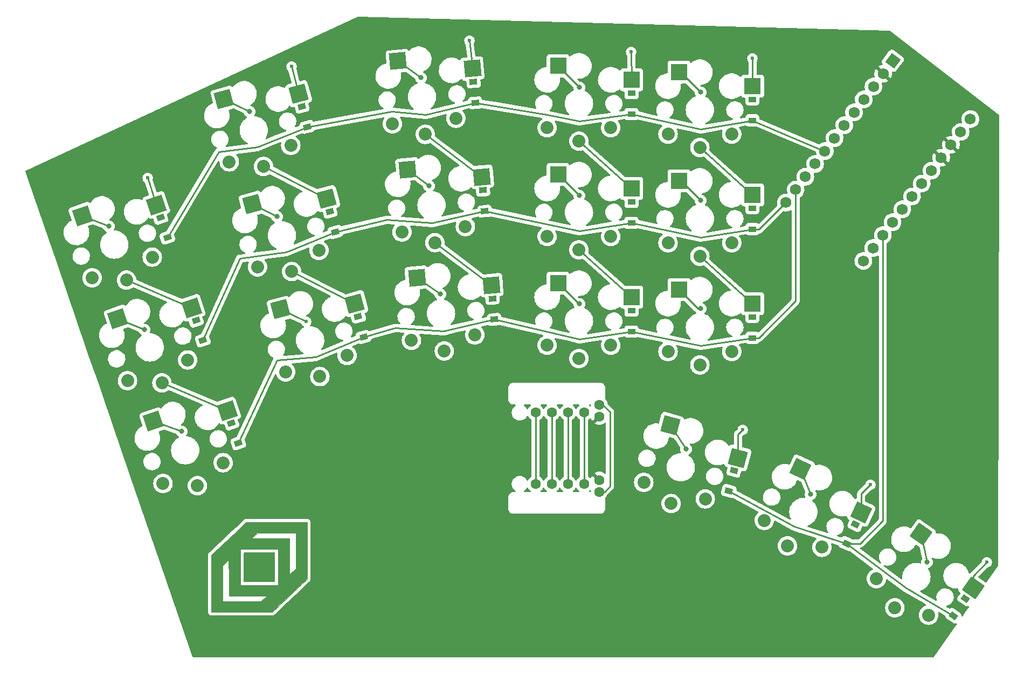
<source format=gbl>
%TF.GenerationSoftware,KiCad,Pcbnew,5.99.0-unknown-fa82fcb809~131~ubuntu20.04.1*%
%TF.CreationDate,2021-08-27T12:31:07+02:00*%
%TF.ProjectId,tuck-n-roll,7475636b-2d6e-42d7-926f-6c6c2e6b6963,VERSION_HERE*%
%TF.SameCoordinates,Original*%
%TF.FileFunction,Copper,L2,Bot*%
%TF.FilePolarity,Positive*%
%FSLAX46Y46*%
G04 Gerber Fmt 4.6, Leading zero omitted, Abs format (unit mm)*
G04 Created by KiCad (PCBNEW 5.99.0-unknown-fa82fcb809~131~ubuntu20.04.1) date 2021-08-27 12:31:07*
%MOMM*%
%LPD*%
G01*
G04 APERTURE LIST*
G04 Aperture macros list*
%AMRotRect*
0 Rectangle, with rotation*
0 The origin of the aperture is its center*
0 $1 length*
0 $2 width*
0 $3 Rotation angle, in degrees counterclockwise*
0 Add horizontal line*
21,1,$1,$2,0,0,$3*%
G04 Aperture macros list end*
%TA.AperFunction,EtchedComponent*%
%ADD10C,0.010000*%
%TD*%
%TA.AperFunction,ComponentPad*%
%ADD11C,2.032000*%
%TD*%
%TA.AperFunction,SMDPad,CuDef*%
%ADD12R,2.600000X2.600000*%
%TD*%
%TA.AperFunction,SMDPad,CuDef*%
%ADD13RotRect,2.600000X2.600000X15.000000*%
%TD*%
%TA.AperFunction,ComponentPad*%
%ADD14C,1.600000*%
%TD*%
%TA.AperFunction,SMDPad,CuDef*%
%ADD15RotRect,2.600000X2.600000X335.000000*%
%TD*%
%TA.AperFunction,SMDPad,CuDef*%
%ADD16RotRect,2.600000X2.600000X19.000000*%
%TD*%
%TA.AperFunction,ComponentPad*%
%ADD17R,1.200000X0.900000*%
%TD*%
%TA.AperFunction,ComponentPad*%
%ADD18RotRect,0.900000X1.200000X109.000000*%
%TD*%
%TA.AperFunction,ComponentPad*%
%ADD19RotRect,0.900000X1.200000X75.000000*%
%TD*%
%TA.AperFunction,ComponentPad*%
%ADD20RotRect,0.900000X1.200000X55.000000*%
%TD*%
%TA.AperFunction,ComponentPad*%
%ADD21RotRect,0.900000X1.200000X95.000000*%
%TD*%
%TA.AperFunction,SMDPad,CuDef*%
%ADD22RotRect,2.600000X2.600000X325.000000*%
%TD*%
%TA.AperFunction,ComponentPad*%
%ADD23RotRect,0.900000X1.200000X105.000000*%
%TD*%
%TA.AperFunction,SMDPad,CuDef*%
%ADD24RotRect,2.600000X2.600000X5.000000*%
%TD*%
%TA.AperFunction,SMDPad,CuDef*%
%ADD25RotRect,2.600000X2.600000X345.000000*%
%TD*%
%TA.AperFunction,ComponentPad*%
%ADD26RotRect,0.900000X1.200000X65.000000*%
%TD*%
%TA.AperFunction,ComponentPad*%
%ADD27RotRect,1.752600X1.752600X233.000000*%
%TD*%
%TA.AperFunction,ComponentPad*%
%ADD28C,1.752600*%
%TD*%
%TA.AperFunction,ViaPad*%
%ADD29C,0.800000*%
%TD*%
%TA.AperFunction,ViaPad*%
%ADD30C,0.600000*%
%TD*%
%TA.AperFunction,Conductor*%
%ADD31C,0.250000*%
%TD*%
G04 APERTURE END LIST*
D10*
%TO.C,G\u002A\u002A\u002A*%
X13599584Y-21212995D02*
X12230839Y-22502164D01*
X12230839Y-22502164D02*
X11983423Y-22735213D01*
X11983423Y-22735213D02*
X11711541Y-22991337D01*
X11711541Y-22991337D02*
X11421526Y-23264568D01*
X11421526Y-23264568D02*
X11119713Y-23548937D01*
X11119713Y-23548937D02*
X10812434Y-23838478D01*
X10812434Y-23838478D02*
X10506025Y-24127220D01*
X10506025Y-24127220D02*
X10206817Y-24409197D01*
X10206817Y-24409197D02*
X9921145Y-24678441D01*
X9921145Y-24678441D02*
X9655342Y-24928982D01*
X9655342Y-24928982D02*
X9486876Y-25087792D01*
X9486876Y-25087792D02*
X8111657Y-26384250D01*
X8111657Y-26384250D02*
X-1407583Y-26384250D01*
X-1407583Y-26384250D02*
X-1407583Y-19063163D01*
X-1407583Y-19063163D02*
X349250Y-19063163D01*
X349250Y-19063163D02*
X349250Y-24712084D01*
X349250Y-24712084D02*
X3360209Y-24710998D01*
X3360209Y-24710998D02*
X6371167Y-24709913D01*
X6371167Y-24709913D02*
X6844322Y-24261207D01*
X6844322Y-24261207D02*
X7317478Y-23812500D01*
X7317478Y-23812500D02*
X4320274Y-23807136D01*
X4320274Y-23807136D02*
X1323071Y-23801771D01*
X1323071Y-23801771D02*
X1317702Y-20976972D01*
X1317702Y-20976972D02*
X1312334Y-18152172D01*
X1312334Y-18152172D02*
X830792Y-18607667D01*
X830792Y-18607667D02*
X349250Y-19063163D01*
X349250Y-19063163D02*
X-1407583Y-19063163D01*
X-1407583Y-19063163D02*
X-1407583Y-17390933D01*
X-1407583Y-17390933D02*
X-438898Y-16478250D01*
X-438898Y-16478250D02*
X3100917Y-16478250D01*
X3100917Y-16478250D02*
X3100917Y-22129750D01*
X3100917Y-22129750D02*
X9091084Y-22129750D01*
X9091084Y-22129750D02*
X9091084Y-16478250D01*
X9091084Y-16478250D02*
X3100917Y-16478250D01*
X3100917Y-16478250D02*
X-438898Y-16478250D01*
X-438898Y-16478250D02*
X3460Y-16061466D01*
X3460Y-16061466D02*
X251992Y-15827283D01*
X251992Y-15827283D02*
X522632Y-15572232D01*
X522632Y-15572232D02*
X809425Y-15301928D01*
X809425Y-15301928D02*
X1106415Y-15021985D01*
X1106415Y-15021985D02*
X1346669Y-14795500D01*
X1346669Y-14795500D02*
X4870933Y-14795500D01*
X4870933Y-14795500D02*
X7870008Y-14800865D01*
X7870008Y-14800865D02*
X10869084Y-14806229D01*
X10869084Y-14806229D02*
X10869084Y-20464925D01*
X10869084Y-20464925D02*
X11033125Y-20307311D01*
X11033125Y-20307311D02*
X11102242Y-20241213D01*
X11102242Y-20241213D02*
X11193774Y-20154128D01*
X11193774Y-20154128D02*
X11299286Y-20054058D01*
X11299286Y-20054058D02*
X11410341Y-19949005D01*
X11410341Y-19949005D02*
X11509375Y-19855569D01*
X11509375Y-19855569D02*
X11821584Y-19561441D01*
X11821584Y-19561441D02*
X11821584Y-13895917D01*
X11821584Y-13895917D02*
X5820834Y-13896643D01*
X5820834Y-13896643D02*
X5345883Y-14346072D01*
X5345883Y-14346072D02*
X4870933Y-14795500D01*
X4870933Y-14795500D02*
X1346669Y-14795500D01*
X1346669Y-14795500D02*
X1407646Y-14738018D01*
X1407646Y-14738018D02*
X1707163Y-14455642D01*
X1707163Y-14455642D02*
X1999011Y-14180470D01*
X1999011Y-14180470D02*
X2277234Y-13918117D01*
X2277234Y-13918117D02*
X2535876Y-13674197D01*
X2535876Y-13674197D02*
X2744017Y-13477875D01*
X2744017Y-13477875D02*
X4073531Y-12223750D01*
X4073531Y-12223750D02*
X13599584Y-12223750D01*
X13599584Y-12223750D02*
X13599584Y-21212995D01*
X13599584Y-21212995D02*
X13599584Y-21212995D01*
G36*
X-438898Y-16478250D02*
G01*
X3100917Y-16478250D01*
X3100917Y-22129750D01*
X9091084Y-22129750D01*
X9091084Y-16478250D01*
X3100917Y-16478250D01*
X-438898Y-16478250D01*
X3460Y-16061466D01*
X251992Y-15827283D01*
X522632Y-15572232D01*
X809425Y-15301928D01*
X1106415Y-15021985D01*
X1346669Y-14795500D01*
X4870933Y-14795500D01*
X7870008Y-14800865D01*
X10869084Y-14806229D01*
X10869084Y-20464925D01*
X11033125Y-20307311D01*
X11102242Y-20241213D01*
X11193774Y-20154128D01*
X11299286Y-20054058D01*
X11410341Y-19949005D01*
X11509375Y-19855569D01*
X11821584Y-19561441D01*
X11821584Y-13895917D01*
X5820834Y-13896643D01*
X5345883Y-14346072D01*
X4870933Y-14795500D01*
X1346669Y-14795500D01*
X1407646Y-14738018D01*
X1707163Y-14455642D01*
X1999011Y-14180470D01*
X2277234Y-13918117D01*
X2535876Y-13674197D01*
X2744017Y-13477875D01*
X4073531Y-12223750D01*
X13599584Y-12223750D01*
X13599584Y-21212995D01*
X12230839Y-22502164D01*
X11983423Y-22735213D01*
X11711541Y-22991337D01*
X11421526Y-23264568D01*
X11119713Y-23548937D01*
X10812434Y-23838478D01*
X10506025Y-24127220D01*
X10206817Y-24409197D01*
X9921145Y-24678441D01*
X9655342Y-24928982D01*
X9486876Y-25087792D01*
X8111657Y-26384250D01*
X-1407583Y-26384250D01*
X-1407583Y-19063163D01*
X349250Y-19063163D01*
X349250Y-24712084D01*
X3360209Y-24710998D01*
X6371167Y-24709913D01*
X6844322Y-24261207D01*
X7317478Y-23812500D01*
X4320274Y-23807136D01*
X1323071Y-23801771D01*
X1317702Y-20976972D01*
X1312334Y-18152172D01*
X830792Y-18607667D01*
X349250Y-19063163D01*
X-1407583Y-19063163D01*
X-1407583Y-17390933D01*
X-438898Y-16478250D01*
G37*
X-438898Y-16478250D02*
X3100917Y-16478250D01*
X3100917Y-22129750D01*
X9091084Y-22129750D01*
X9091084Y-16478250D01*
X3100917Y-16478250D01*
X-438898Y-16478250D01*
X3460Y-16061466D01*
X251992Y-15827283D01*
X522632Y-15572232D01*
X809425Y-15301928D01*
X1106415Y-15021985D01*
X1346669Y-14795500D01*
X4870933Y-14795500D01*
X7870008Y-14800865D01*
X10869084Y-14806229D01*
X10869084Y-20464925D01*
X11033125Y-20307311D01*
X11102242Y-20241213D01*
X11193774Y-20154128D01*
X11299286Y-20054058D01*
X11410341Y-19949005D01*
X11509375Y-19855569D01*
X11821584Y-19561441D01*
X11821584Y-13895917D01*
X5820834Y-13896643D01*
X5345883Y-14346072D01*
X4870933Y-14795500D01*
X1346669Y-14795500D01*
X1407646Y-14738018D01*
X1707163Y-14455642D01*
X1999011Y-14180470D01*
X2277234Y-13918117D01*
X2535876Y-13674197D01*
X2744017Y-13477875D01*
X4073531Y-12223750D01*
X13599584Y-12223750D01*
X13599584Y-21212995D01*
X12230839Y-22502164D01*
X11983423Y-22735213D01*
X11711541Y-22991337D01*
X11421526Y-23264568D01*
X11119713Y-23548937D01*
X10812434Y-23838478D01*
X10506025Y-24127220D01*
X10206817Y-24409197D01*
X9921145Y-24678441D01*
X9655342Y-24928982D01*
X9486876Y-25087792D01*
X8111657Y-26384250D01*
X-1407583Y-26384250D01*
X-1407583Y-19063163D01*
X349250Y-19063163D01*
X349250Y-24712084D01*
X3360209Y-24710998D01*
X6371167Y-24709913D01*
X6844322Y-24261207D01*
X7317478Y-23812500D01*
X4320274Y-23807136D01*
X1323071Y-23801771D01*
X1317702Y-20976972D01*
X1312334Y-18152172D01*
X830792Y-18607667D01*
X349250Y-19063163D01*
X-1407583Y-19063163D01*
X-1407583Y-17390933D01*
X-438898Y-16478250D01*
%TD*%
D11*
%TO.P,S20,1*%
%TO.N,index_bottom*%
X61322091Y15590601D03*
X51322091Y15590601D03*
%TO.P,S20,2*%
%TO.N,P21*%
X56322091Y13490601D03*
X56322091Y13490601D03*
%TD*%
D12*
%TO.P,S25,1*%
%TO.N,inner_bottom*%
X72047091Y24340601D03*
%TO.P,S25,2*%
%TO.N,P20*%
X83597091Y22140601D03*
%TD*%
D13*
%TO.P,S7,1*%
%TO.N,ring_bottom*%
X9387942Y21263618D03*
%TO.P,S7,2*%
%TO.N,P5*%
X21113787Y22127941D03*
%TD*%
D11*
%TO.P,S24,1*%
%TO.N,index_top*%
X61322091Y49790601D03*
X51322091Y49790601D03*
%TO.P,S24,2*%
%TO.N,P21*%
X56322091Y47690601D03*
X56322091Y47690601D03*
%TD*%
D12*
%TO.P,S19,1*%
%TO.N,index_bottom*%
X53047091Y25340601D03*
%TO.P,S19,2*%
%TO.N,P21*%
X64597091Y23140601D03*
%TD*%
D11*
%TO.P,S26,1*%
%TO.N,inner_bottom*%
X70322091Y14590601D03*
X80322091Y14590601D03*
%TO.P,S26,2*%
%TO.N,P20*%
X75322091Y12490601D03*
X75322091Y12490601D03*
%TD*%
D14*
%TO.P,REF\u002A\u002A,A*%
%TO.N,P8*%
X57132091Y5015601D03*
X57132091Y-6234399D03*
%TO.P,REF\u002A\u002A,B*%
%TO.N,P9*%
X54592091Y5015601D03*
X54592091Y-6234399D03*
%TO.P,REF\u002A\u002A,C*%
%TO.N,P14*%
X52052091Y-6234399D03*
X52052091Y5015601D03*
%TO.P,REF\u002A\u002A,D*%
%TO.N,P15*%
X49512091Y-6234399D03*
X49512091Y5015601D03*
%TO.P,REF\u002A\u002A,S1*%
%TO.N,P21*%
X59522091Y6240601D03*
X59522091Y-7459399D03*
%TO.P,REF\u002A\u002A,S2*%
%TO.N,GND*%
X59522091Y4390601D03*
X59522091Y-5609399D03*
%TD*%
D11*
%TO.P,S14,1*%
%TO.N,middle_bottom*%
X39967247Y17221619D03*
X30005300Y16350061D03*
%TO.P,S14,2*%
%TO.N,P6*%
X35169301Y14693831D03*
X35169301Y14693831D03*
%TD*%
D15*
%TO.P,S33,1*%
%TO.N,home_thumb*%
X91128924Y-3843010D03*
%TO.P,S33,2*%
%TO.N,P5*%
X100667018Y-10718128D03*
%TD*%
D16*
%TO.P,S3,1*%
%TO.N,pinky_home*%
X-16135578Y19801783D03*
%TO.P,S3,2*%
%TO.N,P4*%
X-4498588Y21481954D03*
%TD*%
D17*
%TO.P,D11,1*%
%TO.N,P10*%
X64572091Y34840601D03*
%TO.P,D11,2*%
%TO.N,index_home*%
X64572091Y38140601D03*
%TD*%
D18*
%TO.P,D3,1*%
%TO.N,P18*%
X-8331374Y32536382D03*
%TO.P,D3,2*%
%TO.N,pinky_top*%
X-9405748Y35656594D03*
%TD*%
D11*
%TO.P,S30,1*%
%TO.N,inner_top*%
X70322091Y48790601D03*
X80322091Y48790601D03*
%TO.P,S30,2*%
%TO.N,P20*%
X75322091Y46690601D03*
X75322091Y46690601D03*
%TD*%
%TO.P,S34,1*%
%TO.N,home_thumb*%
X85445015Y-11950494D03*
X94508093Y-16176677D03*
%TO.P,S34,2*%
%TO.N,P5*%
X89089055Y-15966832D03*
X89089055Y-15966832D03*
%TD*%
D17*
%TO.P,D10,1*%
%TO.N,P16*%
X64572091Y17740601D03*
%TO.P,D10,2*%
%TO.N,index_bottom*%
X64572091Y21040601D03*
%TD*%
D19*
%TO.P,D16,1*%
%TO.N,P7*%
X79863928Y-7338434D03*
%TO.P,D16,2*%
%TO.N,near_thumb*%
X80718030Y-4150878D03*
%TD*%
D11*
%TO.P,S18,1*%
%TO.N,middle_top*%
X36986521Y51291478D03*
X27024574Y50419920D03*
%TO.P,S18,2*%
%TO.N,P6*%
X32188575Y48763690D03*
X32188575Y48763690D03*
%TD*%
%TO.P,S2,1*%
%TO.N,pinky_bottom*%
X430093Y-2891314D03*
X-9025093Y-6146995D03*
%TO.P,S2,2*%
%TO.N,P4*%
X-3613807Y-6504744D03*
X-3613807Y-6504744D03*
%TD*%
%TO.P,S16,1*%
%TO.N,middle_home*%
X28514937Y33384990D03*
X38476884Y34256548D03*
%TO.P,S16,2*%
%TO.N,P6*%
X33678938Y31728760D03*
X33678938Y31728760D03*
%TD*%
D20*
%TO.P,D18,1*%
%TO.N,P7*%
X115144598Y-26951474D03*
%TO.P,D18,2*%
%TO.N,far_thumb*%
X117037400Y-24248272D03*
%TD*%
D21*
%TO.P,D7,1*%
%TO.N,P16*%
X43017495Y19646694D03*
%TO.P,D7,2*%
%TO.N,middle_bottom*%
X42729881Y22934136D03*
%TD*%
D13*
%TO.P,S11,1*%
%TO.N,ring_top*%
X536331Y54298282D03*
%TO.P,S11,2*%
%TO.N,P5*%
X12262176Y55162605D03*
%TD*%
D11*
%TO.P,S12,1*%
%TO.N,ring_top*%
X11052853Y47022233D03*
X1393594Y44434043D03*
%TO.P,S12,2*%
%TO.N,P5*%
X6766743Y43699694D03*
X6766743Y43699694D03*
%TD*%
D12*
%TO.P,S21,1*%
%TO.N,index_home*%
X53047091Y42440601D03*
%TO.P,S21,2*%
%TO.N,P21*%
X64597091Y40240601D03*
%TD*%
D17*
%TO.P,D14,1*%
%TO.N,P10*%
X83572091Y33840601D03*
%TO.P,D14,2*%
%TO.N,inner_home*%
X83572091Y37140601D03*
%TD*%
D22*
%TO.P,S35,1*%
%TO.N,far_thumb*%
X110063052Y-14115450D03*
%TO.P,S35,2*%
%TO.N,P4*%
X118262390Y-22542392D03*
%TD*%
D23*
%TO.P,D5,1*%
%TO.N,P10*%
X18061454Y33422803D03*
%TO.P,D5,2*%
%TO.N,ring_home*%
X17207353Y36610359D03*
%TD*%
D11*
%TO.P,S22,1*%
%TO.N,index_home*%
X51322091Y32690601D03*
X61322091Y32690601D03*
%TO.P,S22,2*%
%TO.N,P21*%
X56322091Y30590601D03*
X56322091Y30590601D03*
%TD*%
D17*
%TO.P,D13,1*%
%TO.N,P16*%
X83572091Y16740601D03*
%TO.P,D13,2*%
%TO.N,inner_bottom*%
X83572091Y20040601D03*
%TD*%
D13*
%TO.P,S9,1*%
%TO.N,ring_home*%
X4962136Y37780950D03*
%TO.P,S9,2*%
%TO.N,P5*%
X16687981Y38645273D03*
%TD*%
D21*
%TO.P,D9,1*%
%TO.N,P18*%
X40036769Y53716553D03*
%TO.P,D9,2*%
%TO.N,middle_top*%
X39749155Y57003995D03*
%TD*%
D18*
%TO.P,D1,1*%
%TO.N,P16*%
X2803057Y199647D03*
%TO.P,D1,2*%
%TO.N,pinky_bottom*%
X1728683Y3319859D03*
%TD*%
D24*
%TO.P,S15,1*%
%TO.N,middle_home*%
X29383605Y43248232D03*
%TO.P,S15,2*%
%TO.N,P6*%
X41081396Y42063253D03*
%TD*%
D17*
%TO.P,D12,1*%
%TO.N,P18*%
X64572091Y51940601D03*
%TO.P,D12,2*%
%TO.N,index_top*%
X64572091Y55240601D03*
%TD*%
D11*
%TO.P,S6,1*%
%TO.N,pinky_top*%
X-10704337Y29445421D03*
X-20159523Y26189740D03*
%TO.P,S6,2*%
%TO.N,P4*%
X-14748237Y25831991D03*
X-14748237Y25831991D03*
%TD*%
D12*
%TO.P,S27,1*%
%TO.N,inner_home*%
X72047091Y41440601D03*
%TO.P,S27,2*%
%TO.N,P20*%
X83597091Y39240601D03*
%TD*%
D25*
%TO.P,S31,1*%
%TO.N,near_thumb*%
X70698657Y2985492D03*
%TO.P,S31,2*%
%TO.N,P6*%
X81285699Y-2128905D03*
%TD*%
D11*
%TO.P,S10,1*%
%TO.N,ring_home*%
X5819399Y27916711D03*
X15478658Y30504901D03*
%TO.P,S10,2*%
%TO.N,P5*%
X11192548Y27182362D03*
X11192548Y27182362D03*
%TD*%
D18*
%TO.P,D2,1*%
%TO.N,P10*%
X-2764159Y16368015D03*
%TO.P,D2,2*%
%TO.N,pinky_home*%
X-3838533Y19488227D03*
%TD*%
D17*
%TO.P,D15,1*%
%TO.N,P18*%
X83572091Y50940601D03*
%TO.P,D15,2*%
%TO.N,inner_top*%
X83572091Y54240601D03*
%TD*%
D11*
%TO.P,S4,1*%
%TO.N,pinky_home*%
X-14592308Y10021372D03*
X-5137122Y13277053D03*
%TO.P,S4,2*%
%TO.N,P4*%
X-9181022Y9663623D03*
X-9181022Y9663623D03*
%TD*%
D26*
%TO.P,D17,1*%
%TO.N,P7*%
X98362222Y-15601625D03*
%TO.P,D17,2*%
%TO.N,home_thumb*%
X99756862Y-12610809D03*
%TD*%
D16*
%TO.P,S5,1*%
%TO.N,pinky_top*%
X-21702793Y35970151D03*
%TO.P,S5,2*%
%TO.N,P4*%
X-10065803Y37650322D03*
%TD*%
D24*
%TO.P,S13,1*%
%TO.N,middle_bottom*%
X30873968Y26213303D03*
%TO.P,S13,2*%
%TO.N,P6*%
X42571759Y25028324D03*
%TD*%
D23*
%TO.P,D4,1*%
%TO.N,P16*%
X22487261Y16905471D03*
%TO.P,D4,2*%
%TO.N,ring_bottom*%
X21633159Y20093027D03*
%TD*%
D11*
%TO.P,S36,1*%
%TO.N,far_thumb*%
X111249165Y-26848527D03*
X103057644Y-21112763D03*
%TO.P,S36,2*%
%TO.N,P4*%
X105948894Y-25700864D03*
X105948894Y-25700864D03*
%TD*%
%TO.P,S28,1*%
%TO.N,inner_home*%
X70322091Y31690601D03*
X80322091Y31690601D03*
%TO.P,S28,2*%
%TO.N,P20*%
X75322091Y29590601D03*
X75322091Y29590601D03*
%TD*%
%TO.P,S32,1*%
%TO.N,near_thumb*%
X66508949Y-5985822D03*
X76168208Y-8574012D03*
%TO.P,S32,2*%
%TO.N,P6*%
X70795059Y-9308361D03*
X70795059Y-9308361D03*
%TD*%
D12*
%TO.P,S23,1*%
%TO.N,index_top*%
X53047091Y59540601D03*
%TO.P,S23,2*%
%TO.N,P21*%
X64597091Y57340601D03*
%TD*%
D16*
%TO.P,S1,1*%
%TO.N,pinky_bottom*%
X-10568363Y3633416D03*
%TO.P,S1,2*%
%TO.N,P4*%
X1068627Y5313587D03*
%TD*%
D11*
%TO.P,S8,1*%
%TO.N,ring_bottom*%
X10245205Y11399379D03*
X19904464Y13987569D03*
%TO.P,S8,2*%
%TO.N,P5*%
X15618354Y10665030D03*
X15618354Y10665030D03*
%TD*%
D12*
%TO.P,S29,1*%
%TO.N,inner_top*%
X72047091Y58540601D03*
%TO.P,S29,2*%
%TO.N,P20*%
X83597091Y56340601D03*
%TD*%
D21*
%TO.P,D8,1*%
%TO.N,P10*%
X41527132Y36681623D03*
%TO.P,D8,2*%
%TO.N,middle_home*%
X41239518Y39969065D03*
%TD*%
D23*
%TO.P,D6,1*%
%TO.N,P18*%
X13635650Y49940135D03*
%TO.P,D6,2*%
%TO.N,ring_top*%
X12781548Y53127691D03*
%TD*%
D27*
%TO.P,MCU1,1*%
%TO.N,RAW*%
X105643844Y60333370D03*
D28*
%TO.P,MCU1,2*%
%TO.N,GND*%
X104115234Y58304835D03*
%TO.P,MCU1,3*%
%TO.N,RST*%
X102586624Y56276301D03*
%TO.P,MCU1,4*%
%TO.N,VCC*%
X101058014Y54247767D03*
%TO.P,MCU1,5*%
%TO.N,P21*%
X99529404Y52219233D03*
%TO.P,MCU1,6*%
%TO.N,P20*%
X98000793Y50190699D03*
%TO.P,MCU1,7*%
%TO.N,P19*%
X96472183Y48162164D03*
%TO.P,MCU1,8*%
%TO.N,P18*%
X94943573Y46133630D03*
%TO.P,MCU1,9*%
%TO.N,P15*%
X93414963Y44105096D03*
%TO.P,MCU1,10*%
%TO.N,P14*%
X91886353Y42076562D03*
%TO.P,MCU1,11*%
%TO.N,P16*%
X90357743Y40048028D03*
%TO.P,MCU1,12*%
%TO.N,P10*%
X88829133Y38019493D03*
%TO.P,MCU1,13*%
%TO.N,P1*%
X117815049Y51161709D03*
%TO.P,MCU1,14*%
%TO.N,P0*%
X116286439Y49133174D03*
%TO.P,MCU1,15*%
%TO.N,GND*%
X114757829Y47104640D03*
%TO.P,MCU1,16*%
X113229219Y45076106D03*
%TO.P,MCU1,17*%
%TO.N,P2*%
X111700609Y43047572D03*
%TO.P,MCU1,18*%
%TO.N,P3*%
X110171999Y41019038D03*
%TO.P,MCU1,19*%
%TO.N,P4*%
X108643389Y38990503D03*
%TO.P,MCU1,20*%
%TO.N,P5*%
X107114778Y36961969D03*
%TO.P,MCU1,21*%
%TO.N,P6*%
X105586168Y34933435D03*
%TO.P,MCU1,22*%
%TO.N,P7*%
X104057558Y32904901D03*
%TO.P,MCU1,23*%
%TO.N,P8*%
X102528948Y30876367D03*
%TO.P,MCU1,24*%
%TO.N,P9*%
X101000338Y28847832D03*
%TD*%
D24*
%TO.P,S17,1*%
%TO.N,middle_top*%
X27893242Y60283162D03*
%TO.P,S17,2*%
%TO.N,P6*%
X39591033Y59098183D03*
%TD*%
D29*
%TO.N,pinky_bottom*%
X-6096000Y2032000D03*
D30*
%TO.N,P4*%
X-11430000Y41910000D03*
X120396000Y-18542000D03*
D29*
%TO.N,pinky_home*%
X-11938000Y18034000D03*
%TO.N,pinky_top*%
X-17526000Y34290000D03*
D30*
%TO.N,ring_bottom*%
X13462000Y19304000D03*
%TO.N,P5*%
X11176000Y59436000D03*
X102108000Y-6350000D03*
D29*
%TO.N,ring_home*%
X8890000Y35814000D03*
%TO.N,ring_top*%
X4572000Y52324000D03*
%TO.N,middle_bottom*%
X34544000Y23622000D03*
D30*
%TO.N,P6*%
X82042000Y2286000D03*
X39116000Y63500000D03*
D29*
%TO.N,middle_home*%
X32766000Y40640000D03*
%TO.N,middle_top*%
X31496000Y57658000D03*
%TO.N,index_bottom*%
X56388000Y22098000D03*
D30*
%TO.N,P21*%
X64516000Y61722000D03*
D29*
%TO.N,index_home*%
X56388000Y39116000D03*
%TO.N,index_top*%
X56388000Y56134000D03*
%TO.N,inner_bottom*%
X75438000Y21336000D03*
D30*
%TO.N,P20*%
X83566000Y60706000D03*
D29*
%TO.N,inner_home*%
X75438000Y38354000D03*
%TO.N,inner_top*%
X75438000Y55372000D03*
%TO.N,near_thumb*%
X73152000Y-762000D03*
%TO.N,home_thumb*%
X92710000Y-7874000D03*
%TO.N,far_thumb*%
X110998000Y-18542000D03*
%TD*%
D31*
%TO.N,pinky_bottom*%
X-6096000Y2032000D02*
X-10568363Y3633416D01*
%TO.N,P4*%
X1068627Y5313587D02*
X-9181022Y9663623D01*
X118262390Y-20675610D02*
X118262390Y-22542392D01*
X120396000Y-18542000D02*
X118262390Y-20675610D01*
X-4498588Y21481954D02*
X-14748237Y25831991D01*
X-11430000Y41910000D02*
X-10065803Y37650322D01*
%TO.N,P16*%
X43017495Y19646694D02*
X56388000Y16510000D01*
X84558601Y16740601D02*
X90357743Y22539743D01*
X14986000Y13716000D02*
X8890000Y13208000D01*
X22487261Y16905471D02*
X14986000Y13716000D01*
X56388000Y16510000D02*
X64572091Y17740601D01*
X83572091Y16740601D02*
X84558601Y16740601D01*
X8890000Y13208000D02*
X2803057Y199647D01*
X43017495Y19646694D02*
X35052000Y17780000D01*
X35052000Y17780000D02*
X27432000Y18288000D01*
X90357743Y22539743D02*
X90357743Y40048028D01*
X64572091Y17740601D02*
X75438000Y15494000D01*
X75438000Y15494000D02*
X83572091Y16740601D01*
X27432000Y18288000D02*
X22487261Y16905471D01*
%TO.N,pinky_home*%
X-16135578Y19801783D02*
X-11938000Y18034000D01*
%TO.N,pinky_top*%
X-17526000Y34290000D02*
X-21702793Y35970151D01*
%TO.N,P18*%
X40036769Y53716553D02*
X51308000Y51816000D01*
X56388000Y50800000D02*
X64572091Y51940601D01*
X26924000Y52324000D02*
X32258000Y51816000D01*
X5842000Y46736000D02*
X13635650Y49940135D01*
X64572091Y51940601D02*
X75438000Y49530000D01*
X-254000Y45974000D02*
X5842000Y46736000D01*
X75438000Y49530000D02*
X83572091Y50940601D01*
X83572091Y50940601D02*
X94943573Y46133630D01*
X51308000Y51816000D02*
X56388000Y50800000D01*
X32258000Y51816000D02*
X40036769Y53716553D01*
X13635650Y49940135D02*
X26924000Y52324000D01*
X-8331374Y32536382D02*
X-254000Y45974000D01*
%TO.N,ring_bottom*%
X13462000Y19304000D02*
X9387942Y21263618D01*
%TO.N,P5*%
X102108000Y-6350000D02*
X100667018Y-7790982D01*
X21113787Y22127941D02*
X11192548Y27182362D01*
X100667018Y-7790982D02*
X100667018Y-10718128D01*
X12262176Y55162605D02*
X11176000Y59436000D01*
X16687981Y38645273D02*
X6766743Y43699694D01*
%TO.N,ring_home*%
X4962136Y37780950D02*
X8890000Y35814000D01*
%TO.N,ring_top*%
X4572000Y52324000D02*
X536331Y54298282D01*
%TO.N,middle_bottom*%
X34544000Y23622000D02*
X30873968Y26213303D01*
%TO.N,P6*%
X39591033Y59098183D02*
X39116000Y63500000D01*
X41081396Y42063253D02*
X32188575Y48763690D01*
X82042000Y2286000D02*
X81285699Y1529699D01*
X42571759Y25028324D02*
X33678938Y31728760D01*
X81285699Y1529699D02*
X81285699Y-2128905D01*
%TO.N,middle_home*%
X29383605Y43248232D02*
X32766000Y40640000D01*
%TO.N,middle_top*%
X31496000Y57658000D02*
X27893242Y60283162D01*
%TO.N,index_bottom*%
X56289692Y22098000D02*
X53047091Y25340601D01*
X56388000Y22098000D02*
X56289692Y22098000D01*
%TO.N,P21*%
X64597091Y23140601D02*
X56322091Y30590601D01*
X64597091Y57340601D02*
X64516000Y61722000D01*
X59522091Y-7459399D02*
X60358601Y-7459399D01*
X64597091Y40240601D02*
X56322091Y47690601D01*
X60358601Y-7459399D02*
X61214000Y-6604000D01*
X61214000Y5080000D02*
X60053399Y6240601D01*
X61214000Y-6604000D02*
X61214000Y5080000D01*
X60053399Y6240601D02*
X59522091Y6240601D01*
%TO.N,index_home*%
X53047091Y42440601D02*
X53063399Y42440601D01*
X53063399Y42440601D02*
X56388000Y39116000D01*
%TO.N,index_top*%
X53047091Y59540601D02*
X53047091Y59474909D01*
X53047091Y59474909D02*
X56388000Y56134000D01*
%TO.N,inner_bottom*%
X75438000Y21336000D02*
X75051692Y21336000D01*
X75051692Y21336000D02*
X72047091Y24340601D01*
%TO.N,P20*%
X75322091Y46690601D02*
X83597091Y39240601D01*
X83597091Y56340601D02*
X83566000Y60706000D01*
X75322091Y29590601D02*
X83597091Y22140601D01*
%TO.N,inner_home*%
X72351399Y41440601D02*
X72047091Y41440601D01*
X75438000Y38354000D02*
X72351399Y41440601D01*
%TO.N,inner_top*%
X72269399Y58540601D02*
X75438000Y55372000D01*
X72047091Y58540601D02*
X72269399Y58540601D01*
%TO.N,near_thumb*%
X73152000Y-762000D02*
X70698657Y2985492D01*
%TO.N,P7*%
X104057558Y-12020442D02*
X104057558Y32904901D01*
X79863928Y-7338434D02*
X90170000Y-12954000D01*
X100476375Y-15601625D02*
X104057558Y-12020442D01*
X98362222Y-15601625D02*
X107696000Y-22606000D01*
X90170000Y-12954000D02*
X98362222Y-15601625D01*
X107696000Y-22606000D02*
X115144598Y-26951474D01*
X98362222Y-15601625D02*
X100476375Y-15601625D01*
%TO.N,home_thumb*%
X91128924Y-3843010D02*
X92710000Y-7874000D01*
%TO.N,far_thumb*%
X110998000Y-18542000D02*
X110063052Y-14115450D01*
%TO.N,P15*%
X49512091Y5015601D02*
X49512091Y-6234399D01*
%TO.N,P14*%
X52052091Y5015601D02*
X52052091Y-6234399D01*
%TO.N,P10*%
X3048000Y29210000D02*
X10414000Y30226000D01*
X84591640Y33782000D02*
X83572091Y33840601D01*
X33274000Y34798000D02*
X26162000Y35306000D01*
X75438000Y32512000D02*
X83572091Y33840601D01*
X56388000Y33528000D02*
X64572091Y34840601D01*
X-2764159Y16368015D02*
X3048000Y29210000D01*
X10414000Y30226000D02*
X18061455Y33422803D01*
X41527132Y36681623D02*
X56388000Y33528000D01*
X41527132Y36681623D02*
X33274000Y34798000D01*
X88829133Y38019493D02*
X84591640Y33782000D01*
X64572091Y34840601D02*
X75438000Y32512000D01*
X26162000Y35306000D02*
X18061455Y33422803D01*
%TO.N,P8*%
X57132091Y5015601D02*
X57132091Y-6234399D01*
%TO.N,P9*%
X54592091Y5015601D02*
X54592091Y-6234399D01*
%TD*%
%TA.AperFunction,Conductor*%
%TO.N,GND*%
G36*
X105096319Y65088383D02*
G01*
X105115650Y65086373D01*
X105122751Y65085075D01*
X105177055Y65060894D01*
X112631392Y59310406D01*
X122264459Y51879183D01*
X122306179Y51821737D01*
X122313498Y51779179D01*
X122303467Y46494884D01*
X122179099Y-19022919D01*
X122179097Y-19023844D01*
X122177558Y-19043236D01*
X122176093Y-19052524D01*
X122154845Y-19105164D01*
X120368881Y-21655784D01*
X120313424Y-21700112D01*
X120242805Y-21707421D01*
X120193397Y-21686726D01*
X120070898Y-21600951D01*
X119708290Y-21347051D01*
X119112889Y-20930147D01*
X119068561Y-20874690D01*
X119061252Y-20804071D01*
X119096065Y-20737839D01*
X120456177Y-19377727D01*
X120518489Y-19343701D01*
X120533837Y-19341343D01*
X120559600Y-19338998D01*
X120566302Y-19336820D01*
X120566304Y-19336820D01*
X120725409Y-19285124D01*
X120725412Y-19285123D01*
X120732108Y-19282947D01*
X120872063Y-19199517D01*
X120881860Y-19193677D01*
X120881862Y-19193676D01*
X120887912Y-19190069D01*
X121019266Y-19064982D01*
X121119643Y-18913902D01*
X121167323Y-18788384D01*
X121181555Y-18750920D01*
X121181556Y-18750918D01*
X121184055Y-18744338D01*
X121186444Y-18727342D01*
X121208748Y-18568639D01*
X121208748Y-18568636D01*
X121209299Y-18564717D01*
X121209452Y-18553738D01*
X121209561Y-18545962D01*
X121209561Y-18545957D01*
X121209616Y-18542000D01*
X121189397Y-18361745D01*
X121186029Y-18352072D01*
X121132064Y-18197106D01*
X121132062Y-18197103D01*
X121129745Y-18190448D01*
X121123365Y-18180238D01*
X121037359Y-18042598D01*
X121033626Y-18036624D01*
X121007963Y-18010781D01*
X120910778Y-17912915D01*
X120910774Y-17912912D01*
X120905815Y-17907918D01*
X120894697Y-17900862D01*
X120833113Y-17861780D01*
X120752666Y-17810727D01*
X120714546Y-17797153D01*
X120588425Y-17752243D01*
X120588420Y-17752242D01*
X120581790Y-17749881D01*
X120574802Y-17749048D01*
X120574799Y-17749047D01*
X120451698Y-17734368D01*
X120401680Y-17728404D01*
X120394677Y-17729140D01*
X120394676Y-17729140D01*
X120228288Y-17746628D01*
X120228286Y-17746629D01*
X120221288Y-17747364D01*
X120049579Y-17805818D01*
X120043575Y-17809512D01*
X119901095Y-17897166D01*
X119901092Y-17897168D01*
X119895088Y-17900862D01*
X119890053Y-17905793D01*
X119890050Y-17905795D01*
X119770525Y-18022843D01*
X119765493Y-18027771D01*
X119667235Y-18180238D01*
X119664826Y-18186858D01*
X119664824Y-18186861D01*
X119654458Y-18215341D01*
X119605197Y-18350685D01*
X119598137Y-18406568D01*
X119569757Y-18471641D01*
X119562227Y-18479868D01*
X117870137Y-20171958D01*
X117861851Y-20179498D01*
X117855372Y-20183610D01*
X117849947Y-20189387D01*
X117849946Y-20189388D01*
X117820634Y-20220602D01*
X117768034Y-20254080D01*
X117724053Y-20268498D01*
X117715524Y-20271294D01*
X117710129Y-20274995D01*
X117641402Y-20287034D01*
X117575949Y-20259532D01*
X117535755Y-20201008D01*
X117532126Y-20187377D01*
X117519568Y-20126738D01*
X117518699Y-20122541D01*
X117427284Y-19864394D01*
X117301680Y-19621041D01*
X117291707Y-19606850D01*
X117181822Y-19450500D01*
X117144212Y-19396986D01*
X116984160Y-19224749D01*
X116960713Y-19199517D01*
X116960710Y-19199514D01*
X116957792Y-19196374D01*
X116954477Y-19193660D01*
X116954473Y-19193657D01*
X116749190Y-19025635D01*
X116745872Y-19022919D01*
X116512371Y-18879830D01*
X116508435Y-18878102D01*
X116265540Y-18771478D01*
X116265536Y-18771477D01*
X116261612Y-18769754D01*
X115998233Y-18694729D01*
X115993991Y-18694125D01*
X115993985Y-18694124D01*
X115748287Y-18659156D01*
X115727110Y-18656142D01*
X115583256Y-18655389D01*
X115457544Y-18654731D01*
X115457538Y-18654731D01*
X115453258Y-18654709D01*
X115449014Y-18655268D01*
X115449010Y-18655268D01*
X115329969Y-18670940D01*
X115181745Y-18690454D01*
X115177605Y-18691587D01*
X115177603Y-18691587D01*
X115110487Y-18709948D01*
X114917595Y-18762717D01*
X114913647Y-18764401D01*
X114669649Y-18868475D01*
X114669645Y-18868477D01*
X114665697Y-18870161D01*
X114582801Y-18919773D01*
X114434392Y-19008593D01*
X114434388Y-19008596D01*
X114430710Y-19010797D01*
X114216985Y-19182023D01*
X114028475Y-19380671D01*
X113868669Y-19603065D01*
X113740524Y-19845090D01*
X113739052Y-19849113D01*
X113739050Y-19849117D01*
X113678222Y-20015336D01*
X113646410Y-20102266D01*
X113588071Y-20369836D01*
X113566584Y-20642847D01*
X113582349Y-20916249D01*
X113583174Y-20920454D01*
X113583175Y-20920462D01*
X113610910Y-21061828D01*
X113635072Y-21184982D01*
X113636459Y-21189032D01*
X113636460Y-21189037D01*
X113716318Y-21422281D01*
X113723779Y-21444073D01*
X113846827Y-21688728D01*
X113849253Y-21692257D01*
X113849256Y-21692263D01*
X113931024Y-21811235D01*
X114001941Y-21914419D01*
X114004828Y-21917592D01*
X114004829Y-21917593D01*
X114086535Y-22007387D01*
X114186249Y-22116972D01*
X114396342Y-22292636D01*
X114399983Y-22294920D01*
X114624691Y-22435880D01*
X114624695Y-22435882D01*
X114628331Y-22438163D01*
X114753128Y-22494511D01*
X114874012Y-22549093D01*
X114874016Y-22549095D01*
X114877924Y-22550859D01*
X114882044Y-22552079D01*
X114882043Y-22552079D01*
X115136390Y-22627420D01*
X115136394Y-22627421D01*
X115140503Y-22628638D01*
X115144737Y-22629286D01*
X115144742Y-22629287D01*
X115406965Y-22669412D01*
X115406967Y-22669412D01*
X115411207Y-22670061D01*
X115550579Y-22672251D01*
X115680738Y-22674296D01*
X115680744Y-22674296D01*
X115685029Y-22674363D01*
X115788837Y-22661801D01*
X115802811Y-22660110D01*
X115872841Y-22671783D01*
X115925443Y-22719465D01*
X115943916Y-22788016D01*
X115943312Y-22797137D01*
X115941217Y-22805267D01*
X115945919Y-22950848D01*
X115991292Y-23089258D01*
X116073688Y-23209371D01*
X116120750Y-23250571D01*
X116123535Y-23252521D01*
X116193355Y-23301410D01*
X116237683Y-23356867D01*
X116244992Y-23427487D01*
X116224298Y-23476893D01*
X116021205Y-23766938D01*
X115865569Y-23989210D01*
X115843652Y-24020510D01*
X115813519Y-24075321D01*
X115777173Y-24216371D01*
X115777463Y-24225344D01*
X115781051Y-24336430D01*
X115781875Y-24361953D01*
X115827248Y-24500363D01*
X115909645Y-24620475D01*
X115956707Y-24661675D01*
X115959484Y-24663619D01*
X115959491Y-24663625D01*
X116979757Y-25378023D01*
X117018547Y-25405184D01*
X117073358Y-25435316D01*
X117081009Y-25437287D01*
X117081010Y-25437288D01*
X117205716Y-25469423D01*
X117214409Y-25471663D01*
X117287200Y-25469311D01*
X117351017Y-25467250D01*
X117351018Y-25467250D01*
X117359990Y-25466960D01*
X117368517Y-25464165D01*
X117368521Y-25464164D01*
X117442245Y-25439996D01*
X117513207Y-25437783D01*
X117574100Y-25474286D01*
X117605592Y-25537917D01*
X117597683Y-25608471D01*
X117584709Y-25631995D01*
X117053569Y-26390541D01*
X116632064Y-26992512D01*
X116576607Y-27036840D01*
X116505988Y-27044149D01*
X116442627Y-27012118D01*
X116406642Y-26950917D01*
X116402917Y-26924308D01*
X116402622Y-26915152D01*
X116400997Y-26864856D01*
X116400413Y-26846765D01*
X116400413Y-26846763D01*
X116400123Y-26837793D01*
X116354750Y-26699383D01*
X116272353Y-26579271D01*
X116252502Y-26561892D01*
X116227850Y-26540311D01*
X116227847Y-26540309D01*
X116225291Y-26538071D01*
X116222514Y-26536127D01*
X116222507Y-26536121D01*
X115166246Y-25796519D01*
X115166245Y-25796518D01*
X115163451Y-25794562D01*
X115108640Y-25764430D01*
X115100989Y-25762459D01*
X115100988Y-25762458D01*
X114976282Y-25730323D01*
X114967589Y-25728083D01*
X114898250Y-25730323D01*
X114830981Y-25732496D01*
X114830980Y-25732496D01*
X114822008Y-25732786D01*
X114683598Y-25778159D01*
X114676197Y-25783236D01*
X114676193Y-25783238D01*
X114614751Y-25825386D01*
X114547262Y-25847426D01*
X114479983Y-25830316D01*
X114266539Y-25705794D01*
X114070050Y-25591163D01*
X114021291Y-25539561D01*
X114008170Y-25469787D01*
X114034854Y-25403996D01*
X114092872Y-25363076D01*
X114111784Y-25358686D01*
X114111749Y-25358520D01*
X114116808Y-25357445D01*
X114121935Y-25356788D01*
X114336044Y-25292552D01*
X114340683Y-25290279D01*
X114340689Y-25290277D01*
X114532150Y-25196481D01*
X114536788Y-25194209D01*
X114583383Y-25160973D01*
X114714561Y-25067405D01*
X114714566Y-25067401D01*
X114718773Y-25064400D01*
X114877114Y-24906611D01*
X115007558Y-24725079D01*
X115038895Y-24661675D01*
X115104307Y-24529323D01*
X115104308Y-24529321D01*
X115106601Y-24524681D01*
X115171584Y-24310796D01*
X115200762Y-24089171D01*
X115200844Y-24085821D01*
X115202308Y-24025902D01*
X115202308Y-24025898D01*
X115202390Y-24022537D01*
X115184074Y-23799751D01*
X115129616Y-23582948D01*
X115040481Y-23377950D01*
X114919061Y-23190263D01*
X114768617Y-23024927D01*
X114764566Y-23021728D01*
X114764562Y-23021724D01*
X114597245Y-22889585D01*
X114597241Y-22889583D01*
X114593190Y-22886383D01*
X114560397Y-22868280D01*
X114533347Y-22853348D01*
X114397490Y-22778351D01*
X114231200Y-22719465D01*
X114191646Y-22705458D01*
X114191643Y-22705457D01*
X114186774Y-22703733D01*
X114181685Y-22702826D01*
X114181683Y-22702826D01*
X113971789Y-22665438D01*
X113971783Y-22665437D01*
X113966700Y-22664532D01*
X113881038Y-22663485D01*
X113748348Y-22661864D01*
X113748346Y-22661864D01*
X113743179Y-22661801D01*
X113522213Y-22695613D01*
X113374279Y-22743966D01*
X113314656Y-22763453D01*
X113314654Y-22763454D01*
X113309737Y-22765061D01*
X113305151Y-22767448D01*
X113305147Y-22767450D01*
X113116049Y-22865889D01*
X113111456Y-22868280D01*
X113107314Y-22871390D01*
X112990127Y-22959376D01*
X112932696Y-23002496D01*
X112778258Y-23164107D01*
X112775344Y-23168379D01*
X112775343Y-23168380D01*
X112757455Y-23194603D01*
X112652289Y-23348771D01*
X112558171Y-23551530D01*
X112498433Y-23766938D01*
X112474679Y-23989210D01*
X112474976Y-23994362D01*
X112474976Y-23994366D01*
X112480250Y-24085821D01*
X112487547Y-24212377D01*
X112488684Y-24217423D01*
X112488685Y-24217429D01*
X112515930Y-24338324D01*
X112536691Y-24430446D01*
X112538633Y-24435229D01*
X112538635Y-24435235D01*
X112539235Y-24436712D01*
X112539300Y-24437355D01*
X112540183Y-24440174D01*
X112539601Y-24440356D01*
X112546328Y-24507353D01*
X112514103Y-24570615D01*
X112452792Y-24606413D01*
X112381860Y-24603381D01*
X112358997Y-24592944D01*
X112233501Y-24519730D01*
X109992045Y-23212076D01*
X109943286Y-23160474D01*
X109930165Y-23090700D01*
X109956849Y-23024909D01*
X110015038Y-22983931D01*
X110181611Y-22927387D01*
X110185526Y-22926058D01*
X110189222Y-22924235D01*
X110189230Y-22924232D01*
X110430465Y-22805267D01*
X110446880Y-22797172D01*
X110475048Y-22778351D01*
X110685744Y-22637569D01*
X110685749Y-22637565D01*
X110689175Y-22635276D01*
X110692269Y-22632562D01*
X110692275Y-22632558D01*
X110905177Y-22445847D01*
X110908266Y-22443138D01*
X111042670Y-22289880D01*
X111097686Y-22227147D01*
X111097690Y-22227141D01*
X111100404Y-22224047D01*
X111122941Y-22190319D01*
X111260005Y-21985187D01*
X111260006Y-21985185D01*
X111262300Y-21981752D01*
X111348473Y-21807012D01*
X111389360Y-21724102D01*
X111389363Y-21724094D01*
X111391186Y-21720398D01*
X111427822Y-21612473D01*
X111483530Y-21448363D01*
X111483531Y-21448359D01*
X111484856Y-21444456D01*
X111500756Y-21364524D01*
X111540902Y-21162692D01*
X111540902Y-21162689D01*
X111541706Y-21158649D01*
X111544040Y-21123049D01*
X111560495Y-20871986D01*
X111560765Y-20867867D01*
X111556584Y-20804071D01*
X111541976Y-20581200D01*
X111541975Y-20581196D01*
X111541706Y-20577085D01*
X111509325Y-20414291D01*
X111485661Y-20295323D01*
X111485659Y-20295317D01*
X111484856Y-20291278D01*
X111483416Y-20287034D01*
X111392515Y-20019251D01*
X111391186Y-20015336D01*
X111389363Y-20011640D01*
X111389360Y-20011632D01*
X111264126Y-19757685D01*
X111262300Y-19753982D01*
X111259789Y-19750223D01*
X111167040Y-19611415D01*
X111145825Y-19543662D01*
X111164608Y-19475195D01*
X111217425Y-19427752D01*
X111245606Y-19418167D01*
X111273825Y-19412168D01*
X111273827Y-19412167D01*
X111280288Y-19410794D01*
X111303429Y-19400491D01*
X111448722Y-19335803D01*
X111448724Y-19335802D01*
X111454752Y-19333118D01*
X111609253Y-19220866D01*
X111699230Y-19120936D01*
X111732621Y-19083852D01*
X111732622Y-19083851D01*
X111737040Y-19078944D01*
X111832527Y-18913556D01*
X111891542Y-18731928D01*
X111893077Y-18717329D01*
X111910814Y-18548565D01*
X111911504Y-18542000D01*
X111891542Y-18352072D01*
X111832527Y-18170444D01*
X111737040Y-18005056D01*
X111732616Y-18000143D01*
X111730914Y-17997800D01*
X111707056Y-17930932D01*
X111723136Y-17861780D01*
X111774049Y-17812300D01*
X111843632Y-17798200D01*
X111884701Y-17808901D01*
X112040120Y-17879076D01*
X112040124Y-17879078D01*
X112044032Y-17880842D01*
X112048152Y-17882062D01*
X112048151Y-17882062D01*
X112302498Y-17957403D01*
X112302502Y-17957404D01*
X112306611Y-17958621D01*
X112310845Y-17959269D01*
X112310850Y-17959270D01*
X112573073Y-17999395D01*
X112573075Y-17999395D01*
X112577315Y-18000044D01*
X112716687Y-18002234D01*
X112846846Y-18004279D01*
X112846852Y-18004279D01*
X112851137Y-18004346D01*
X113123010Y-17971446D01*
X113387902Y-17901953D01*
X113391862Y-17900313D01*
X113391867Y-17900311D01*
X113599017Y-17814506D01*
X113640911Y-17797153D01*
X113877357Y-17658985D01*
X114092864Y-17490006D01*
X114097336Y-17485392D01*
X114222886Y-17355834D01*
X114283444Y-17293343D01*
X114285977Y-17289895D01*
X114285981Y-17289890D01*
X114443032Y-17076090D01*
X114445570Y-17072635D01*
X114447616Y-17068867D01*
X114574193Y-16835742D01*
X114574194Y-16835740D01*
X114576243Y-16831966D01*
X114673044Y-16575789D01*
X114708561Y-16420712D01*
X114733224Y-16313029D01*
X114733225Y-16313025D01*
X114734182Y-16308845D01*
X114740762Y-16235125D01*
X114758306Y-16038539D01*
X114758306Y-16038537D01*
X114758526Y-16036073D01*
X114758872Y-16003120D01*
X114758942Y-15996396D01*
X114758942Y-15996395D01*
X114758968Y-15993912D01*
X114756786Y-15961902D01*
X114740634Y-15724967D01*
X114740633Y-15724961D01*
X114740342Y-15720690D01*
X114738572Y-15712140D01*
X114685676Y-15456721D01*
X114684807Y-15452524D01*
X114593392Y-15194377D01*
X114526210Y-15064215D01*
X114469753Y-14954831D01*
X114469753Y-14954830D01*
X114467788Y-14951024D01*
X114428174Y-14894658D01*
X114378994Y-14824682D01*
X114310320Y-14726969D01*
X114130378Y-14533328D01*
X114126821Y-14529500D01*
X114126818Y-14529497D01*
X114123900Y-14526357D01*
X114120585Y-14523643D01*
X114120581Y-14523640D01*
X113943518Y-14378716D01*
X113911980Y-14352902D01*
X113678479Y-14209813D01*
X113674543Y-14208085D01*
X113431648Y-14101461D01*
X113431644Y-14101460D01*
X113427720Y-14099737D01*
X113164341Y-14024712D01*
X113160099Y-14024108D01*
X113160093Y-14024107D01*
X112945915Y-13993625D01*
X112893218Y-13986125D01*
X112749364Y-13985372D01*
X112623652Y-13984714D01*
X112623646Y-13984714D01*
X112619366Y-13984692D01*
X112615122Y-13985251D01*
X112615118Y-13985251D01*
X112523975Y-13997250D01*
X112453826Y-13986310D01*
X112400728Y-13939182D01*
X112381538Y-13870828D01*
X112382163Y-13860576D01*
X112384225Y-13852575D01*
X112381693Y-13774188D01*
X112379813Y-13715966D01*
X112379813Y-13715964D01*
X112379523Y-13706994D01*
X112334150Y-13568584D01*
X112310201Y-13533672D01*
X112256222Y-13454984D01*
X112256221Y-13454983D01*
X112251754Y-13448471D01*
X112204692Y-13407271D01*
X112201915Y-13405327D01*
X112201908Y-13405321D01*
X109998836Y-11862715D01*
X109998834Y-11862714D01*
X109996038Y-11860756D01*
X109987118Y-11855852D01*
X109948154Y-11834431D01*
X109948153Y-11834430D01*
X109941227Y-11830623D01*
X109800177Y-11794277D01*
X109732422Y-11796465D01*
X109663568Y-11798689D01*
X109663566Y-11798689D01*
X109654596Y-11798979D01*
X109516186Y-11844352D01*
X109508785Y-11849429D01*
X109404642Y-11920870D01*
X109396073Y-11926748D01*
X109390871Y-11932690D01*
X109390869Y-11932692D01*
X109373363Y-11952689D01*
X109354873Y-11973810D01*
X109352929Y-11976587D01*
X109352923Y-11976594D01*
X108539002Y-13138995D01*
X108483545Y-13183323D01*
X108412926Y-13190632D01*
X108369954Y-13174157D01*
X108324512Y-13146310D01*
X108324511Y-13146310D01*
X108320850Y-13144066D01*
X108309100Y-13138908D01*
X108074019Y-13035714D01*
X108074015Y-13035713D01*
X108070091Y-13033990D01*
X107806712Y-12958965D01*
X107802470Y-12958361D01*
X107802464Y-12958360D01*
X107571542Y-12925495D01*
X107535589Y-12920378D01*
X107391735Y-12919625D01*
X107266023Y-12918967D01*
X107266017Y-12918967D01*
X107261737Y-12918945D01*
X107257493Y-12919504D01*
X107257489Y-12919504D01*
X107162611Y-12931995D01*
X106990224Y-12954690D01*
X106986084Y-12955823D01*
X106986082Y-12955823D01*
X106933532Y-12970199D01*
X106726074Y-13026953D01*
X106722126Y-13028637D01*
X106478128Y-13132711D01*
X106478124Y-13132713D01*
X106474176Y-13134397D01*
X106385190Y-13187654D01*
X106242871Y-13272829D01*
X106242867Y-13272832D01*
X106239189Y-13275033D01*
X106025464Y-13446259D01*
X105942512Y-13533672D01*
X105903829Y-13574436D01*
X105836954Y-13644907D01*
X105677148Y-13867301D01*
X105549003Y-14109326D01*
X105547531Y-14113349D01*
X105547529Y-14113353D01*
X105511408Y-14212057D01*
X105454889Y-14366502D01*
X105396550Y-14634072D01*
X105375063Y-14907083D01*
X105390828Y-15180485D01*
X105391653Y-15184690D01*
X105391654Y-15184698D01*
X105409794Y-15277155D01*
X105443551Y-15449218D01*
X105444938Y-15453268D01*
X105444939Y-15453273D01*
X105530825Y-15704124D01*
X105532258Y-15708309D01*
X105655306Y-15952964D01*
X105657732Y-15956493D01*
X105657735Y-15956499D01*
X105796479Y-16158371D01*
X105810420Y-16178655D01*
X105813307Y-16181828D01*
X105813308Y-16181829D01*
X105831330Y-16201635D01*
X105994728Y-16381208D01*
X105998023Y-16383963D01*
X105998024Y-16383964D01*
X106042528Y-16421175D01*
X106204821Y-16556872D01*
X106208462Y-16559156D01*
X106433170Y-16700116D01*
X106433174Y-16700118D01*
X106436810Y-16702399D01*
X106529464Y-16744234D01*
X106682491Y-16813329D01*
X106682495Y-16813331D01*
X106686403Y-16815095D01*
X106690523Y-16816315D01*
X106690522Y-16816315D01*
X106944869Y-16891656D01*
X106944873Y-16891657D01*
X106948982Y-16892874D01*
X106953216Y-16893522D01*
X106953221Y-16893523D01*
X107215444Y-16933648D01*
X107215446Y-16933648D01*
X107219686Y-16934297D01*
X107359058Y-16936487D01*
X107489217Y-16938532D01*
X107489223Y-16938532D01*
X107493508Y-16938599D01*
X107765381Y-16905699D01*
X108030273Y-16836206D01*
X108034233Y-16834566D01*
X108034238Y-16834564D01*
X108183003Y-16772943D01*
X108283282Y-16731406D01*
X108519728Y-16593238D01*
X108735235Y-16424259D01*
X108738673Y-16420712D01*
X108859205Y-16296332D01*
X108925815Y-16227596D01*
X108928348Y-16224148D01*
X108928352Y-16224143D01*
X109085403Y-16010343D01*
X109087941Y-16006888D01*
X109094987Y-15993912D01*
X109117219Y-15952964D01*
X109164739Y-15865444D01*
X109214820Y-15815124D01*
X109284158Y-15799867D01*
X109347740Y-15822354D01*
X109809710Y-16145829D01*
X109854038Y-16201286D01*
X109860719Y-16223003D01*
X109995059Y-16859040D01*
X110215800Y-17904143D01*
X110232989Y-17985527D01*
X110227496Y-18056311D01*
X110218828Y-18074566D01*
X110163473Y-18170444D01*
X110104458Y-18352072D01*
X110084496Y-18542000D01*
X110085186Y-18548565D01*
X110085186Y-18548567D01*
X110089358Y-18588264D01*
X110076585Y-18658102D01*
X110028083Y-18709948D01*
X109959250Y-18727342D01*
X109923551Y-18720747D01*
X109909584Y-18716006D01*
X109905545Y-18715203D01*
X109905539Y-18715201D01*
X109627820Y-18659960D01*
X109627817Y-18659960D01*
X109623777Y-18659156D01*
X109619666Y-18658887D01*
X109619662Y-18658886D01*
X109337114Y-18640367D01*
X109332995Y-18640097D01*
X109328876Y-18640367D01*
X109046328Y-18658886D01*
X109046324Y-18658887D01*
X109042213Y-18659156D01*
X109038173Y-18659960D01*
X109038170Y-18659960D01*
X108760451Y-18715201D01*
X108760445Y-18715203D01*
X108756406Y-18716006D01*
X108752503Y-18717331D01*
X108752499Y-18717332D01*
X108622135Y-18761585D01*
X108480464Y-18809676D01*
X108476768Y-18811499D01*
X108476760Y-18811502D01*
X108333656Y-18882074D01*
X108219110Y-18938562D01*
X108215677Y-18940856D01*
X108215675Y-18940857D01*
X107980246Y-19098165D01*
X107980241Y-19098169D01*
X107976815Y-19100458D01*
X107973721Y-19103172D01*
X107973715Y-19103176D01*
X107768727Y-19282947D01*
X107757724Y-19292596D01*
X107755015Y-19295685D01*
X107568304Y-19508587D01*
X107568300Y-19508593D01*
X107565586Y-19511687D01*
X107563297Y-19515113D01*
X107563293Y-19515118D01*
X107405985Y-19750547D01*
X107403690Y-19753982D01*
X107401864Y-19757685D01*
X107276630Y-20011632D01*
X107276627Y-20011640D01*
X107274804Y-20015336D01*
X107273475Y-20019251D01*
X107182575Y-20287034D01*
X107181134Y-20291278D01*
X107180331Y-20295317D01*
X107180329Y-20295323D01*
X107156665Y-20414291D01*
X107124284Y-20577085D01*
X107124015Y-20581196D01*
X107124014Y-20581200D01*
X107109406Y-20804071D01*
X107105225Y-20867867D01*
X107121277Y-21112763D01*
X107121951Y-21123049D01*
X107106447Y-21192332D01*
X107055948Y-21242235D01*
X106986485Y-21256913D01*
X106920593Y-21232069D01*
X104207658Y-19196193D01*
X104165178Y-19139307D01*
X104160197Y-19068486D01*
X104194296Y-19006214D01*
X104256648Y-18972262D01*
X104328233Y-18977704D01*
X104447099Y-19023094D01*
X104452167Y-19024125D01*
X104452170Y-19024126D01*
X104498697Y-19033592D01*
X104666149Y-19067661D01*
X104671322Y-19067851D01*
X104671325Y-19067851D01*
X104884373Y-19075663D01*
X104884377Y-19075663D01*
X104889537Y-19075852D01*
X104894657Y-19075196D01*
X104894659Y-19075196D01*
X105106135Y-19048105D01*
X105106136Y-19048105D01*
X105111263Y-19047448D01*
X105125303Y-19043236D01*
X105320419Y-18984698D01*
X105325372Y-18983212D01*
X105330011Y-18980939D01*
X105330017Y-18980937D01*
X105521478Y-18887141D01*
X105526116Y-18884869D01*
X105602242Y-18830569D01*
X105703889Y-18758065D01*
X105703894Y-18758061D01*
X105708101Y-18755060D01*
X105866442Y-18597271D01*
X105996886Y-18415739D01*
X106020113Y-18368744D01*
X106093635Y-18219983D01*
X106093636Y-18219981D01*
X106095929Y-18215341D01*
X106160912Y-18001456D01*
X106190090Y-17779831D01*
X106190302Y-17771162D01*
X106191636Y-17716562D01*
X106191636Y-17716558D01*
X106191718Y-17713197D01*
X106173402Y-17490411D01*
X106118944Y-17273608D01*
X106046235Y-17106388D01*
X106031869Y-17073347D01*
X106031867Y-17073344D01*
X106029809Y-17068610D01*
X105945367Y-16938083D01*
X105911197Y-16885263D01*
X105911195Y-16885260D01*
X105908389Y-16880923D01*
X105757945Y-16715587D01*
X105753894Y-16712388D01*
X105753890Y-16712384D01*
X105586573Y-16580245D01*
X105586569Y-16580243D01*
X105582518Y-16577043D01*
X105549725Y-16558940D01*
X105522675Y-16544008D01*
X105386818Y-16469011D01*
X105261734Y-16424717D01*
X105180974Y-16396118D01*
X105180971Y-16396117D01*
X105176102Y-16394393D01*
X105171013Y-16393486D01*
X105171011Y-16393486D01*
X104961117Y-16356098D01*
X104961111Y-16356097D01*
X104956028Y-16355192D01*
X104870366Y-16354145D01*
X104737676Y-16352524D01*
X104737674Y-16352524D01*
X104732507Y-16352461D01*
X104511541Y-16386273D01*
X104395323Y-16424259D01*
X104303984Y-16454113D01*
X104303982Y-16454114D01*
X104299065Y-16455721D01*
X104294479Y-16458108D01*
X104294475Y-16458110D01*
X104110051Y-16554116D01*
X104100784Y-16558940D01*
X104096642Y-16562050D01*
X103959120Y-16665304D01*
X103922024Y-16693156D01*
X103767586Y-16854767D01*
X103764672Y-16859039D01*
X103764671Y-16859040D01*
X103710400Y-16938599D01*
X103641617Y-17039431D01*
X103623113Y-17079294D01*
X103552563Y-17231281D01*
X103547499Y-17242190D01*
X103487761Y-17457598D01*
X103464007Y-17679870D01*
X103464304Y-17685022D01*
X103464304Y-17685026D01*
X103468044Y-17749881D01*
X103476875Y-17903037D01*
X103478012Y-17908083D01*
X103478013Y-17908089D01*
X103499055Y-18001456D01*
X103526019Y-18121106D01*
X103610119Y-18328221D01*
X103726918Y-18518818D01*
X103730298Y-18522720D01*
X103730301Y-18522724D01*
X103739572Y-18533426D01*
X103769056Y-18598011D01*
X103758942Y-18668284D01*
X103712442Y-18721933D01*
X103644318Y-18741925D01*
X103576200Y-18721913D01*
X103568708Y-18716704D01*
X101589286Y-17231281D01*
X100548633Y-16450341D01*
X100506154Y-16393456D01*
X100501173Y-16322635D01*
X100535272Y-16260363D01*
X100589106Y-16228567D01*
X100595721Y-16226645D01*
X100615075Y-16222638D01*
X100627305Y-16221093D01*
X100627306Y-16221093D01*
X100635172Y-16220099D01*
X100642543Y-16217180D01*
X100642545Y-16217180D01*
X100676287Y-16203821D01*
X100687517Y-16199976D01*
X100722358Y-16189854D01*
X100722359Y-16189854D01*
X100729968Y-16187643D01*
X100736787Y-16183610D01*
X100736792Y-16183608D01*
X100747403Y-16177332D01*
X100765151Y-16168637D01*
X100783992Y-16161177D01*
X100819762Y-16135189D01*
X100829682Y-16128673D01*
X100860910Y-16110205D01*
X100860913Y-16110203D01*
X100867737Y-16106167D01*
X100882058Y-16091846D01*
X100897092Y-16079005D01*
X100899206Y-16077469D01*
X100913482Y-16067097D01*
X100941673Y-16033020D01*
X100949663Y-16024241D01*
X104449805Y-12524099D01*
X104458095Y-12516555D01*
X104464576Y-12512442D01*
X104496926Y-12477993D01*
X104511216Y-12462775D01*
X104513971Y-12459933D01*
X104533693Y-12440211D01*
X104536170Y-12437018D01*
X104543875Y-12427997D01*
X104568717Y-12401542D01*
X104574144Y-12395763D01*
X104580442Y-12384307D01*
X104583904Y-12378010D01*
X104594760Y-12361483D01*
X104602315Y-12351744D01*
X104602316Y-12351742D01*
X104607172Y-12345482D01*
X104624732Y-12304902D01*
X104629949Y-12294254D01*
X104647433Y-12262451D01*
X104647434Y-12262449D01*
X104651253Y-12255502D01*
X104656291Y-12235879D01*
X104662695Y-12217176D01*
X104667591Y-12205862D01*
X104667591Y-12205861D01*
X104670739Y-12198587D01*
X104671978Y-12190764D01*
X104671981Y-12190754D01*
X104677657Y-12154918D01*
X104680063Y-12143298D01*
X104689086Y-12108153D01*
X104689086Y-12108152D01*
X104691058Y-12100472D01*
X104691058Y-12080218D01*
X104692609Y-12060507D01*
X104694538Y-12048328D01*
X104695778Y-12040499D01*
X104691617Y-11996480D01*
X104691058Y-11984623D01*
X104691058Y31594541D01*
X104711060Y31662662D01*
X104760053Y31706289D01*
X104759979Y31706413D01*
X104760622Y31706796D01*
X104761630Y31707694D01*
X104764422Y31709062D01*
X104764426Y31709064D01*
X104769065Y31711337D01*
X104954451Y31843571D01*
X105115751Y32004309D01*
X105133345Y32028793D01*
X105245613Y32185032D01*
X105248631Y32189232D01*
X105268220Y32228866D01*
X105347231Y32388733D01*
X105347232Y32388735D01*
X105349525Y32393375D01*
X105397815Y32552317D01*
X105414220Y32606311D01*
X105414220Y32606312D01*
X105415722Y32611255D01*
X105418371Y32631377D01*
X105445008Y32833700D01*
X105445009Y32833707D01*
X105445445Y32837022D01*
X105446556Y32882470D01*
X105447022Y32901536D01*
X105447022Y32901541D01*
X105447104Y32904901D01*
X105437522Y33021452D01*
X105428869Y33126699D01*
X105428868Y33126705D01*
X105428445Y33131850D01*
X105389848Y33285512D01*
X105374230Y33347693D01*
X105374229Y33347697D01*
X105372971Y33352704D01*
X105363171Y33375243D01*
X105354350Y33445689D01*
X105385016Y33509721D01*
X105445432Y33547009D01*
X105483337Y33551401D01*
X105644038Y33545508D01*
X105644043Y33545508D01*
X105649202Y33545319D01*
X105654322Y33545975D01*
X105654324Y33545975D01*
X105748784Y33558076D01*
X105875071Y33574254D01*
X105880020Y33575739D01*
X105880026Y33575740D01*
X106025144Y33619278D01*
X106093181Y33639690D01*
X106136905Y33661110D01*
X106248518Y33715789D01*
X106297675Y33739871D01*
X106301879Y33742869D01*
X106301883Y33742872D01*
X106427088Y33832180D01*
X106483061Y33872105D01*
X106644361Y34032843D01*
X106666278Y34063343D01*
X106774223Y34213566D01*
X106777241Y34217766D01*
X106785301Y34234073D01*
X106875841Y34417267D01*
X106875842Y34417269D01*
X106878135Y34421909D01*
X106944332Y34639789D01*
X106945152Y34646015D01*
X106973618Y34862234D01*
X106973619Y34862241D01*
X106974055Y34865556D01*
X106974763Y34894518D01*
X106975632Y34930070D01*
X106975632Y34930075D01*
X106975714Y34933435D01*
X106962817Y35090305D01*
X106957479Y35155233D01*
X106957478Y35155239D01*
X106957055Y35160384D01*
X106917232Y35318929D01*
X106902840Y35376227D01*
X106902839Y35376231D01*
X106901581Y35381238D01*
X106891781Y35403777D01*
X106882960Y35474223D01*
X106913626Y35538255D01*
X106974042Y35575543D01*
X107011947Y35579935D01*
X107172648Y35574042D01*
X107172653Y35574042D01*
X107177812Y35573853D01*
X107182932Y35574509D01*
X107182934Y35574509D01*
X107255122Y35583757D01*
X107403681Y35602788D01*
X107408630Y35604273D01*
X107408636Y35604274D01*
X107543001Y35644586D01*
X107621791Y35668224D01*
X107639924Y35677107D01*
X107770473Y35741063D01*
X107826285Y35768405D01*
X107830489Y35771403D01*
X107830493Y35771406D01*
X107921902Y35836608D01*
X108011671Y35900639D01*
X108172971Y36061377D01*
X108177056Y36067061D01*
X108302833Y36242100D01*
X108305851Y36246300D01*
X108315850Y36266530D01*
X108404451Y36445801D01*
X108404452Y36445803D01*
X108406745Y36450443D01*
X108469212Y36656047D01*
X108471440Y36663379D01*
X108471440Y36663380D01*
X108472942Y36668323D01*
X108475566Y36688251D01*
X108502228Y36890768D01*
X108502229Y36890775D01*
X108502665Y36894090D01*
X108503082Y36911133D01*
X108504242Y36958604D01*
X108504242Y36958609D01*
X108504324Y36961969D01*
X108495559Y37068581D01*
X108486089Y37183767D01*
X108486088Y37183773D01*
X108485665Y37188918D01*
X108444509Y37352768D01*
X108431450Y37404761D01*
X108431449Y37404765D01*
X108430191Y37409772D01*
X108420390Y37432313D01*
X108411571Y37502760D01*
X108442237Y37566792D01*
X108502654Y37604079D01*
X108540555Y37608470D01*
X108637713Y37604907D01*
X108701260Y37602576D01*
X108701264Y37602576D01*
X108706423Y37602387D01*
X108711543Y37603043D01*
X108711545Y37603043D01*
X108802149Y37614650D01*
X108932292Y37631322D01*
X108937241Y37632807D01*
X108937247Y37632808D01*
X109087068Y37677757D01*
X109150402Y37696758D01*
X109354896Y37796939D01*
X109359100Y37799937D01*
X109359104Y37799940D01*
X109448722Y37863864D01*
X109540282Y37929173D01*
X109701582Y38089911D01*
X109718775Y38113837D01*
X109831444Y38270634D01*
X109834462Y38274834D01*
X109838795Y38283600D01*
X109933062Y38474335D01*
X109933063Y38474337D01*
X109935356Y38478977D01*
X109998509Y38686837D01*
X110000051Y38691913D01*
X110000051Y38691914D01*
X110001553Y38696857D01*
X110003300Y38710124D01*
X110030839Y38919302D01*
X110030840Y38919309D01*
X110031276Y38922624D01*
X110031914Y38948724D01*
X110032853Y38987138D01*
X110032853Y38987143D01*
X110032935Y38990503D01*
X110025044Y39086479D01*
X110014700Y39212301D01*
X110014699Y39212307D01*
X110014276Y39217452D01*
X109985414Y39332359D01*
X109960061Y39433295D01*
X109960060Y39433299D01*
X109958802Y39438306D01*
X109956743Y39443042D01*
X109949000Y39460850D01*
X109940182Y39531297D01*
X109970850Y39595328D01*
X110031267Y39632614D01*
X110069165Y39637005D01*
X110168967Y39633345D01*
X110229870Y39631111D01*
X110229874Y39631111D01*
X110235033Y39630922D01*
X110240153Y39631578D01*
X110240155Y39631578D01*
X110351913Y39645895D01*
X110460902Y39659857D01*
X110465851Y39661342D01*
X110465857Y39661343D01*
X110601299Y39701978D01*
X110679012Y39725293D01*
X110695959Y39733595D01*
X110811003Y39789955D01*
X110883506Y39825474D01*
X110887710Y39828472D01*
X110887714Y39828475D01*
X110986119Y39898667D01*
X111068892Y39957708D01*
X111230192Y40118446D01*
X111235704Y40126116D01*
X111360054Y40299169D01*
X111363072Y40303369D01*
X111372290Y40322019D01*
X111461672Y40502870D01*
X111461673Y40502872D01*
X111463966Y40507512D01*
X111517484Y40683660D01*
X111528661Y40720448D01*
X111528661Y40720449D01*
X111530163Y40725392D01*
X111532112Y40740193D01*
X111559449Y40947837D01*
X111559450Y40947844D01*
X111559886Y40951159D01*
X111559968Y40954511D01*
X111561463Y41015673D01*
X111561463Y41015678D01*
X111561545Y41019038D01*
X111549033Y41171226D01*
X111543310Y41240836D01*
X111543309Y41240842D01*
X111542886Y41245987D01*
X111496385Y41431118D01*
X111488671Y41461830D01*
X111488670Y41461834D01*
X111487412Y41466841D01*
X111477612Y41489380D01*
X111468791Y41559826D01*
X111499457Y41623858D01*
X111559873Y41661146D01*
X111597778Y41665538D01*
X111758479Y41659645D01*
X111758484Y41659645D01*
X111763643Y41659456D01*
X111768763Y41660112D01*
X111768765Y41660112D01*
X111840953Y41669360D01*
X111989512Y41688391D01*
X111994461Y41689876D01*
X111994467Y41689877D01*
X112142055Y41734156D01*
X112207622Y41753827D01*
X112412116Y41854008D01*
X112416320Y41857006D01*
X112416324Y41857009D01*
X112496135Y41913938D01*
X112597502Y41986242D01*
X112758802Y42146980D01*
X112775689Y42170480D01*
X112888664Y42327703D01*
X112891682Y42331903D01*
X112895428Y42339481D01*
X112990282Y42531404D01*
X112990283Y42531406D01*
X112992576Y42536046D01*
X113052474Y42733193D01*
X113057271Y42748982D01*
X113057271Y42748983D01*
X113058773Y42753926D01*
X113069433Y42834897D01*
X113088059Y42976371D01*
X113088060Y42976378D01*
X113088496Y42979693D01*
X113089022Y43001222D01*
X113090073Y43044207D01*
X113090073Y43044212D01*
X113090155Y43047572D01*
X113077615Y43200101D01*
X113071920Y43269370D01*
X113071919Y43269376D01*
X113071496Y43274521D01*
X113037812Y43408624D01*
X113017281Y43490364D01*
X113017280Y43490368D01*
X113016022Y43495375D01*
X113006000Y43518424D01*
X112997180Y43588870D01*
X113027847Y43652902D01*
X113088263Y43690190D01*
X113126167Y43694581D01*
X113287066Y43688681D01*
X113297352Y43689148D01*
X113512889Y43716759D01*
X113522967Y43718901D01*
X113731096Y43781343D01*
X113740694Y43785104D01*
X113935834Y43880702D01*
X113944673Y43885971D01*
X113997323Y43923526D01*
X114005723Y43934225D01*
X113998734Y43947381D01*
X112100141Y45845974D01*
X112088605Y45852274D01*
X112076323Y45842651D01*
X112024362Y45766479D01*
X112019277Y45757528D01*
X111927790Y45560435D01*
X111924227Y45550748D01*
X111866161Y45341370D01*
X111864230Y45331250D01*
X111841139Y45115176D01*
X111840887Y45104887D01*
X111853395Y44887956D01*
X111854831Y44877736D01*
X111902601Y44665767D01*
X111905681Y44655939D01*
X111926515Y44604629D01*
X111933611Y44533988D01*
X111901389Y44470724D01*
X111840079Y44434924D01*
X111808233Y44431234D01*
X111608849Y44433670D01*
X111608847Y44433670D01*
X111603679Y44433733D01*
X111378585Y44399289D01*
X111162138Y44328543D01*
X111157546Y44326153D01*
X111157547Y44326153D01*
X110984471Y44236055D01*
X110960153Y44223396D01*
X110956020Y44220293D01*
X110956017Y44220291D01*
X110782188Y44089777D01*
X110778053Y44086672D01*
X110774481Y44082934D01*
X110641454Y43943729D01*
X110620729Y43922042D01*
X110617815Y43917770D01*
X110617814Y43917769D01*
X110602553Y43895397D01*
X110492406Y43733927D01*
X110396530Y43527380D01*
X110395148Y43522398D01*
X110395148Y43522397D01*
X110387654Y43495375D01*
X110335676Y43307947D01*
X110311478Y43081522D01*
X110311775Y43076370D01*
X110311775Y43076366D01*
X110316108Y43001222D01*
X110324586Y42854185D01*
X110325721Y42849148D01*
X110325722Y42849142D01*
X110372294Y42642488D01*
X110374648Y42632041D01*
X110376592Y42627255D01*
X110376593Y42627250D01*
X110397363Y42576101D01*
X110404459Y42505460D01*
X110372237Y42442197D01*
X110310928Y42406396D01*
X110279083Y42402706D01*
X110135025Y42404466D01*
X110080238Y42405136D01*
X110080236Y42405136D01*
X110075069Y42405199D01*
X109849975Y42370755D01*
X109633528Y42300009D01*
X109566544Y42265139D01*
X109507180Y42234236D01*
X109431543Y42194862D01*
X109427410Y42191759D01*
X109427407Y42191757D01*
X109253578Y42061243D01*
X109249443Y42058138D01*
X109235167Y42043199D01*
X109102014Y41903862D01*
X109092119Y41893508D01*
X109089205Y41889236D01*
X109089204Y41889235D01*
X109085197Y41883361D01*
X108963796Y41705393D01*
X108867920Y41498846D01*
X108866538Y41493864D01*
X108866538Y41493863D01*
X108859438Y41468260D01*
X108807066Y41279413D01*
X108782868Y41052988D01*
X108783165Y41047836D01*
X108783165Y41047832D01*
X108785045Y41015232D01*
X108795976Y40825651D01*
X108797111Y40820614D01*
X108797112Y40820608D01*
X108837124Y40643061D01*
X108846038Y40603507D01*
X108852683Y40587143D01*
X108868753Y40547566D01*
X108875849Y40476925D01*
X108843627Y40413661D01*
X108782317Y40377861D01*
X108750473Y40374171D01*
X108606415Y40375931D01*
X108551628Y40376601D01*
X108551626Y40376601D01*
X108546459Y40376664D01*
X108321365Y40342220D01*
X108104918Y40271474D01*
X108077888Y40257403D01*
X107933210Y40182088D01*
X107902933Y40166327D01*
X107898800Y40163224D01*
X107898797Y40163222D01*
X107731115Y40037323D01*
X107720833Y40029603D01*
X107714645Y40023128D01*
X107583178Y39885555D01*
X107563509Y39864973D01*
X107560595Y39860701D01*
X107560594Y39860700D01*
X107556461Y39854641D01*
X107435186Y39676858D01*
X107339310Y39470311D01*
X107337928Y39465329D01*
X107337928Y39465328D01*
X107331922Y39443671D01*
X107278456Y39250878D01*
X107254258Y39024453D01*
X107254555Y39019301D01*
X107254555Y39019297D01*
X107258144Y38957053D01*
X107267366Y38797116D01*
X107268501Y38792079D01*
X107268502Y38792073D01*
X107315276Y38584520D01*
X107317428Y38574972D01*
X107319372Y38570186D01*
X107319373Y38570181D01*
X107340143Y38519032D01*
X107347239Y38448391D01*
X107315017Y38385128D01*
X107253708Y38349327D01*
X107221863Y38345637D01*
X107079024Y38347383D01*
X107023017Y38348067D01*
X107023015Y38348067D01*
X107017848Y38348130D01*
X106792754Y38313686D01*
X106576307Y38242940D01*
X106559906Y38234402D01*
X106397960Y38150098D01*
X106374322Y38137793D01*
X106370189Y38134690D01*
X106370186Y38134688D01*
X106196357Y38004174D01*
X106192222Y38001069D01*
X106188650Y37997331D01*
X106048387Y37850554D01*
X106034898Y37836439D01*
X106031984Y37832167D01*
X106031983Y37832166D01*
X105990626Y37771539D01*
X105906575Y37648324D01*
X105810699Y37441777D01*
X105809317Y37436795D01*
X105809317Y37436794D01*
X105802469Y37412099D01*
X105749845Y37222344D01*
X105725647Y36995919D01*
X105725944Y36990767D01*
X105725944Y36990763D01*
X105727897Y36956891D01*
X105738755Y36768582D01*
X105739890Y36763545D01*
X105739891Y36763539D01*
X105787310Y36553124D01*
X105788817Y36546438D01*
X105790761Y36541652D01*
X105790762Y36541647D01*
X105811532Y36490498D01*
X105818628Y36419857D01*
X105786406Y36356594D01*
X105725097Y36320793D01*
X105693252Y36317103D01*
X105549194Y36318863D01*
X105494407Y36319533D01*
X105494405Y36319533D01*
X105489238Y36319596D01*
X105264144Y36285152D01*
X105047697Y36214406D01*
X105034371Y36207469D01*
X104880386Y36127309D01*
X104845712Y36109259D01*
X104841579Y36106156D01*
X104841576Y36106154D01*
X104667747Y35975640D01*
X104663612Y35972535D01*
X104633013Y35940515D01*
X104512113Y35814000D01*
X104506288Y35807905D01*
X104503374Y35803633D01*
X104503373Y35803632D01*
X104477792Y35766131D01*
X104377965Y35619790D01*
X104282089Y35413243D01*
X104280707Y35408261D01*
X104280707Y35408260D01*
X104276492Y35393061D01*
X104221235Y35193810D01*
X104197037Y34967385D01*
X104197334Y34962233D01*
X104197334Y34962229D01*
X104199673Y34921662D01*
X104210145Y34740048D01*
X104211280Y34735011D01*
X104211281Y34735005D01*
X104259069Y34522953D01*
X104260207Y34517904D01*
X104262151Y34513118D01*
X104262152Y34513113D01*
X104282922Y34461964D01*
X104290018Y34391323D01*
X104257796Y34328060D01*
X104196487Y34292259D01*
X104164642Y34288569D01*
X104020584Y34290329D01*
X103965797Y34290999D01*
X103965795Y34290999D01*
X103960628Y34291062D01*
X103735534Y34256618D01*
X103519087Y34185872D01*
X103476607Y34163758D01*
X103366875Y34106635D01*
X103317102Y34080725D01*
X103312969Y34077622D01*
X103312966Y34077620D01*
X103143940Y33950712D01*
X103135002Y33944001D01*
X102977678Y33779371D01*
X102974764Y33775099D01*
X102974763Y33775098D01*
X102934750Y33716441D01*
X102849355Y33591256D01*
X102753479Y33384709D01*
X102752097Y33379727D01*
X102752097Y33379726D01*
X102736233Y33322521D01*
X102692625Y33165276D01*
X102668427Y32938851D01*
X102668724Y32933699D01*
X102668724Y32933695D01*
X102672301Y32871660D01*
X102681535Y32711514D01*
X102682670Y32706477D01*
X102682671Y32706471D01*
X102730459Y32494419D01*
X102731597Y32489370D01*
X102733541Y32484584D01*
X102733542Y32484579D01*
X102754312Y32433430D01*
X102761408Y32362789D01*
X102729186Y32299526D01*
X102667877Y32263725D01*
X102636032Y32260035D01*
X102491974Y32261795D01*
X102437187Y32262465D01*
X102437185Y32262465D01*
X102432018Y32262528D01*
X102206924Y32228084D01*
X101990477Y32157338D01*
X101985885Y32154948D01*
X101985886Y32154948D01*
X101843903Y32081036D01*
X101788492Y32052191D01*
X101784359Y32049088D01*
X101784356Y32049086D01*
X101617546Y31923842D01*
X101606392Y31915467D01*
X101449068Y31750837D01*
X101446154Y31746565D01*
X101446153Y31746564D01*
X101397426Y31675132D01*
X101320745Y31562722D01*
X101224869Y31356175D01*
X101164015Y31136742D01*
X101139817Y30910317D01*
X101140114Y30905165D01*
X101140114Y30905161D01*
X101144220Y30833962D01*
X101152925Y30682980D01*
X101154060Y30677943D01*
X101154061Y30677937D01*
X101198683Y30479933D01*
X101202987Y30460836D01*
X101208256Y30447860D01*
X101225702Y30404895D01*
X101232798Y30334254D01*
X101200576Y30270990D01*
X101139266Y30235190D01*
X101107422Y30231500D01*
X100963364Y30233260D01*
X100908577Y30233930D01*
X100908575Y30233930D01*
X100903408Y30233993D01*
X100678314Y30199549D01*
X100461867Y30128803D01*
X100457275Y30126413D01*
X100457276Y30126413D01*
X100267795Y30027775D01*
X100259882Y30023656D01*
X100255749Y30020553D01*
X100255746Y30020551D01*
X100081917Y29890037D01*
X100077782Y29886932D01*
X99920458Y29722302D01*
X99792135Y29534187D01*
X99696259Y29327640D01*
X99694877Y29322658D01*
X99694877Y29322657D01*
X99676914Y29257885D01*
X99635405Y29108207D01*
X99611207Y28881782D01*
X99611504Y28876630D01*
X99611504Y28876626D01*
X99614808Y28819320D01*
X99624315Y28654445D01*
X99625450Y28649408D01*
X99625451Y28649402D01*
X99670782Y28448254D01*
X99674377Y28432301D01*
X99676321Y28427515D01*
X99676322Y28427510D01*
X99758105Y28226104D01*
X99760049Y28221317D01*
X99879030Y28027158D01*
X100028124Y27855039D01*
X100139978Y27762176D01*
X100192040Y27718954D01*
X100203327Y27709583D01*
X100207779Y27706981D01*
X100207784Y27706978D01*
X100388209Y27601546D01*
X100399935Y27594694D01*
X100612667Y27513460D01*
X100617733Y27512429D01*
X100617734Y27512429D01*
X100669968Y27501802D01*
X100835810Y27468061D01*
X100963626Y27463374D01*
X101058208Y27459905D01*
X101058213Y27459905D01*
X101063372Y27459716D01*
X101068492Y27460372D01*
X101068494Y27460372D01*
X101140682Y27469620D01*
X101289241Y27488651D01*
X101294190Y27490136D01*
X101294196Y27490137D01*
X101420542Y27528043D01*
X101507351Y27554087D01*
X101711845Y27654268D01*
X101716049Y27657266D01*
X101716053Y27657269D01*
X101828657Y27737589D01*
X101897231Y27786502D01*
X102058531Y27947240D01*
X102069964Y27963150D01*
X102188393Y28127963D01*
X102191411Y28132163D01*
X102193818Y28137032D01*
X102290011Y28331664D01*
X102290012Y28331666D01*
X102292305Y28336306D01*
X102343883Y28506070D01*
X102357000Y28549242D01*
X102357000Y28549243D01*
X102358502Y28554186D01*
X102360170Y28566858D01*
X102387788Y28776631D01*
X102387789Y28776638D01*
X102388225Y28779953D01*
X102389884Y28847832D01*
X102377856Y28994126D01*
X102371649Y29069630D01*
X102371648Y29069636D01*
X102371225Y29074781D01*
X102338826Y29203767D01*
X102317010Y29290624D01*
X102317009Y29290628D01*
X102315751Y29295635D01*
X102305949Y29318179D01*
X102297131Y29388626D01*
X102327799Y29452657D01*
X102388216Y29489943D01*
X102426114Y29494334D01*
X102525916Y29490674D01*
X102586819Y29488440D01*
X102586823Y29488440D01*
X102591982Y29488251D01*
X102597102Y29488907D01*
X102597104Y29488907D01*
X102696060Y29501584D01*
X102817851Y29517186D01*
X102822800Y29518671D01*
X102822806Y29518672D01*
X102949365Y29556642D01*
X103035961Y29582622D01*
X103046082Y29587580D01*
X103240455Y29682803D01*
X103241261Y29681159D01*
X103302277Y29696875D01*
X103369690Y29674603D01*
X103414360Y29619421D01*
X103424058Y29570946D01*
X103424058Y-11705848D01*
X103404056Y-11773969D01*
X103387153Y-11794943D01*
X100250875Y-14931220D01*
X100188563Y-14965246D01*
X100161780Y-14968125D01*
X99299615Y-14968125D01*
X99246365Y-14956320D01*
X98964066Y-14824682D01*
X98179893Y-14459016D01*
X98120682Y-14438859D01*
X98053166Y-14433605D01*
X97984410Y-14428254D01*
X97984408Y-14428254D01*
X97975463Y-14427558D01*
X97966685Y-14429400D01*
X97966682Y-14429400D01*
X97841697Y-14455625D01*
X97841695Y-14455626D01*
X97832910Y-14457469D01*
X97824994Y-14461705D01*
X97824993Y-14461705D01*
X97752360Y-14500569D01*
X97704482Y-14526187D01*
X97698075Y-14532472D01*
X97607780Y-14621049D01*
X97545143Y-14654474D01*
X97480796Y-14650996D01*
X97462315Y-14645023D01*
X97304699Y-14594084D01*
X96964239Y-14484051D01*
X96905570Y-14444069D01*
X96877831Y-14378716D01*
X96889828Y-14308740D01*
X96937752Y-14256359D01*
X96966779Y-14243472D01*
X97064909Y-14214031D01*
X97069548Y-14211758D01*
X97069554Y-14211756D01*
X97261015Y-14117960D01*
X97265653Y-14115688D01*
X97307716Y-14085684D01*
X97443426Y-13988884D01*
X97443431Y-13988880D01*
X97447638Y-13985879D01*
X97605979Y-13828090D01*
X97736423Y-13646558D01*
X97764486Y-13589778D01*
X97833172Y-13450802D01*
X97833173Y-13450800D01*
X97835466Y-13446160D01*
X97900449Y-13232275D01*
X97929627Y-13010650D01*
X97931255Y-12944016D01*
X97912939Y-12721230D01*
X97858481Y-12504427D01*
X97786209Y-12338212D01*
X97771406Y-12304166D01*
X97771404Y-12304163D01*
X97769346Y-12299429D01*
X97675858Y-12154918D01*
X97650734Y-12116082D01*
X97650732Y-12116079D01*
X97647926Y-12111742D01*
X97497482Y-11946406D01*
X97493431Y-11943207D01*
X97493427Y-11943203D01*
X97326110Y-11811064D01*
X97326106Y-11811062D01*
X97322055Y-11807862D01*
X97311029Y-11801775D01*
X97243175Y-11764318D01*
X97126355Y-11699830D01*
X96966275Y-11643143D01*
X96920511Y-11626937D01*
X96920508Y-11626936D01*
X96915639Y-11625212D01*
X96910550Y-11624305D01*
X96910548Y-11624305D01*
X96700654Y-11586917D01*
X96700648Y-11586916D01*
X96695565Y-11586011D01*
X96609903Y-11584964D01*
X96477213Y-11583343D01*
X96477211Y-11583343D01*
X96472044Y-11583280D01*
X96251078Y-11617092D01*
X96127557Y-11657465D01*
X96043521Y-11684932D01*
X96043519Y-11684933D01*
X96038602Y-11686540D01*
X96034016Y-11688927D01*
X96034012Y-11688929D01*
X95907019Y-11755038D01*
X95840321Y-11789759D01*
X95801289Y-11819065D01*
X95693231Y-11900197D01*
X95661561Y-11923975D01*
X95507123Y-12085586D01*
X95504209Y-12089858D01*
X95504208Y-12089859D01*
X95436090Y-12189716D01*
X95381154Y-12270250D01*
X95378974Y-12274947D01*
X95293106Y-12459933D01*
X95287036Y-12473009D01*
X95227298Y-12688417D01*
X95203544Y-12910689D01*
X95203841Y-12915841D01*
X95203841Y-12915845D01*
X95210248Y-13026953D01*
X95216412Y-13133856D01*
X95217549Y-13138902D01*
X95217550Y-13138908D01*
X95232578Y-13205592D01*
X95265556Y-13351925D01*
X95307404Y-13454984D01*
X95346913Y-13552284D01*
X95349656Y-13559040D01*
X95352361Y-13563455D01*
X95352362Y-13563456D01*
X95359091Y-13574436D01*
X95466455Y-13749637D01*
X95469838Y-13753542D01*
X95472056Y-13756103D01*
X95472626Y-13757353D01*
X95472896Y-13757721D01*
X95472820Y-13757777D01*
X95501538Y-13820688D01*
X95491423Y-13890961D01*
X95444922Y-13944609D01*
X95376798Y-13964600D01*
X95338072Y-13958494D01*
X92280109Y-12970198D01*
X92221441Y-12930217D01*
X92193702Y-12864864D01*
X92205699Y-12794888D01*
X92253623Y-12742507D01*
X92278354Y-12730993D01*
X92435034Y-12677807D01*
X92438730Y-12675984D01*
X92438738Y-12675981D01*
X92692685Y-12550747D01*
X92696388Y-12548921D01*
X92742888Y-12517851D01*
X92935252Y-12389318D01*
X92935257Y-12389314D01*
X92938683Y-12387025D01*
X92941777Y-12384311D01*
X92941783Y-12384307D01*
X93154685Y-12197596D01*
X93157774Y-12194887D01*
X93194147Y-12153412D01*
X93347194Y-11978896D01*
X93347198Y-11978890D01*
X93349912Y-11975796D01*
X93352621Y-11971743D01*
X93509513Y-11736936D01*
X93509514Y-11736934D01*
X93511808Y-11733501D01*
X93564360Y-11626937D01*
X93638868Y-11475851D01*
X93638871Y-11475843D01*
X93640694Y-11472147D01*
X93684204Y-11343971D01*
X93733038Y-11200112D01*
X93733039Y-11200108D01*
X93734364Y-11196205D01*
X93763119Y-11051645D01*
X93790410Y-10914441D01*
X93790410Y-10914438D01*
X93791214Y-10910398D01*
X93791522Y-10905708D01*
X93810003Y-10623735D01*
X93810273Y-10619616D01*
X93806586Y-10563357D01*
X93791484Y-10332949D01*
X93791483Y-10332945D01*
X93791214Y-10328834D01*
X93777847Y-10261632D01*
X93735169Y-10047072D01*
X93735167Y-10047066D01*
X93734364Y-10043027D01*
X93729785Y-10029536D01*
X93642023Y-9771000D01*
X93640694Y-9767085D01*
X93638871Y-9763389D01*
X93638868Y-9763381D01*
X93513634Y-9509434D01*
X93511808Y-9505731D01*
X93447364Y-9409283D01*
X93383011Y-9312971D01*
X95685777Y-9312971D01*
X95701542Y-9586373D01*
X95702367Y-9590578D01*
X95702368Y-9590586D01*
X95715532Y-9657682D01*
X95754265Y-9855106D01*
X95755652Y-9859156D01*
X95755653Y-9859161D01*
X95841329Y-10109399D01*
X95842972Y-10114197D01*
X95889752Y-10207210D01*
X95950923Y-10328834D01*
X95966020Y-10358852D01*
X95968446Y-10362381D01*
X95968449Y-10362387D01*
X96092103Y-10542303D01*
X96121134Y-10584543D01*
X96305442Y-10787096D01*
X96308737Y-10789851D01*
X96308738Y-10789852D01*
X96388553Y-10856587D01*
X96515535Y-10962760D01*
X96519176Y-10965044D01*
X96743884Y-11106004D01*
X96743888Y-11106006D01*
X96747524Y-11108287D01*
X96872320Y-11164635D01*
X96993205Y-11219217D01*
X96993209Y-11219219D01*
X96997117Y-11220983D01*
X97060253Y-11239685D01*
X97255583Y-11297544D01*
X97255587Y-11297545D01*
X97259696Y-11298762D01*
X97263930Y-11299410D01*
X97263935Y-11299411D01*
X97526158Y-11339536D01*
X97526160Y-11339536D01*
X97530400Y-11340185D01*
X97669772Y-11342375D01*
X97799931Y-11344420D01*
X97799937Y-11344420D01*
X97804222Y-11344487D01*
X98076095Y-11311587D01*
X98269958Y-11260728D01*
X98340924Y-11262789D01*
X98399511Y-11302891D01*
X98427271Y-11373462D01*
X98426756Y-11380077D01*
X98428598Y-11388855D01*
X98428598Y-11388858D01*
X98446853Y-11475857D01*
X98456667Y-11522630D01*
X98525385Y-11651058D01*
X98531670Y-11657465D01*
X98614822Y-11742229D01*
X98627387Y-11755038D01*
X98680889Y-11787440D01*
X98757487Y-11823158D01*
X98761218Y-11824898D01*
X98814503Y-11871815D01*
X98833964Y-11940093D01*
X98822163Y-11992343D01*
X98541699Y-12593799D01*
X98521542Y-12653010D01*
X98510241Y-12798229D01*
X98512083Y-12807007D01*
X98512083Y-12807010D01*
X98537740Y-12929288D01*
X98540152Y-12940782D01*
X98544388Y-12948698D01*
X98544388Y-12948699D01*
X98549881Y-12958965D01*
X98608870Y-13069210D01*
X98615155Y-13075617D01*
X98667216Y-13128687D01*
X98710872Y-13173190D01*
X98764374Y-13205592D01*
X99939191Y-13753418D01*
X99998402Y-13773575D01*
X100065918Y-13778829D01*
X100134674Y-13784180D01*
X100134676Y-13784180D01*
X100143621Y-13784876D01*
X100152399Y-13783034D01*
X100152402Y-13783034D01*
X100277387Y-13756809D01*
X100277389Y-13756808D01*
X100286174Y-13754965D01*
X100414602Y-13686247D01*
X100518582Y-13584245D01*
X100533847Y-13559040D01*
X100549211Y-13533672D01*
X100549213Y-13533668D01*
X100550984Y-13530744D01*
X100564100Y-13502618D01*
X100831448Y-12929288D01*
X100878365Y-12876003D01*
X100946643Y-12856542D01*
X100998893Y-12868343D01*
X101124537Y-12926932D01*
X101183748Y-12947089D01*
X101251264Y-12952343D01*
X101320020Y-12957694D01*
X101320022Y-12957694D01*
X101328967Y-12958390D01*
X101337745Y-12956548D01*
X101337748Y-12956548D01*
X101462733Y-12930323D01*
X101462735Y-12930322D01*
X101471520Y-12928479D01*
X101485530Y-12920983D01*
X101592033Y-12863996D01*
X101599948Y-12859761D01*
X101703928Y-12757759D01*
X101736330Y-12704257D01*
X102875822Y-10260609D01*
X102895979Y-10201398D01*
X102905174Y-10083244D01*
X102906584Y-10065126D01*
X102906584Y-10065124D01*
X102907280Y-10056179D01*
X102905370Y-10047072D01*
X102879213Y-9922413D01*
X102879212Y-9922411D01*
X102877369Y-9913626D01*
X102808651Y-9785198D01*
X102706649Y-9681218D01*
X102653147Y-9648816D01*
X101373268Y-9051999D01*
X101319983Y-9005082D01*
X101300518Y-8937804D01*
X101300518Y-8105576D01*
X101320520Y-8037455D01*
X101337423Y-8016481D01*
X102168177Y-7185727D01*
X102230489Y-7151701D01*
X102245837Y-7149343D01*
X102271600Y-7146998D01*
X102278302Y-7144820D01*
X102278304Y-7144820D01*
X102437409Y-7093124D01*
X102437412Y-7093123D01*
X102444108Y-7090947D01*
X102543046Y-7031968D01*
X102593860Y-7001677D01*
X102593862Y-7001676D01*
X102599912Y-6998069D01*
X102731266Y-6872982D01*
X102831643Y-6721902D01*
X102884948Y-6581578D01*
X102893555Y-6558920D01*
X102893556Y-6558918D01*
X102896055Y-6552338D01*
X102897035Y-6545366D01*
X102920748Y-6376639D01*
X102920748Y-6376636D01*
X102921299Y-6372717D01*
X102921616Y-6350000D01*
X102901397Y-6169745D01*
X102899080Y-6163091D01*
X102844064Y-6005106D01*
X102844062Y-6005103D01*
X102841745Y-5998448D01*
X102835365Y-5988238D01*
X102749359Y-5850598D01*
X102745626Y-5844624D01*
X102740664Y-5839627D01*
X102622778Y-5720915D01*
X102622774Y-5720912D01*
X102617815Y-5715918D01*
X102606697Y-5708862D01*
X102538785Y-5665764D01*
X102464666Y-5618727D01*
X102433788Y-5607732D01*
X102300425Y-5560243D01*
X102300420Y-5560242D01*
X102293790Y-5557881D01*
X102286802Y-5557048D01*
X102286799Y-5557047D01*
X102148281Y-5540530D01*
X102113680Y-5536404D01*
X102106677Y-5537140D01*
X102106676Y-5537140D01*
X101940288Y-5554628D01*
X101940286Y-5554629D01*
X101933288Y-5555364D01*
X101761579Y-5613818D01*
X101730435Y-5632978D01*
X101613095Y-5705166D01*
X101613092Y-5705168D01*
X101607088Y-5708862D01*
X101602053Y-5713793D01*
X101602050Y-5713795D01*
X101495252Y-5818380D01*
X101477493Y-5835771D01*
X101379235Y-5988238D01*
X101376826Y-5994858D01*
X101376824Y-5994861D01*
X101321452Y-6146995D01*
X101317197Y-6158685D01*
X101310137Y-6214568D01*
X101281757Y-6279641D01*
X101274227Y-6287868D01*
X100274765Y-7287330D01*
X100266479Y-7294870D01*
X100260000Y-7298982D01*
X100254575Y-7304759D01*
X100213375Y-7348633D01*
X100210620Y-7351475D01*
X100190883Y-7371212D01*
X100188403Y-7374409D01*
X100180700Y-7383429D01*
X100150432Y-7415661D01*
X100146613Y-7422607D01*
X100146611Y-7422610D01*
X100140670Y-7433416D01*
X100129819Y-7449935D01*
X100117404Y-7465941D01*
X100114259Y-7473210D01*
X100114256Y-7473214D01*
X100099844Y-7506519D01*
X100094627Y-7517169D01*
X100073323Y-7555922D01*
X100071352Y-7563597D01*
X100071352Y-7563598D01*
X100068285Y-7575544D01*
X100061881Y-7594248D01*
X100053837Y-7612837D01*
X100052598Y-7620660D01*
X100052595Y-7620670D01*
X100046919Y-7656506D01*
X100044513Y-7668126D01*
X100040419Y-7684072D01*
X100033518Y-7710952D01*
X100033518Y-7731206D01*
X100031967Y-7750916D01*
X100028798Y-7770925D01*
X100029544Y-7778817D01*
X100032959Y-7814943D01*
X100033518Y-7826801D01*
X100033518Y-8369591D01*
X100013516Y-8437712D01*
X99959860Y-8484205D01*
X99933396Y-8492905D01*
X99903103Y-8499261D01*
X99871302Y-8505933D01*
X99871299Y-8505934D01*
X99862516Y-8507777D01*
X99854600Y-8512013D01*
X99854599Y-8512013D01*
X99742006Y-8572258D01*
X99742004Y-8572259D01*
X99734088Y-8576495D01*
X99731014Y-8579510D01*
X99666484Y-8602917D01*
X99597249Y-8587200D01*
X99547503Y-8536546D01*
X99546515Y-8534499D01*
X99546477Y-8534518D01*
X99422838Y-8294972D01*
X99422838Y-8294971D01*
X99420873Y-8291165D01*
X99410900Y-8276974D01*
X99318204Y-8145081D01*
X99263405Y-8067110D01*
X99153101Y-7948409D01*
X99079906Y-7869641D01*
X99079903Y-7869638D01*
X99076985Y-7866498D01*
X99073670Y-7863784D01*
X99073666Y-7863781D01*
X98911691Y-7731206D01*
X98865065Y-7693043D01*
X98631564Y-7549954D01*
X98627628Y-7548226D01*
X98384733Y-7441602D01*
X98384729Y-7441601D01*
X98380805Y-7439878D01*
X98117426Y-7364853D01*
X98113184Y-7364249D01*
X98113178Y-7364248D01*
X97902492Y-7334263D01*
X97846303Y-7326266D01*
X97702449Y-7325513D01*
X97576737Y-7324855D01*
X97576731Y-7324855D01*
X97572451Y-7324833D01*
X97568207Y-7325392D01*
X97568203Y-7325392D01*
X97479607Y-7337056D01*
X97300938Y-7360578D01*
X97296798Y-7361711D01*
X97296796Y-7361711D01*
X97259471Y-7371922D01*
X97036788Y-7432841D01*
X97032840Y-7434525D01*
X96788842Y-7538599D01*
X96788838Y-7538601D01*
X96784890Y-7540285D01*
X96666274Y-7611275D01*
X96553585Y-7678717D01*
X96553581Y-7678720D01*
X96549903Y-7680921D01*
X96336178Y-7852147D01*
X96262744Y-7929530D01*
X96153401Y-8044754D01*
X96147668Y-8050795D01*
X95987862Y-8273189D01*
X95859717Y-8515214D01*
X95858245Y-8519237D01*
X95858243Y-8519241D01*
X95779359Y-8734801D01*
X95765603Y-8772390D01*
X95707264Y-9039960D01*
X95685777Y-9312971D01*
X93383011Y-9312971D01*
X93352205Y-9266867D01*
X93352201Y-9266862D01*
X93349912Y-9263436D01*
X93347198Y-9260342D01*
X93347194Y-9260336D01*
X93160483Y-9047434D01*
X93157774Y-9044345D01*
X93021969Y-8925247D01*
X92983942Y-8865293D01*
X92984364Y-8794298D01*
X93023103Y-8734801D01*
X93053798Y-8715408D01*
X93160722Y-8667803D01*
X93160724Y-8667802D01*
X93166752Y-8665118D01*
X93321253Y-8552866D01*
X93375241Y-8492906D01*
X93444621Y-8415852D01*
X93444622Y-8415851D01*
X93449040Y-8410944D01*
X93511287Y-8303129D01*
X93541223Y-8251279D01*
X93541224Y-8251278D01*
X93544527Y-8245556D01*
X93603542Y-8063928D01*
X93604923Y-8050795D01*
X93622814Y-7880565D01*
X93623504Y-7874000D01*
X93615635Y-7799129D01*
X93604232Y-7690635D01*
X93604232Y-7690633D01*
X93603542Y-7684072D01*
X93544527Y-7502444D01*
X93540261Y-7495054D01*
X93477518Y-7386381D01*
X93462690Y-7360698D01*
X93445952Y-7291704D01*
X93469172Y-7224612D01*
X93524979Y-7180725D01*
X93595654Y-7173976D01*
X93607586Y-7176885D01*
X93657918Y-7191794D01*
X93662152Y-7192442D01*
X93662157Y-7192443D01*
X93924380Y-7232568D01*
X93924382Y-7232568D01*
X93928622Y-7233217D01*
X94067994Y-7235407D01*
X94198153Y-7237452D01*
X94198159Y-7237452D01*
X94202444Y-7237519D01*
X94474317Y-7204619D01*
X94739209Y-7135126D01*
X94743169Y-7133486D01*
X94743174Y-7133484D01*
X94866590Y-7082363D01*
X94992218Y-7030326D01*
X95124746Y-6952883D01*
X95224961Y-6894322D01*
X95224962Y-6894321D01*
X95228664Y-6892158D01*
X95444171Y-6723179D01*
X95471762Y-6694708D01*
X95582588Y-6580344D01*
X95634751Y-6526516D01*
X95637284Y-6523068D01*
X95637288Y-6523063D01*
X95794339Y-6309263D01*
X95796877Y-6305808D01*
X95799681Y-6300644D01*
X95925500Y-6068915D01*
X95925501Y-6068913D01*
X95927550Y-6065139D01*
X95994480Y-5888014D01*
X96022833Y-5812980D01*
X96022834Y-5812976D01*
X96024351Y-5808962D01*
X96061233Y-5647928D01*
X96084531Y-5546202D01*
X96084532Y-5546198D01*
X96085489Y-5542018D01*
X96085925Y-5537140D01*
X96109613Y-5271712D01*
X96109613Y-5271710D01*
X96109833Y-5269246D01*
X96109993Y-5254036D01*
X96110249Y-5229569D01*
X96110249Y-5229568D01*
X96110275Y-5227085D01*
X96107456Y-5185738D01*
X96091941Y-4958140D01*
X96091940Y-4958134D01*
X96091649Y-4953863D01*
X96078260Y-4889208D01*
X96049820Y-4751880D01*
X96036114Y-4685697D01*
X95944699Y-4427550D01*
X95819095Y-4184197D01*
X95806289Y-4165975D01*
X95720231Y-4043527D01*
X95661627Y-3960142D01*
X95532796Y-3821503D01*
X95478128Y-3762673D01*
X95478125Y-3762670D01*
X95475207Y-3759530D01*
X95471892Y-3756816D01*
X95471888Y-3756813D01*
X95266605Y-3588791D01*
X95263287Y-3586075D01*
X95053340Y-3457420D01*
X95033448Y-3445230D01*
X95033447Y-3445230D01*
X95029786Y-3442986D01*
X94985510Y-3423550D01*
X94782955Y-3334634D01*
X94782951Y-3334633D01*
X94779027Y-3332910D01*
X94515648Y-3257885D01*
X94511406Y-3257281D01*
X94511400Y-3257280D01*
X94278307Y-3224106D01*
X94244525Y-3219298D01*
X94100671Y-3218545D01*
X93974959Y-3217887D01*
X93974953Y-3217887D01*
X93970673Y-3217865D01*
X93966429Y-3218424D01*
X93966425Y-3218424D01*
X93847384Y-3234096D01*
X93699160Y-3253610D01*
X93695020Y-3254743D01*
X93695018Y-3254743D01*
X93678280Y-3259322D01*
X93527294Y-3300627D01*
X93456311Y-3299309D01*
X93397307Y-3259824D01*
X93369018Y-3194707D01*
X93368527Y-3189523D01*
X93369186Y-3181061D01*
X93366827Y-3169815D01*
X93341119Y-3047295D01*
X93341118Y-3047293D01*
X93339275Y-3038508D01*
X93314131Y-2991515D01*
X93274792Y-2917995D01*
X93270557Y-2910080D01*
X93218796Y-2857315D01*
X93174083Y-2811735D01*
X93174082Y-2811734D01*
X93168555Y-2806100D01*
X93115053Y-2773698D01*
X90671405Y-1634206D01*
X90612194Y-1614049D01*
X90544678Y-1608795D01*
X90475922Y-1603444D01*
X90475920Y-1603444D01*
X90466975Y-1602748D01*
X90458197Y-1604590D01*
X90458194Y-1604590D01*
X90333209Y-1630815D01*
X90333207Y-1630816D01*
X90324422Y-1632659D01*
X90316506Y-1636895D01*
X90316505Y-1636895D01*
X90243182Y-1676128D01*
X90195994Y-1701377D01*
X90189587Y-1707662D01*
X90118909Y-1776996D01*
X90092014Y-1803379D01*
X90059612Y-1856881D01*
X89463369Y-3135528D01*
X89459515Y-3143793D01*
X89412598Y-3197078D01*
X89344320Y-3216539D01*
X89310802Y-3211722D01*
X89054349Y-3138670D01*
X89050107Y-3138066D01*
X89050101Y-3138065D01*
X88849617Y-3109532D01*
X88783226Y-3100083D01*
X88639372Y-3099330D01*
X88513660Y-3098672D01*
X88513654Y-3098672D01*
X88509374Y-3098650D01*
X88505130Y-3099209D01*
X88505126Y-3099209D01*
X88386085Y-3114881D01*
X88237861Y-3134395D01*
X88233721Y-3135528D01*
X88233719Y-3135528D01*
X88167352Y-3153684D01*
X87973711Y-3206658D01*
X87969763Y-3208342D01*
X87725765Y-3312416D01*
X87725761Y-3312418D01*
X87721813Y-3314102D01*
X87638661Y-3363867D01*
X87490508Y-3452534D01*
X87490504Y-3452537D01*
X87486826Y-3454738D01*
X87273101Y-3625964D01*
X87225804Y-3675805D01*
X87146352Y-3759530D01*
X87084591Y-3824612D01*
X86924785Y-4047006D01*
X86796640Y-4289031D01*
X86795168Y-4293054D01*
X86795166Y-4293058D01*
X86728567Y-4475047D01*
X86702526Y-4546207D01*
X86644187Y-4813777D01*
X86643851Y-4818047D01*
X86624362Y-5065677D01*
X86622700Y-5086788D01*
X86638465Y-5360190D01*
X86639290Y-5364395D01*
X86639291Y-5364403D01*
X86667601Y-5508696D01*
X86691188Y-5628923D01*
X86692575Y-5632973D01*
X86692576Y-5632978D01*
X86778506Y-5883958D01*
X86779895Y-5888014D01*
X86902943Y-6132669D01*
X86905369Y-6136198D01*
X86905372Y-6136204D01*
X87048073Y-6343833D01*
X87058057Y-6358360D01*
X87060944Y-6361533D01*
X87060945Y-6361534D01*
X87234562Y-6552338D01*
X87242365Y-6560913D01*
X87245660Y-6563668D01*
X87245661Y-6563669D01*
X87265604Y-6580344D01*
X87452458Y-6736577D01*
X87456099Y-6738861D01*
X87680807Y-6879821D01*
X87680811Y-6879823D01*
X87684447Y-6882104D01*
X87752327Y-6912753D01*
X87930128Y-6993034D01*
X87930132Y-6993036D01*
X87934040Y-6994800D01*
X87985881Y-7010156D01*
X88192506Y-7071361D01*
X88192510Y-7071362D01*
X88196619Y-7072579D01*
X88200853Y-7073227D01*
X88200858Y-7073228D01*
X88463081Y-7113353D01*
X88463083Y-7113353D01*
X88467323Y-7114002D01*
X88606695Y-7116192D01*
X88736854Y-7118237D01*
X88736860Y-7118237D01*
X88741145Y-7118304D01*
X89013018Y-7085404D01*
X89277910Y-7015911D01*
X89281870Y-7014271D01*
X89281875Y-7014269D01*
X89448990Y-6945047D01*
X89530919Y-6911111D01*
X89717308Y-6802194D01*
X89763662Y-6775107D01*
X89763663Y-6775106D01*
X89767365Y-6772943D01*
X89982872Y-6603964D01*
X90005762Y-6580344D01*
X90170469Y-6410379D01*
X90173452Y-6407301D01*
X90175985Y-6403853D01*
X90175989Y-6403848D01*
X90333040Y-6190048D01*
X90335578Y-6186593D01*
X90350731Y-6158685D01*
X90464201Y-5949700D01*
X90464202Y-5949698D01*
X90466251Y-5945924D01*
X90552032Y-5718909D01*
X90594822Y-5662257D01*
X90661448Y-5637732D01*
X90723148Y-5649253D01*
X90787485Y-5679254D01*
X91154934Y-5850598D01*
X91208334Y-5875499D01*
X91261619Y-5922416D01*
X91272384Y-5943686D01*
X91862754Y-7448848D01*
X91869007Y-7519568D01*
X91865287Y-7533792D01*
X91848096Y-7586702D01*
X91816458Y-7684072D01*
X91815768Y-7690633D01*
X91815768Y-7690635D01*
X91804365Y-7799129D01*
X91796496Y-7874000D01*
X91797186Y-7880565D01*
X91815078Y-8050795D01*
X91816458Y-8063928D01*
X91826648Y-8095290D01*
X91872960Y-8237823D01*
X91874988Y-8308790D01*
X91838325Y-8369588D01*
X91774613Y-8400914D01*
X91744886Y-8402489D01*
X91586622Y-8392116D01*
X91582503Y-8391846D01*
X91578384Y-8392116D01*
X91295836Y-8410635D01*
X91295832Y-8410636D01*
X91291721Y-8410905D01*
X91287681Y-8411709D01*
X91287678Y-8411709D01*
X91009959Y-8466950D01*
X91009953Y-8466952D01*
X91005914Y-8467755D01*
X91002011Y-8469080D01*
X91002007Y-8469081D01*
X90809293Y-8534499D01*
X90729972Y-8561425D01*
X90726276Y-8563248D01*
X90726268Y-8563251D01*
X90527574Y-8661237D01*
X90468618Y-8690311D01*
X90465185Y-8692605D01*
X90465183Y-8692606D01*
X90229754Y-8849914D01*
X90229749Y-8849918D01*
X90226323Y-8852207D01*
X90223229Y-8854921D01*
X90223223Y-8854925D01*
X90065644Y-8993119D01*
X90007232Y-9044345D01*
X90004523Y-9047434D01*
X89817812Y-9260336D01*
X89817808Y-9260342D01*
X89815094Y-9263436D01*
X89812805Y-9266862D01*
X89812801Y-9266867D01*
X89717642Y-9409283D01*
X89653198Y-9505731D01*
X89651372Y-9509434D01*
X89526138Y-9763381D01*
X89526135Y-9763389D01*
X89524312Y-9767085D01*
X89522983Y-9771000D01*
X89435222Y-10029536D01*
X89430642Y-10043027D01*
X89429839Y-10047066D01*
X89429837Y-10047072D01*
X89387159Y-10261632D01*
X89373792Y-10328834D01*
X89373523Y-10332945D01*
X89373522Y-10332949D01*
X89358420Y-10563357D01*
X89354733Y-10619616D01*
X89355003Y-10623735D01*
X89373485Y-10905708D01*
X89373792Y-10910398D01*
X89374596Y-10914438D01*
X89374596Y-10914441D01*
X89401888Y-11051645D01*
X89430642Y-11196205D01*
X89431967Y-11200108D01*
X89431968Y-11200112D01*
X89480802Y-11343971D01*
X89524312Y-11472147D01*
X89526138Y-11475850D01*
X89526141Y-11475857D01*
X89623980Y-11674255D01*
X89636170Y-11744197D01*
X89608611Y-11809626D01*
X89550053Y-11849770D01*
X89479087Y-11851882D01*
X89450692Y-11840627D01*
X82882747Y-8261889D01*
X85234158Y-8261889D01*
X85234455Y-8267041D01*
X85234455Y-8267045D01*
X85243708Y-8427505D01*
X85247026Y-8485056D01*
X85248163Y-8490102D01*
X85248164Y-8490108D01*
X85268050Y-8578348D01*
X85296170Y-8703125D01*
X85380270Y-8910240D01*
X85497069Y-9100837D01*
X85643428Y-9269799D01*
X85815418Y-9412588D01*
X86008420Y-9525369D01*
X86013240Y-9527209D01*
X86013245Y-9527212D01*
X86116700Y-9566717D01*
X86217250Y-9605113D01*
X86222318Y-9606144D01*
X86222321Y-9606145D01*
X86329653Y-9627982D01*
X86436300Y-9649680D01*
X86441473Y-9649870D01*
X86441476Y-9649870D01*
X86654524Y-9657682D01*
X86654528Y-9657682D01*
X86659688Y-9657871D01*
X86664808Y-9657215D01*
X86664810Y-9657215D01*
X86876286Y-9630124D01*
X86876287Y-9630124D01*
X86881414Y-9629467D01*
X87095523Y-9565231D01*
X87100162Y-9562958D01*
X87100168Y-9562956D01*
X87276383Y-9476629D01*
X87296267Y-9466888D01*
X87377026Y-9409283D01*
X87474040Y-9340084D01*
X87474045Y-9340080D01*
X87478252Y-9337079D01*
X87636593Y-9179290D01*
X87767037Y-8997758D01*
X87812661Y-8905446D01*
X87863786Y-8802002D01*
X87863787Y-8802000D01*
X87866080Y-8797360D01*
X87931063Y-8583475D01*
X87960241Y-8361850D01*
X87960323Y-8358500D01*
X87961787Y-8298581D01*
X87961787Y-8298577D01*
X87961869Y-8295216D01*
X87943553Y-8072430D01*
X87889095Y-7855627D01*
X87818402Y-7693043D01*
X87802020Y-7655366D01*
X87802018Y-7655363D01*
X87799960Y-7650629D01*
X87710982Y-7513090D01*
X87681348Y-7467282D01*
X87681346Y-7467279D01*
X87678540Y-7462942D01*
X87528096Y-7297606D01*
X87524045Y-7294407D01*
X87524041Y-7294403D01*
X87356724Y-7162264D01*
X87356720Y-7162262D01*
X87352669Y-7159062D01*
X87325700Y-7144174D01*
X87278836Y-7118304D01*
X87156969Y-7051030D01*
X87001625Y-6996020D01*
X86951125Y-6978137D01*
X86951122Y-6978136D01*
X86946253Y-6976412D01*
X86941164Y-6975505D01*
X86941162Y-6975505D01*
X86731268Y-6938117D01*
X86731262Y-6938116D01*
X86726179Y-6937211D01*
X86640517Y-6936164D01*
X86507827Y-6934543D01*
X86507825Y-6934543D01*
X86502658Y-6934480D01*
X86281692Y-6968292D01*
X86136097Y-7015880D01*
X86074135Y-7036132D01*
X86074133Y-7036133D01*
X86069216Y-7037740D01*
X86064630Y-7040127D01*
X86064626Y-7040129D01*
X85914101Y-7118488D01*
X85870935Y-7140959D01*
X85846824Y-7159062D01*
X85723248Y-7251845D01*
X85692175Y-7275175D01*
X85537737Y-7436786D01*
X85534823Y-7441058D01*
X85534822Y-7441059D01*
X85488661Y-7508729D01*
X85411768Y-7621450D01*
X85377275Y-7695759D01*
X85329292Y-7799129D01*
X85317650Y-7824209D01*
X85257912Y-8039617D01*
X85234158Y-8261889D01*
X82882747Y-8261889D01*
X81121097Y-7302002D01*
X81070851Y-7251845D01*
X81055697Y-7182485D01*
X81059678Y-7158747D01*
X81062702Y-7147462D01*
X81063583Y-7144174D01*
X81073152Y-7082363D01*
X81059065Y-6937388D01*
X81004854Y-6802194D01*
X80914879Y-6687650D01*
X80825979Y-6624121D01*
X80802799Y-6607556D01*
X80802798Y-6607555D01*
X80796370Y-6602962D01*
X80738055Y-6580344D01*
X79485957Y-6244845D01*
X79424145Y-6235276D01*
X79279170Y-6249363D01*
X79143977Y-6303574D01*
X79029432Y-6393549D01*
X78944745Y-6512058D01*
X78922126Y-6570373D01*
X78921246Y-6573656D01*
X78921245Y-6573660D01*
X78860668Y-6799738D01*
X78664273Y-7532694D01*
X78654704Y-7594505D01*
X78668791Y-7739480D01*
X78723002Y-7874674D01*
X78812977Y-7989218D01*
X78820279Y-7994436D01*
X78924078Y-8068612D01*
X78931486Y-8073906D01*
X78989801Y-8096524D01*
X80241899Y-8432023D01*
X80303711Y-8441592D01*
X80448686Y-8427505D01*
X80457016Y-8424165D01*
X80461831Y-8422991D01*
X80532751Y-8426290D01*
X80551955Y-8434763D01*
X84443175Y-10555009D01*
X84458496Y-10563357D01*
X84508743Y-10613515D01*
X84523897Y-10682875D01*
X84499146Y-10749418D01*
X84480040Y-10769810D01*
X84400697Y-10837575D01*
X84363697Y-10869176D01*
X84207855Y-11051645D01*
X84082475Y-11256245D01*
X84080582Y-11260815D01*
X84080581Y-11260817D01*
X83993046Y-11472147D01*
X83990646Y-11477941D01*
X83989491Y-11482753D01*
X83935783Y-11706459D01*
X83935782Y-11706465D01*
X83934628Y-11711272D01*
X83915801Y-11950494D01*
X83934628Y-12189716D01*
X83935782Y-12194523D01*
X83935783Y-12194529D01*
X83955090Y-12274947D01*
X83990646Y-12423047D01*
X83992539Y-12427618D01*
X83992540Y-12427620D01*
X84062708Y-12597020D01*
X84082475Y-12644743D01*
X84207855Y-12849343D01*
X84211072Y-12853110D01*
X84211073Y-12853111D01*
X84311075Y-12970199D01*
X84363697Y-13031812D01*
X84367459Y-13035025D01*
X84534020Y-13177280D01*
X84546166Y-13187654D01*
X84750766Y-13313034D01*
X84755336Y-13314927D01*
X84755338Y-13314928D01*
X84856212Y-13356711D01*
X84972462Y-13404863D01*
X85054052Y-13424451D01*
X85200980Y-13459726D01*
X85200986Y-13459727D01*
X85205793Y-13460881D01*
X85445015Y-13479708D01*
X85684237Y-13460881D01*
X85689044Y-13459727D01*
X85689050Y-13459726D01*
X85835978Y-13424451D01*
X85917568Y-13404863D01*
X86033818Y-13356711D01*
X86134692Y-13314928D01*
X86134694Y-13314927D01*
X86139264Y-13313034D01*
X86343864Y-13187654D01*
X86356011Y-13177280D01*
X86522571Y-13035025D01*
X86526333Y-13031812D01*
X86578955Y-12970199D01*
X86678957Y-12853111D01*
X86678958Y-12853110D01*
X86682175Y-12849343D01*
X86807555Y-12644743D01*
X86827323Y-12597020D01*
X86897490Y-12427620D01*
X86897491Y-12427618D01*
X86899384Y-12423047D01*
X86934940Y-12274947D01*
X86954247Y-12194529D01*
X86954248Y-12194523D01*
X86955402Y-12189716D01*
X86960217Y-12128540D01*
X86985503Y-12062199D01*
X87042641Y-12020060D01*
X87113491Y-12015501D01*
X87146112Y-12027784D01*
X89810072Y-13479320D01*
X89845212Y-13498467D01*
X89852255Y-13502607D01*
X89899031Y-13532189D01*
X89906578Y-13534628D01*
X89953260Y-13549715D01*
X89960449Y-13552281D01*
X90013524Y-13573065D01*
X90021392Y-13574029D01*
X90023002Y-13574436D01*
X90044293Y-13579136D01*
X93572308Y-14719347D01*
X93630977Y-14759329D01*
X93658716Y-14824682D01*
X93646719Y-14894658D01*
X93609128Y-14939382D01*
X93609244Y-14939517D01*
X93426775Y-15095359D01*
X93423562Y-15099121D01*
X93275413Y-15272583D01*
X93270933Y-15277828D01*
X93145553Y-15482428D01*
X93143660Y-15486998D01*
X93143659Y-15487000D01*
X93055618Y-15699551D01*
X93053724Y-15704124D01*
X93046901Y-15732544D01*
X92998861Y-15932642D01*
X92998860Y-15932648D01*
X92997706Y-15937455D01*
X92978879Y-16176677D01*
X92997706Y-16415899D01*
X92998860Y-16420706D01*
X92998861Y-16420712D01*
X93004442Y-16443958D01*
X93053724Y-16649230D01*
X93055617Y-16653801D01*
X93055618Y-16653803D01*
X93140630Y-16859040D01*
X93145553Y-16870926D01*
X93270933Y-17075526D01*
X93426775Y-17257995D01*
X93609244Y-17413837D01*
X93813844Y-17539217D01*
X93818414Y-17541110D01*
X93818416Y-17541111D01*
X94015195Y-17622619D01*
X94035540Y-17631046D01*
X94117130Y-17650634D01*
X94264058Y-17685909D01*
X94264064Y-17685910D01*
X94268871Y-17687064D01*
X94508093Y-17705891D01*
X94747315Y-17687064D01*
X94752122Y-17685910D01*
X94752128Y-17685909D01*
X94899056Y-17650634D01*
X94980646Y-17631046D01*
X95000991Y-17622619D01*
X95197770Y-17541111D01*
X95197772Y-17541110D01*
X95202342Y-17539217D01*
X95406942Y-17413837D01*
X95589411Y-17257995D01*
X95745253Y-17075526D01*
X95870633Y-16870926D01*
X95875557Y-16859040D01*
X95960568Y-16653803D01*
X95960569Y-16653801D01*
X95962462Y-16649230D01*
X96011744Y-16443958D01*
X96017325Y-16420712D01*
X96017326Y-16420706D01*
X96018480Y-16415899D01*
X96037307Y-16176677D01*
X96018480Y-15937455D01*
X96017326Y-15932648D01*
X96017325Y-15932642D01*
X95963617Y-15708934D01*
X95963616Y-15708931D01*
X95962462Y-15704124D01*
X95961186Y-15701044D01*
X95959168Y-15630526D01*
X95995828Y-15569727D01*
X96059538Y-15538398D01*
X96119778Y-15542658D01*
X97064762Y-15848065D01*
X97123431Y-15888047D01*
X97143915Y-15923986D01*
X97145512Y-15931598D01*
X97149745Y-15939509D01*
X97149746Y-15939512D01*
X97197336Y-16028452D01*
X97214230Y-16060026D01*
X97220515Y-16066433D01*
X97308884Y-16156515D01*
X97316232Y-16164006D01*
X97369734Y-16196408D01*
X98544551Y-16744234D01*
X98603762Y-16764391D01*
X98671278Y-16769645D01*
X98740034Y-16774996D01*
X98740036Y-16774996D01*
X98748981Y-16775692D01*
X98762146Y-16772930D01*
X98788718Y-16767355D01*
X98859495Y-16772943D01*
X98890219Y-16789891D01*
X102490568Y-19491712D01*
X102533048Y-19548598D01*
X102538029Y-19619419D01*
X102503930Y-19681692D01*
X102463158Y-19708900D01*
X102367967Y-19748329D01*
X102367965Y-19748330D01*
X102363395Y-19750223D01*
X102158795Y-19875603D01*
X101976326Y-20031445D01*
X101973113Y-20035207D01*
X101843149Y-20187377D01*
X101820484Y-20213914D01*
X101695104Y-20418514D01*
X101693211Y-20423084D01*
X101693210Y-20423086D01*
X101605169Y-20635637D01*
X101603275Y-20640210D01*
X101583687Y-20721800D01*
X101548412Y-20868728D01*
X101548411Y-20868734D01*
X101547257Y-20873541D01*
X101528430Y-21112763D01*
X101547257Y-21351985D01*
X101548411Y-21356792D01*
X101548412Y-21356798D01*
X101568486Y-21440411D01*
X101603275Y-21585316D01*
X101605168Y-21589887D01*
X101605169Y-21589889D01*
X101675216Y-21758997D01*
X101695104Y-21807012D01*
X101820484Y-22011612D01*
X101976326Y-22194081D01*
X102158795Y-22349923D01*
X102363395Y-22475303D01*
X102367965Y-22477196D01*
X102367967Y-22477197D01*
X102580518Y-22565238D01*
X102585091Y-22567132D01*
X102666681Y-22586720D01*
X102813609Y-22621995D01*
X102813615Y-22621996D01*
X102818422Y-22623150D01*
X103057644Y-22641977D01*
X103296866Y-22623150D01*
X103301673Y-22621996D01*
X103301679Y-22621995D01*
X103448607Y-22586720D01*
X103530197Y-22567132D01*
X103534770Y-22565238D01*
X103747321Y-22477197D01*
X103747323Y-22477196D01*
X103751893Y-22475303D01*
X103956493Y-22349923D01*
X104138962Y-22194081D01*
X104294804Y-22011612D01*
X104420184Y-21807012D01*
X104440073Y-21758997D01*
X104510119Y-21589889D01*
X104510120Y-21589887D01*
X104512013Y-21585316D01*
X104546802Y-21440411D01*
X104566876Y-21356798D01*
X104566877Y-21356792D01*
X104568031Y-21351985D01*
X104572443Y-21295928D01*
X104597729Y-21229587D01*
X104654867Y-21187448D01*
X104725717Y-21182889D01*
X104773683Y-21205036D01*
X106679569Y-22635276D01*
X107274486Y-23081721D01*
X107287422Y-23092877D01*
X107302002Y-23107285D01*
X107302008Y-23107289D01*
X107307646Y-23112861D01*
X107343015Y-23133495D01*
X107345664Y-23135136D01*
X107347638Y-23136617D01*
X107351074Y-23138575D01*
X107351079Y-23138579D01*
X107379003Y-23154497D01*
X107380079Y-23155118D01*
X110657940Y-25067405D01*
X110818325Y-25160973D01*
X110867085Y-25212576D01*
X110880206Y-25282350D01*
X110853521Y-25348141D01*
X110795504Y-25389061D01*
X110784250Y-25392324D01*
X110781426Y-25393002D01*
X110781423Y-25393003D01*
X110776612Y-25394158D01*
X110772041Y-25396051D01*
X110772039Y-25396052D01*
X110559488Y-25484093D01*
X110559486Y-25484094D01*
X110554916Y-25485987D01*
X110350316Y-25611367D01*
X110167847Y-25767209D01*
X110164634Y-25770971D01*
X110016087Y-25944899D01*
X110012005Y-25949678D01*
X109886625Y-26154278D01*
X109884732Y-26158848D01*
X109884731Y-26158850D01*
X109878697Y-26173417D01*
X109794796Y-26375974D01*
X109793641Y-26380786D01*
X109739933Y-26604492D01*
X109739932Y-26604498D01*
X109738778Y-26609305D01*
X109719951Y-26848527D01*
X109738778Y-27087749D01*
X109739932Y-27092556D01*
X109739933Y-27092562D01*
X109755257Y-27156388D01*
X109794796Y-27321080D01*
X109886625Y-27542776D01*
X110012005Y-27747376D01*
X110167847Y-27929845D01*
X110350316Y-28085687D01*
X110554916Y-28211067D01*
X110559486Y-28212960D01*
X110559488Y-28212961D01*
X110772039Y-28301002D01*
X110776612Y-28302896D01*
X110813171Y-28311673D01*
X111005130Y-28357759D01*
X111005136Y-28357760D01*
X111009943Y-28358914D01*
X111249165Y-28377741D01*
X111488387Y-28358914D01*
X111493194Y-28357760D01*
X111493200Y-28357759D01*
X111685159Y-28311673D01*
X111721718Y-28302896D01*
X111726291Y-28301002D01*
X111938842Y-28212961D01*
X111938844Y-28212960D01*
X111943414Y-28211067D01*
X112148014Y-28085687D01*
X112330483Y-27929845D01*
X112486325Y-27747376D01*
X112611705Y-27542776D01*
X112703534Y-27321080D01*
X112743073Y-27156388D01*
X112758397Y-27092562D01*
X112758398Y-27092556D01*
X112759552Y-27087749D01*
X112778379Y-26848527D01*
X112759552Y-26609305D01*
X112758154Y-26603481D01*
X112740271Y-26528991D01*
X112743819Y-26458084D01*
X112785138Y-26400350D01*
X112851112Y-26374120D01*
X112926282Y-26390745D01*
X113617554Y-26794029D01*
X113825171Y-26915152D01*
X113873931Y-26966755D01*
X113887612Y-27019917D01*
X113889073Y-27065155D01*
X113934446Y-27203565D01*
X114016843Y-27323677D01*
X114063905Y-27364877D01*
X114066682Y-27366821D01*
X114066689Y-27366827D01*
X114870762Y-27929845D01*
X115125745Y-28108386D01*
X115180556Y-28138518D01*
X115188207Y-28140489D01*
X115188208Y-28140490D01*
X115312914Y-28172625D01*
X115321607Y-28174865D01*
X115394397Y-28172514D01*
X115458215Y-28170452D01*
X115458216Y-28170452D01*
X115467188Y-28170162D01*
X115549442Y-28143198D01*
X115620403Y-28140985D01*
X115681297Y-28177488D01*
X115712789Y-28241118D01*
X115704881Y-28311673D01*
X115691904Y-28335200D01*
X112135520Y-33414243D01*
X112080064Y-33458570D01*
X112032298Y-33467971D01*
X-4282216Y-33457741D01*
X-4350335Y-33437733D01*
X-4396823Y-33384073D01*
X-4401340Y-33372763D01*
X-9897491Y-17410783D01*
X-1925478Y-17410783D01*
X-1923866Y-17419613D01*
X-1923866Y-17419616D01*
X-1922631Y-17426380D01*
X-1920583Y-17449006D01*
X-1920583Y-19054513D01*
X-1920585Y-19055283D01*
X-1920833Y-19095944D01*
X-1921063Y-19133501D01*
X-1920676Y-19134854D01*
X-1920583Y-19136220D01*
X-1920583Y-26375533D01*
X-1920585Y-26376301D01*
X-1921063Y-26454588D01*
X-1912844Y-26483345D01*
X-1909267Y-26500103D01*
X-1905026Y-26529713D01*
X-1901312Y-26537881D01*
X-1901311Y-26537885D01*
X-1894269Y-26553373D01*
X-1887821Y-26570897D01*
X-1880682Y-26595877D01*
X-1875893Y-26603467D01*
X-1864722Y-26621172D01*
X-1856583Y-26636256D01*
X-1844205Y-26663481D01*
X-1838346Y-26670281D01*
X-1838344Y-26670284D01*
X-1827241Y-26683170D01*
X-1816140Y-26698171D01*
X-1802269Y-26720154D01*
X-1795540Y-26726097D01*
X-1779849Y-26739955D01*
X-1767809Y-26752143D01*
X-1748284Y-26774803D01*
X-1726476Y-26788939D01*
X-1711608Y-26800224D01*
X-1692128Y-26817428D01*
X-1665049Y-26830142D01*
X-1650081Y-26838456D01*
X-1624975Y-26854728D01*
X-1616375Y-26857300D01*
X-1616371Y-26857302D01*
X-1600079Y-26862175D01*
X-1582636Y-26868835D01*
X-1559112Y-26879879D01*
X-1539285Y-26882966D01*
X-1529556Y-26884481D01*
X-1512840Y-26888264D01*
X-1492794Y-26894259D01*
X-1492791Y-26894259D01*
X-1484189Y-26896832D01*
X-1475214Y-26896887D01*
X-1475213Y-26896887D01*
X-1464848Y-26896950D01*
X-1449453Y-26897044D01*
X-1448649Y-26897078D01*
X-1447544Y-26897250D01*
X-1416233Y-26897250D01*
X-1415463Y-26897252D01*
X-1341211Y-26897706D01*
X-1341208Y-26897706D01*
X-1337245Y-26897730D01*
X-1335892Y-26897343D01*
X-1334526Y-26897250D01*
X8040014Y-26897250D01*
X8048275Y-26897704D01*
X8054887Y-26899406D01*
X8063853Y-26899115D01*
X8063856Y-26899115D01*
X8119198Y-26897316D01*
X8123291Y-26897250D01*
X8148491Y-26897250D01*
X8152929Y-26896614D01*
X8157397Y-26896296D01*
X8157405Y-26896406D01*
X8163398Y-26895880D01*
X8201756Y-26894633D01*
X8218393Y-26889176D01*
X8239791Y-26884175D01*
X8248234Y-26882966D01*
X8248236Y-26882965D01*
X8257120Y-26881693D01*
X8292052Y-26865810D01*
X8304924Y-26860790D01*
X8332852Y-26851629D01*
X8341382Y-26848831D01*
X8355810Y-26838929D01*
X8374955Y-26828117D01*
X8382715Y-26824589D01*
X8382720Y-26824586D01*
X8390888Y-26820872D01*
X8419960Y-26795822D01*
X8429461Y-26788504D01*
X8430468Y-26787692D01*
X8434479Y-26784939D01*
X8452524Y-26767928D01*
X8456678Y-26764184D01*
X8470647Y-26752148D01*
X8502210Y-26724951D01*
X8507094Y-26717416D01*
X8507641Y-26716789D01*
X8516159Y-26707937D01*
X8542431Y-26683170D01*
X9584412Y-25700864D01*
X104419680Y-25700864D01*
X104438507Y-25940086D01*
X104439661Y-25944893D01*
X104439662Y-25944899D01*
X104441824Y-25953903D01*
X104494525Y-26173417D01*
X104496418Y-26177988D01*
X104496419Y-26177990D01*
X104580420Y-26380786D01*
X104586354Y-26395113D01*
X104711734Y-26599713D01*
X104714951Y-26603480D01*
X104714952Y-26603481D01*
X104818696Y-26724951D01*
X104867576Y-26782182D01*
X104871338Y-26785395D01*
X105000963Y-26896104D01*
X105050045Y-26938024D01*
X105254645Y-27063404D01*
X105259215Y-27065297D01*
X105259217Y-27065298D01*
X105471768Y-27153339D01*
X105476341Y-27155233D01*
X105557931Y-27174821D01*
X105704859Y-27210096D01*
X105704865Y-27210097D01*
X105709672Y-27211251D01*
X105948894Y-27230078D01*
X106188116Y-27211251D01*
X106192923Y-27210097D01*
X106192929Y-27210096D01*
X106339857Y-27174821D01*
X106421447Y-27155233D01*
X106426020Y-27153339D01*
X106638571Y-27065298D01*
X106638573Y-27065297D01*
X106643143Y-27063404D01*
X106847743Y-26938024D01*
X106896826Y-26896104D01*
X107026450Y-26785395D01*
X107030212Y-26782182D01*
X107079092Y-26724951D01*
X107182836Y-26603481D01*
X107182837Y-26603480D01*
X107186054Y-26599713D01*
X107311434Y-26395113D01*
X107317369Y-26380786D01*
X107401369Y-26177990D01*
X107401370Y-26177988D01*
X107403263Y-26173417D01*
X107455964Y-25953903D01*
X107458126Y-25944899D01*
X107458127Y-25944893D01*
X107459281Y-25940086D01*
X107478108Y-25700864D01*
X107459281Y-25461642D01*
X107458127Y-25456835D01*
X107458126Y-25456829D01*
X107404418Y-25233123D01*
X107403263Y-25228311D01*
X107401369Y-25223738D01*
X107313328Y-25011187D01*
X107313327Y-25011185D01*
X107311434Y-25006615D01*
X107186054Y-24802015D01*
X107030212Y-24619546D01*
X106924574Y-24529323D01*
X106851511Y-24466922D01*
X106851510Y-24466921D01*
X106847743Y-24463704D01*
X106643143Y-24338324D01*
X106638573Y-24336431D01*
X106638571Y-24336430D01*
X106426020Y-24248389D01*
X106426018Y-24248388D01*
X106421447Y-24246495D01*
X106300379Y-24217429D01*
X106192929Y-24191632D01*
X106192923Y-24191631D01*
X106188116Y-24190477D01*
X105948894Y-24171650D01*
X105709672Y-24190477D01*
X105704865Y-24191631D01*
X105704859Y-24191632D01*
X105597409Y-24217429D01*
X105476341Y-24246495D01*
X105471770Y-24248388D01*
X105471768Y-24248389D01*
X105259217Y-24336430D01*
X105259215Y-24336431D01*
X105254645Y-24338324D01*
X105050045Y-24463704D01*
X105046278Y-24466921D01*
X105046277Y-24466922D01*
X104973214Y-24529323D01*
X104867576Y-24619546D01*
X104711734Y-24802015D01*
X104586354Y-25006615D01*
X104584461Y-25011185D01*
X104584460Y-25011187D01*
X104496419Y-25223738D01*
X104494525Y-25228311D01*
X104493370Y-25233123D01*
X104439662Y-25456829D01*
X104439661Y-25456835D01*
X104438507Y-25461642D01*
X104419680Y-25700864D01*
X9584412Y-25700864D01*
X9838167Y-25461642D01*
X10014982Y-25294963D01*
X10014987Y-25294959D01*
X10278592Y-25046490D01*
X10278596Y-25046486D01*
X10570550Y-24771322D01*
X10570554Y-24771319D01*
X10852999Y-24505138D01*
X10853003Y-24505134D01*
X11161213Y-24214696D01*
X11161216Y-24214693D01*
X11468103Y-23925521D01*
X11468106Y-23925518D01*
X11778178Y-23633368D01*
X11778182Y-23633364D01*
X12068331Y-23360007D01*
X12068335Y-23360003D01*
X12333102Y-23110582D01*
X12333107Y-23110577D01*
X12590341Y-22868280D01*
X12590345Y-22868277D01*
X13906222Y-21628902D01*
X13925374Y-21614063D01*
X13927893Y-21612473D01*
X13935488Y-21607681D01*
X13964972Y-21574297D01*
X13973023Y-21565984D01*
X13974865Y-21564250D01*
X13974869Y-21564246D01*
X13978125Y-21561179D01*
X13990701Y-21545406D01*
X13994780Y-21540546D01*
X14026820Y-21504268D01*
X14032762Y-21497540D01*
X14036577Y-21489414D01*
X14038828Y-21485987D01*
X14040934Y-21482400D01*
X14046535Y-21475375D01*
X14057595Y-21448363D01*
X14068273Y-21422281D01*
X14070823Y-21416474D01*
X14091397Y-21372652D01*
X14095213Y-21364524D01*
X14096594Y-21355651D01*
X14097803Y-21351697D01*
X14098811Y-21347691D01*
X14102211Y-21339386D01*
X14108174Y-21282311D01*
X14108991Y-21276031D01*
X14111834Y-21257776D01*
X14111835Y-21257769D01*
X14112584Y-21252956D01*
X14112584Y-21246678D01*
X14113266Y-21233584D01*
X14116550Y-21202158D01*
X14116550Y-21202155D01*
X14117482Y-21193234D01*
X14114628Y-21177584D01*
X14112584Y-21154979D01*
X14112584Y-15966832D01*
X87559841Y-15966832D01*
X87578668Y-16206054D01*
X87579822Y-16210861D01*
X87579823Y-16210867D01*
X87606657Y-16322635D01*
X87634686Y-16439385D01*
X87636579Y-16443956D01*
X87636580Y-16443958D01*
X87698414Y-16593238D01*
X87726515Y-16661081D01*
X87851895Y-16865681D01*
X87855112Y-16869448D01*
X87855113Y-16869449D01*
X87875120Y-16892874D01*
X88007737Y-17048150D01*
X88011499Y-17051363D01*
X88111698Y-17136940D01*
X88190206Y-17203992D01*
X88394806Y-17329372D01*
X88399376Y-17331265D01*
X88399378Y-17331266D01*
X88604974Y-17416426D01*
X88616502Y-17421201D01*
X88698092Y-17440789D01*
X88845020Y-17476064D01*
X88845026Y-17476065D01*
X88849833Y-17477219D01*
X89089055Y-17496046D01*
X89328277Y-17477219D01*
X89333084Y-17476065D01*
X89333090Y-17476064D01*
X89480018Y-17440789D01*
X89561608Y-17421201D01*
X89573136Y-17416426D01*
X89778732Y-17331266D01*
X89778734Y-17331265D01*
X89783304Y-17329372D01*
X89987904Y-17203992D01*
X90066413Y-17136940D01*
X90166611Y-17051363D01*
X90170373Y-17048150D01*
X90302990Y-16892874D01*
X90322997Y-16869449D01*
X90322998Y-16869448D01*
X90326215Y-16865681D01*
X90451595Y-16661081D01*
X90479697Y-16593238D01*
X90541530Y-16443958D01*
X90541531Y-16443956D01*
X90543424Y-16439385D01*
X90571453Y-16322635D01*
X90598287Y-16210867D01*
X90598288Y-16210861D01*
X90599442Y-16206054D01*
X90618269Y-15966832D01*
X90599442Y-15727610D01*
X90598288Y-15722803D01*
X90598287Y-15722797D01*
X90544579Y-15499091D01*
X90543424Y-15494279D01*
X90451595Y-15272583D01*
X90326215Y-15067983D01*
X90170373Y-14885514D01*
X89987904Y-14729672D01*
X89783304Y-14604292D01*
X89778734Y-14602399D01*
X89778732Y-14602398D01*
X89566181Y-14514357D01*
X89566179Y-14514356D01*
X89561608Y-14512463D01*
X89443264Y-14484051D01*
X89333090Y-14457600D01*
X89333084Y-14457599D01*
X89328277Y-14456445D01*
X89089055Y-14437618D01*
X88849833Y-14456445D01*
X88845026Y-14457599D01*
X88845020Y-14457600D01*
X88734846Y-14484051D01*
X88616502Y-14512463D01*
X88611931Y-14514356D01*
X88611929Y-14514357D01*
X88399378Y-14602398D01*
X88399376Y-14602399D01*
X88394806Y-14604292D01*
X88190206Y-14729672D01*
X88007737Y-14885514D01*
X87851895Y-15067983D01*
X87726515Y-15272583D01*
X87634686Y-15494279D01*
X87633531Y-15499091D01*
X87579823Y-15722797D01*
X87579822Y-15722803D01*
X87578668Y-15727610D01*
X87559841Y-15966832D01*
X14112584Y-15966832D01*
X14112584Y-12232400D01*
X14112586Y-12231630D01*
X14112794Y-12197596D01*
X14113064Y-12153412D01*
X14104844Y-12124650D01*
X14101268Y-12107897D01*
X14099734Y-12097189D01*
X14097027Y-12078287D01*
X14093313Y-12070119D01*
X14093312Y-12070115D01*
X14086270Y-12054627D01*
X14079822Y-12037102D01*
X14075149Y-12020753D01*
X14072683Y-12012123D01*
X14056723Y-11986828D01*
X14048584Y-11971743D01*
X14039921Y-11952689D01*
X14039920Y-11952687D01*
X14036206Y-11944519D01*
X14030347Y-11937719D01*
X14030345Y-11937716D01*
X14019242Y-11924830D01*
X14008141Y-11909829D01*
X13994270Y-11887846D01*
X13982206Y-11877191D01*
X13971850Y-11868045D01*
X13959810Y-11855857D01*
X13940285Y-11833197D01*
X13918477Y-11819061D01*
X13903608Y-11807775D01*
X13890856Y-11796513D01*
X13884129Y-11790572D01*
X13873691Y-11785671D01*
X13868883Y-11783414D01*
X13857050Y-11777858D01*
X13842082Y-11769544D01*
X13816976Y-11753272D01*
X13808376Y-11750700D01*
X13808372Y-11750698D01*
X13792080Y-11745825D01*
X13774637Y-11739165D01*
X13759239Y-11731936D01*
X13751113Y-11728121D01*
X13728816Y-11724649D01*
X13721557Y-11723519D01*
X13704841Y-11719736D01*
X13684795Y-11713741D01*
X13684792Y-11713741D01*
X13676190Y-11711168D01*
X13667215Y-11711113D01*
X13667214Y-11711113D01*
X13656849Y-11711050D01*
X13641454Y-11710956D01*
X13640650Y-11710922D01*
X13639545Y-11710750D01*
X13608234Y-11710750D01*
X13607464Y-11710748D01*
X13533212Y-11710294D01*
X13533209Y-11710294D01*
X13529246Y-11710270D01*
X13527893Y-11710657D01*
X13526527Y-11710750D01*
X4145173Y-11710750D01*
X4136815Y-11710292D01*
X4130146Y-11708577D01*
X4121177Y-11708871D01*
X4121175Y-11708871D01*
X4065966Y-11710682D01*
X4061836Y-11710750D01*
X4036697Y-11710750D01*
X4032262Y-11711385D01*
X4027789Y-11711704D01*
X4027782Y-11711602D01*
X4021719Y-11712133D01*
X4002277Y-11712771D01*
X3983279Y-11713394D01*
X3974755Y-11716193D01*
X3974754Y-11716193D01*
X3966742Y-11718824D01*
X3945304Y-11723838D01*
X3928068Y-11726307D01*
X3915688Y-11731936D01*
X3893049Y-11742229D01*
X3880212Y-11747237D01*
X3843666Y-11759238D01*
X3836270Y-11764317D01*
X3836268Y-11764318D01*
X3829315Y-11769093D01*
X3810144Y-11779924D01*
X3794300Y-11787128D01*
X3787499Y-11792988D01*
X3765159Y-11812237D01*
X3755431Y-11819732D01*
X3754600Y-11820403D01*
X3750588Y-11823158D01*
X3747052Y-11826494D01*
X3747044Y-11826500D01*
X3732611Y-11840115D01*
X3728425Y-11843890D01*
X3682978Y-11883049D01*
X3678095Y-11890582D01*
X3677404Y-11891374D01*
X3668917Y-11900197D01*
X2422841Y-13075617D01*
X2392108Y-13104607D01*
X2183200Y-13301652D01*
X1925012Y-13545144D01*
X1647001Y-13807298D01*
X1646996Y-13807303D01*
X1363288Y-14074799D01*
X1363283Y-14074803D01*
X1056808Y-14363739D01*
X1056804Y-14363744D01*
X1005814Y-14411811D01*
X1001633Y-14415579D01*
X987731Y-14427558D01*
X956116Y-14454799D01*
X951233Y-14462333D01*
X950701Y-14462943D01*
X942179Y-14471800D01*
X758429Y-14645019D01*
X758425Y-14645023D01*
X472137Y-14914878D01*
X472133Y-14914882D01*
X166872Y-15202594D01*
X166866Y-15202599D01*
X-98329Y-15452518D01*
X-98335Y-15452524D01*
X-125589Y-15478205D01*
X-340450Y-15680661D01*
X-761605Y-16077468D01*
X-761606Y-16077469D01*
X-769420Y-16084832D01*
X-779693Y-16094511D01*
X-783852Y-16098259D01*
X-829451Y-16137549D01*
X-834334Y-16145083D01*
X-834739Y-16145547D01*
X-843275Y-16154417D01*
X-1165603Y-16458110D01*
X-1714257Y-16975044D01*
X-1733421Y-16989895D01*
X-1735895Y-16991456D01*
X-1735898Y-16991458D01*
X-1743487Y-16996247D01*
X-1773002Y-17029666D01*
X-1781029Y-17037956D01*
X-1782594Y-17039431D01*
X-1786184Y-17042814D01*
X-1788975Y-17046316D01*
X-1798726Y-17058550D01*
X-1802818Y-17063426D01*
X-1816832Y-17079294D01*
X-1840761Y-17106388D01*
X-1844576Y-17114514D01*
X-1846865Y-17117999D01*
X-1848982Y-17121607D01*
X-1854580Y-17128630D01*
X-1876287Y-17181677D01*
X-1878846Y-17187506D01*
X-1903212Y-17239404D01*
X-1904593Y-17248273D01*
X-1905816Y-17252274D01*
X-1906834Y-17256325D01*
X-1910232Y-17264629D01*
X-1911163Y-17273554D01*
X-1916180Y-17321646D01*
X-1917000Y-17327954D01*
X-1919835Y-17346161D01*
X-1919836Y-17346175D01*
X-1920583Y-17350972D01*
X-1920583Y-17357304D01*
X-1921263Y-17370376D01*
X-1925478Y-17410783D01*
X-9897491Y-17410783D01*
X-13775924Y-6146995D01*
X-10554307Y-6146995D01*
X-10535480Y-6386217D01*
X-10534326Y-6391024D01*
X-10534325Y-6391030D01*
X-10502626Y-6523063D01*
X-10479462Y-6619548D01*
X-10477569Y-6624119D01*
X-10477568Y-6624121D01*
X-10396665Y-6819438D01*
X-10387633Y-6841244D01*
X-10262253Y-7045844D01*
X-10259036Y-7049611D01*
X-10259035Y-7049612D01*
X-10142783Y-7185727D01*
X-10106411Y-7228313D01*
X-10095632Y-7237519D01*
X-9929858Y-7379102D01*
X-9923942Y-7384155D01*
X-9719342Y-7509535D01*
X-9714772Y-7511428D01*
X-9714770Y-7511429D01*
X-9502219Y-7599470D01*
X-9497646Y-7601364D01*
X-9431805Y-7617171D01*
X-9269128Y-7656227D01*
X-9269122Y-7656228D01*
X-9264315Y-7657382D01*
X-9025093Y-7676209D01*
X-8785871Y-7657382D01*
X-8781064Y-7656228D01*
X-8781058Y-7656227D01*
X-8618381Y-7617171D01*
X-8552540Y-7601364D01*
X-8547967Y-7599470D01*
X-8335416Y-7511429D01*
X-8335414Y-7511428D01*
X-8330844Y-7509535D01*
X-8126244Y-7384155D01*
X-8120327Y-7379102D01*
X-7954554Y-7237519D01*
X-7943775Y-7228313D01*
X-7907403Y-7185727D01*
X-7791151Y-7049612D01*
X-7791150Y-7049611D01*
X-7787933Y-7045844D01*
X-7662553Y-6841244D01*
X-7653520Y-6819438D01*
X-7572618Y-6624121D01*
X-7572617Y-6624119D01*
X-7570724Y-6619548D01*
X-7547560Y-6523063D01*
X-7543162Y-6504744D01*
X-5143021Y-6504744D01*
X-5124194Y-6743966D01*
X-5123040Y-6748773D01*
X-5123039Y-6748779D01*
X-5093801Y-6870561D01*
X-5068176Y-6977297D01*
X-5066283Y-6981868D01*
X-5066282Y-6981870D01*
X-4986709Y-7173976D01*
X-4976347Y-7198993D01*
X-4850967Y-7403593D01*
X-4847750Y-7407360D01*
X-4847749Y-7407361D01*
X-4756118Y-7514648D01*
X-4695125Y-7586062D01*
X-4691363Y-7589275D01*
X-4548896Y-7710952D01*
X-4512656Y-7741904D01*
X-4308056Y-7867284D01*
X-4303486Y-7869177D01*
X-4303484Y-7869178D01*
X-4090933Y-7957219D01*
X-4086360Y-7959113D01*
X-4004770Y-7978701D01*
X-3857842Y-8013976D01*
X-3857836Y-8013977D01*
X-3853029Y-8015131D01*
X-3613807Y-8033958D01*
X-3374585Y-8015131D01*
X-3369778Y-8013977D01*
X-3369772Y-8013976D01*
X-3222844Y-7978701D01*
X-3141254Y-7959113D01*
X-3136681Y-7957219D01*
X-2924130Y-7869178D01*
X-2924128Y-7869177D01*
X-2919558Y-7867284D01*
X-2714958Y-7741904D01*
X-2678717Y-7710952D01*
X-2536251Y-7589275D01*
X-2532489Y-7586062D01*
X-2471496Y-7514648D01*
X-2379865Y-7407361D01*
X-2379864Y-7407360D01*
X-2376647Y-7403593D01*
X-2251267Y-7198993D01*
X-2240904Y-7173976D01*
X-2161332Y-6981870D01*
X-2161331Y-6981868D01*
X-2159438Y-6977297D01*
X-2133813Y-6870561D01*
X-2104575Y-6748779D01*
X-2104574Y-6748773D01*
X-2103420Y-6743966D01*
X-2084593Y-6504744D01*
X-2103420Y-6265522D01*
X-2104574Y-6260715D01*
X-2104575Y-6260709D01*
X-2148495Y-6077772D01*
X-2159438Y-6032191D01*
X-2166547Y-6015028D01*
X-2249373Y-5815067D01*
X-2249374Y-5815065D01*
X-2251267Y-5810495D01*
X-2376647Y-5605895D01*
X-2417654Y-5557881D01*
X-2529276Y-5427188D01*
X-2532489Y-5423426D01*
X-2646433Y-5326109D01*
X-2711190Y-5270802D01*
X-2711191Y-5270801D01*
X-2714958Y-5267584D01*
X-2919558Y-5142204D01*
X-2924128Y-5140311D01*
X-2924130Y-5140310D01*
X-3136681Y-5052269D01*
X-3136683Y-5052268D01*
X-3141254Y-5050375D01*
X-3227996Y-5029550D01*
X-3369772Y-4995512D01*
X-3369778Y-4995511D01*
X-3374585Y-4994357D01*
X-3613807Y-4975530D01*
X-3853029Y-4994357D01*
X-3857836Y-4995511D01*
X-3857842Y-4995512D01*
X-3999618Y-5029550D01*
X-4086360Y-5050375D01*
X-4090931Y-5052268D01*
X-4090933Y-5052269D01*
X-4303484Y-5140310D01*
X-4303486Y-5140311D01*
X-4308056Y-5142204D01*
X-4512656Y-5267584D01*
X-4516423Y-5270801D01*
X-4516424Y-5270802D01*
X-4581181Y-5326109D01*
X-4695125Y-5423426D01*
X-4698338Y-5427188D01*
X-4809959Y-5557881D01*
X-4850967Y-5605895D01*
X-4976347Y-5810495D01*
X-4978240Y-5815065D01*
X-4978241Y-5815067D01*
X-5061067Y-6015028D01*
X-5068176Y-6032191D01*
X-5079119Y-6077772D01*
X-5123039Y-6260709D01*
X-5123040Y-6260715D01*
X-5124194Y-6265522D01*
X-5143021Y-6504744D01*
X-7543162Y-6504744D01*
X-7515861Y-6391030D01*
X-7515860Y-6391024D01*
X-7514706Y-6386217D01*
X-7495879Y-6146995D01*
X-7514706Y-5907773D01*
X-7515860Y-5902966D01*
X-7515861Y-5902960D01*
X-7560048Y-5718910D01*
X-7570724Y-5674442D01*
X-7573562Y-5667590D01*
X-7660659Y-5457318D01*
X-7660660Y-5457316D01*
X-7662553Y-5452746D01*
X-7787933Y-5248146D01*
X-7794192Y-5240817D01*
X-7940562Y-5069439D01*
X-7943775Y-5065677D01*
X-8030383Y-4991707D01*
X-8122476Y-4913053D01*
X-8122477Y-4913052D01*
X-8126244Y-4909835D01*
X-8330844Y-4784455D01*
X-8335414Y-4782562D01*
X-8335416Y-4782561D01*
X-8547967Y-4694520D01*
X-8547969Y-4694519D01*
X-8552540Y-4692626D01*
X-8634130Y-4673038D01*
X-8781058Y-4637763D01*
X-8781064Y-4637762D01*
X-8785871Y-4636608D01*
X-9025093Y-4617781D01*
X-9264315Y-4636608D01*
X-9269122Y-4637762D01*
X-9269128Y-4637763D01*
X-9416056Y-4673038D01*
X-9497646Y-4692626D01*
X-9502217Y-4694519D01*
X-9502219Y-4694520D01*
X-9714770Y-4782561D01*
X-9714772Y-4782562D01*
X-9719342Y-4784455D01*
X-9923942Y-4909835D01*
X-9927709Y-4913052D01*
X-9927710Y-4913053D01*
X-10019803Y-4991707D01*
X-10106411Y-5065677D01*
X-10109624Y-5069439D01*
X-10255993Y-5240817D01*
X-10262253Y-5248146D01*
X-10387633Y-5452746D01*
X-10389526Y-5457316D01*
X-10389527Y-5457318D01*
X-10476624Y-5667590D01*
X-10479462Y-5674442D01*
X-10490138Y-5718910D01*
X-10534325Y-5902960D01*
X-10534326Y-5902966D01*
X-10535480Y-5907773D01*
X-10554307Y-6146995D01*
X-13775924Y-6146995D01*
X-14968507Y-2683482D01*
X-12098663Y-2683482D01*
X-12098366Y-2688634D01*
X-12098366Y-2688638D01*
X-12095915Y-2731139D01*
X-12085795Y-2906649D01*
X-12084658Y-2911695D01*
X-12084657Y-2911701D01*
X-12057363Y-3032810D01*
X-12036651Y-3124718D01*
X-11993591Y-3230762D01*
X-11957917Y-3318617D01*
X-11952551Y-3331833D01*
X-11835752Y-3522430D01*
X-11689393Y-3691392D01*
X-11685418Y-3694692D01*
X-11685415Y-3694695D01*
X-11627955Y-3742399D01*
X-11517403Y-3834181D01*
X-11324401Y-3946962D01*
X-11319581Y-3948802D01*
X-11319576Y-3948805D01*
X-11216121Y-3988310D01*
X-11115571Y-4026706D01*
X-11110503Y-4027737D01*
X-11110500Y-4027738D01*
X-11054590Y-4039113D01*
X-10896521Y-4071273D01*
X-10891348Y-4071463D01*
X-10891345Y-4071463D01*
X-10678297Y-4079275D01*
X-10678293Y-4079275D01*
X-10673133Y-4079464D01*
X-10668013Y-4078808D01*
X-10668011Y-4078808D01*
X-10456535Y-4051717D01*
X-10456534Y-4051717D01*
X-10451407Y-4051060D01*
X-10411585Y-4039113D01*
X-10242251Y-3988310D01*
X-10237298Y-3986824D01*
X-10232659Y-3984551D01*
X-10232653Y-3984549D01*
X-10041192Y-3890753D01*
X-10036554Y-3888481D01*
X-9947013Y-3824612D01*
X-9858781Y-3761677D01*
X-9858776Y-3761673D01*
X-9854569Y-3758672D01*
X-9696228Y-3600883D01*
X-9565784Y-3419351D01*
X-9562862Y-3413440D01*
X-9469035Y-3223595D01*
X-9469034Y-3223593D01*
X-9466741Y-3218953D01*
X-9401758Y-3005068D01*
X-9372580Y-2783443D01*
X-9370952Y-2716809D01*
X-9389268Y-2494023D01*
X-9443726Y-2277220D01*
X-9532861Y-2072222D01*
X-9621354Y-1935432D01*
X-9651473Y-1888875D01*
X-9651475Y-1888872D01*
X-9654281Y-1884535D01*
X-9804725Y-1719199D01*
X-9808776Y-1716000D01*
X-9808780Y-1715996D01*
X-9976097Y-1583857D01*
X-9976101Y-1583855D01*
X-9980152Y-1580655D01*
X-10012945Y-1562552D01*
X-10069446Y-1531362D01*
X-10175852Y-1472623D01*
X-10300936Y-1428329D01*
X-10381696Y-1399730D01*
X-10381699Y-1399729D01*
X-10386568Y-1398005D01*
X-10391657Y-1397098D01*
X-10391659Y-1397098D01*
X-10601553Y-1359710D01*
X-10601559Y-1359709D01*
X-10606642Y-1358804D01*
X-10692304Y-1357757D01*
X-10824994Y-1356136D01*
X-10824996Y-1356136D01*
X-10830163Y-1356073D01*
X-11051129Y-1389885D01*
X-11191575Y-1435790D01*
X-11258686Y-1457725D01*
X-11258688Y-1457726D01*
X-11263605Y-1459333D01*
X-11268191Y-1461720D01*
X-11268195Y-1461722D01*
X-11451457Y-1557123D01*
X-11461886Y-1562552D01*
X-11466028Y-1565662D01*
X-11618438Y-1680094D01*
X-11640646Y-1696768D01*
X-11795084Y-1858379D01*
X-11797998Y-1862651D01*
X-11797999Y-1862652D01*
X-11815887Y-1888875D01*
X-11921053Y-2043043D01*
X-11923233Y-2047740D01*
X-11994670Y-2201637D01*
X-12015171Y-2245802D01*
X-12074909Y-2461210D01*
X-12098663Y-2683482D01*
X-14968507Y-2683482D01*
X-16241223Y1012752D01*
X-13496215Y1012752D01*
X-13480450Y739350D01*
X-13479625Y735145D01*
X-13479624Y735137D01*
X-13455873Y614078D01*
X-13427727Y470617D01*
X-13426340Y466567D01*
X-13426339Y466562D01*
X-13344727Y228195D01*
X-13339020Y211526D01*
X-13314060Y161899D01*
X-13225427Y-14329D01*
X-13215972Y-33129D01*
X-13213546Y-36658D01*
X-13213543Y-36664D01*
X-13080134Y-230774D01*
X-13060858Y-258820D01*
X-13057971Y-261993D01*
X-13057970Y-261994D01*
X-12946298Y-384721D01*
X-12876550Y-461373D01*
X-12873255Y-464128D01*
X-12873254Y-464129D01*
X-12832488Y-498214D01*
X-12666457Y-637037D01*
X-12662816Y-639321D01*
X-12438108Y-780281D01*
X-12438104Y-780283D01*
X-12434468Y-782564D01*
X-12332078Y-828795D01*
X-12188787Y-893494D01*
X-12188783Y-893496D01*
X-12184875Y-895260D01*
X-12180755Y-896480D01*
X-12180756Y-896480D01*
X-11926409Y-971821D01*
X-11926405Y-971822D01*
X-11922296Y-973039D01*
X-11918062Y-973687D01*
X-11918057Y-973688D01*
X-11655834Y-1013813D01*
X-11655832Y-1013813D01*
X-11651592Y-1014462D01*
X-11512220Y-1016652D01*
X-11382061Y-1018697D01*
X-11382055Y-1018697D01*
X-11377770Y-1018764D01*
X-11105897Y-985864D01*
X-10841005Y-916371D01*
X-10837045Y-914731D01*
X-10837040Y-914729D01*
X-10700539Y-858188D01*
X-10587996Y-811571D01*
X-10452138Y-732182D01*
X-10355253Y-675567D01*
X-10355252Y-675566D01*
X-10351550Y-673403D01*
X-10136043Y-504424D01*
X-10129783Y-497965D01*
X-9966694Y-329670D01*
X-9945463Y-307761D01*
X-9942930Y-304313D01*
X-9942926Y-304308D01*
X-9785875Y-90508D01*
X-9783337Y-87053D01*
X-9761792Y-47373D01*
X-9654714Y149840D01*
X-9654713Y149842D01*
X-9652664Y153616D01*
X-9570619Y370743D01*
X-9557381Y405775D01*
X-9557380Y405779D01*
X-9555863Y409793D01*
X-9507474Y621072D01*
X-9495683Y672553D01*
X-9495682Y672557D01*
X-9494725Y676737D01*
X-9493445Y691070D01*
X-9470601Y947043D01*
X-9470601Y947045D01*
X-9470381Y949509D01*
X-9469939Y991670D01*
X-9470563Y1000826D01*
X-9488273Y1260615D01*
X-9488274Y1260621D01*
X-9488565Y1264892D01*
X-9492050Y1281723D01*
X-9533798Y1483311D01*
X-9544100Y1533058D01*
X-9635515Y1791205D01*
X-9678557Y1874598D01*
X-9692026Y1944304D01*
X-9665671Y2010228D01*
X-9607612Y2051522D01*
X-8845074Y2314084D01*
X-8774153Y2317350D01*
X-8761577Y2313574D01*
X-6972224Y1672862D01*
X-6914834Y1631066D01*
X-6905581Y1617237D01*
X-6835040Y1495056D01*
X-6830622Y1490149D01*
X-6830621Y1490148D01*
X-6824465Y1483311D01*
X-6707253Y1353134D01*
X-6701911Y1349253D01*
X-6701909Y1349251D01*
X-6639384Y1303824D01*
X-6608964Y1281723D01*
X-6565362Y1250044D01*
X-6522008Y1193822D01*
X-6515933Y1123086D01*
X-6549064Y1060294D01*
X-6583694Y1035102D01*
X-6602645Y1025756D01*
X-6648544Y1003121D01*
X-6651977Y1000827D01*
X-6651979Y1000826D01*
X-6887408Y843518D01*
X-6887413Y843514D01*
X-6890839Y841225D01*
X-6893933Y838511D01*
X-6893939Y838507D01*
X-7074943Y679770D01*
X-7109930Y649087D01*
X-7112639Y645998D01*
X-7299350Y433096D01*
X-7299354Y433090D01*
X-7302068Y429996D01*
X-7304357Y426570D01*
X-7304361Y426565D01*
X-7457398Y197528D01*
X-7463964Y187701D01*
X-7465790Y183998D01*
X-7591024Y-69949D01*
X-7591027Y-69957D01*
X-7592850Y-73653D01*
X-7594179Y-77568D01*
X-7679756Y-329670D01*
X-7686520Y-349595D01*
X-7687323Y-353634D01*
X-7687325Y-353640D01*
X-7736225Y-599481D01*
X-7743370Y-635402D01*
X-7743639Y-639513D01*
X-7743640Y-639517D01*
X-7755859Y-825941D01*
X-7762429Y-926184D01*
X-7762159Y-930303D01*
X-7752369Y-1079663D01*
X-7743370Y-1216966D01*
X-7742566Y-1221006D01*
X-7742566Y-1221009D01*
X-7692517Y-1472623D01*
X-7686520Y-1502773D01*
X-7685195Y-1506676D01*
X-7685194Y-1506680D01*
X-7619103Y-1701377D01*
X-7592850Y-1778715D01*
X-7591027Y-1782411D01*
X-7591024Y-1782419D01*
X-7504392Y-1958089D01*
X-7463964Y-2040069D01*
X-7461670Y-2043502D01*
X-7461669Y-2043504D01*
X-7305505Y-2277220D01*
X-7302068Y-2282364D01*
X-7299354Y-2285458D01*
X-7299350Y-2285464D01*
X-7182451Y-2418761D01*
X-7109930Y-2501455D01*
X-7106841Y-2504164D01*
X-6893939Y-2690875D01*
X-6893933Y-2690879D01*
X-6890839Y-2693593D01*
X-6887413Y-2695882D01*
X-6887408Y-2695886D01*
X-6722460Y-2806100D01*
X-6648544Y-2855489D01*
X-6644841Y-2857315D01*
X-6390894Y-2982549D01*
X-6390886Y-2982552D01*
X-6387190Y-2984375D01*
X-6383275Y-2985704D01*
X-6115155Y-3076719D01*
X-6115151Y-3076720D01*
X-6111248Y-3078045D01*
X-6107209Y-3078848D01*
X-6107203Y-3078850D01*
X-5829484Y-3134091D01*
X-5829481Y-3134091D01*
X-5825441Y-3134895D01*
X-5821330Y-3135164D01*
X-5821326Y-3135165D01*
X-5538778Y-3153684D01*
X-5534659Y-3153954D01*
X-5530540Y-3153684D01*
X-5247992Y-3135165D01*
X-5247988Y-3135164D01*
X-5243877Y-3134895D01*
X-5239837Y-3134091D01*
X-5239834Y-3134091D01*
X-4962115Y-3078850D01*
X-4962109Y-3078848D01*
X-4958070Y-3078045D01*
X-4954167Y-3076720D01*
X-4954163Y-3076719D01*
X-4686043Y-2985704D01*
X-4682128Y-2984375D01*
X-4678432Y-2982552D01*
X-4678424Y-2982549D01*
X-4493419Y-2891314D01*
X-1099121Y-2891314D01*
X-1080294Y-3130536D01*
X-1079140Y-3135343D01*
X-1079139Y-3135349D01*
X-1049720Y-3257885D01*
X-1024276Y-3363867D01*
X-1022383Y-3368438D01*
X-1022382Y-3368440D01*
X-948050Y-3547893D01*
X-932447Y-3585563D01*
X-807067Y-3790163D01*
X-803850Y-3793930D01*
X-803849Y-3793931D01*
X-676333Y-3943235D01*
X-651225Y-3972632D01*
X-647463Y-3975845D01*
X-538746Y-4068697D01*
X-468756Y-4128474D01*
X-264156Y-4253854D01*
X-259586Y-4255747D01*
X-259584Y-4255748D01*
X-206058Y-4277919D01*
X-42460Y-4345683D01*
X-4239Y-4354859D01*
X186058Y-4400546D01*
X186064Y-4400547D01*
X190871Y-4401701D01*
X430093Y-4420528D01*
X669315Y-4401701D01*
X674122Y-4400547D01*
X674128Y-4400546D01*
X864425Y-4354859D01*
X902646Y-4345683D01*
X1066244Y-4277919D01*
X1119770Y-4255748D01*
X1119772Y-4255747D01*
X1124342Y-4253854D01*
X1328942Y-4128474D01*
X1398933Y-4068697D01*
X1507649Y-3975845D01*
X1511411Y-3972632D01*
X1536519Y-3943235D01*
X1664035Y-3793931D01*
X1664036Y-3793930D01*
X1667253Y-3790163D01*
X1792633Y-3585563D01*
X1808237Y-3547893D01*
X1882568Y-3368440D01*
X1882569Y-3368438D01*
X1884462Y-3363867D01*
X1909906Y-3257885D01*
X1939325Y-3135349D01*
X1939326Y-3135343D01*
X1940480Y-3130536D01*
X1959307Y-2891314D01*
X1940480Y-2652092D01*
X1939326Y-2647285D01*
X1939325Y-2647279D01*
X1897760Y-2474153D01*
X1884462Y-2418761D01*
X1882568Y-2414188D01*
X1794527Y-2201637D01*
X1794526Y-2201635D01*
X1792633Y-2197065D01*
X1667253Y-1992465D01*
X1578780Y-1888875D01*
X1514624Y-1813758D01*
X1511411Y-1809996D01*
X1391592Y-1707662D01*
X1332710Y-1657372D01*
X1332709Y-1657371D01*
X1328942Y-1654154D01*
X1124342Y-1528774D01*
X1119772Y-1526881D01*
X1119770Y-1526880D01*
X907219Y-1438839D01*
X907217Y-1438838D01*
X902646Y-1436945D01*
X821056Y-1417357D01*
X674128Y-1382082D01*
X674122Y-1382081D01*
X669315Y-1380927D01*
X430093Y-1362100D01*
X190871Y-1380927D01*
X186064Y-1382081D01*
X186058Y-1382082D01*
X39130Y-1417357D01*
X-42460Y-1436945D01*
X-47031Y-1438838D01*
X-47033Y-1438839D01*
X-259584Y-1526880D01*
X-259586Y-1526881D01*
X-264156Y-1528774D01*
X-468756Y-1654154D01*
X-472523Y-1657371D01*
X-472524Y-1657372D01*
X-531406Y-1707662D01*
X-651225Y-1809996D01*
X-654438Y-1813758D01*
X-718593Y-1888875D01*
X-807067Y-1992465D01*
X-932447Y-2197065D01*
X-934340Y-2201635D01*
X-934341Y-2201637D01*
X-1022382Y-2414188D01*
X-1024276Y-2418761D01*
X-1037574Y-2474153D01*
X-1079139Y-2647279D01*
X-1079140Y-2647285D01*
X-1080294Y-2652092D01*
X-1099121Y-2891314D01*
X-4493419Y-2891314D01*
X-4424477Y-2857315D01*
X-4420774Y-2855489D01*
X-4346858Y-2806100D01*
X-4181910Y-2695886D01*
X-4181905Y-2695882D01*
X-4178479Y-2693593D01*
X-4175385Y-2690879D01*
X-4175379Y-2690875D01*
X-3962477Y-2504164D01*
X-3959388Y-2501455D01*
X-3886867Y-2418761D01*
X-3769968Y-2285464D01*
X-3769964Y-2285458D01*
X-3767250Y-2282364D01*
X-3763812Y-2277220D01*
X-3607649Y-2043504D01*
X-3607648Y-2043502D01*
X-3605354Y-2040069D01*
X-3564926Y-1958089D01*
X-3478294Y-1782419D01*
X-3478291Y-1782411D01*
X-3476468Y-1778715D01*
X-3450215Y-1701377D01*
X-3384124Y-1506680D01*
X-3384123Y-1506676D01*
X-3382798Y-1502773D01*
X-3376800Y-1472623D01*
X-3326752Y-1221009D01*
X-3326752Y-1221006D01*
X-3325948Y-1216966D01*
X-3316948Y-1079663D01*
X-3307159Y-930303D01*
X-3306889Y-926184D01*
X-3313459Y-825941D01*
X-3325678Y-639517D01*
X-3325679Y-639513D01*
X-3325948Y-635402D01*
X-3333093Y-599481D01*
X-3381993Y-353640D01*
X-3381995Y-353634D01*
X-3382798Y-349595D01*
X-3389561Y-329670D01*
X-3475139Y-77568D01*
X-3476468Y-73653D01*
X-3478291Y-69957D01*
X-3478294Y-69949D01*
X-3603528Y183998D01*
X-3605354Y187701D01*
X-3611920Y197528D01*
X-3764957Y426565D01*
X-3764961Y426570D01*
X-3767250Y429996D01*
X-3769964Y433090D01*
X-3769968Y433096D01*
X-3956679Y645998D01*
X-3959388Y649087D01*
X-3994375Y679770D01*
X-4175379Y838507D01*
X-4175385Y838511D01*
X-4178479Y841225D01*
X-4181905Y843514D01*
X-4181910Y843518D01*
X-4263101Y897768D01*
X-1697959Y897768D01*
X-1697662Y892616D01*
X-1697662Y892612D01*
X-1688582Y735137D01*
X-1685091Y674601D01*
X-1683954Y669555D01*
X-1683953Y669549D01*
X-1664067Y581309D01*
X-1635947Y456532D01*
X-1587322Y336783D01*
X-1563690Y278584D01*
X-1551847Y249417D01*
X-1549142Y245002D01*
X-1549141Y245001D01*
X-1520049Y197528D01*
X-1435048Y58820D01*
X-1288689Y-110142D01*
X-1284714Y-113442D01*
X-1284711Y-113445D01*
X-1270075Y-125596D01*
X-1116699Y-252931D01*
X-923697Y-365712D01*
X-918877Y-367552D01*
X-918872Y-367555D01*
X-815417Y-407060D01*
X-714867Y-445456D01*
X-709799Y-446487D01*
X-709796Y-446488D01*
X-636634Y-461373D01*
X-495817Y-490023D01*
X-490644Y-490213D01*
X-490641Y-490213D01*
X-277593Y-498025D01*
X-277589Y-498025D01*
X-272429Y-498214D01*
X-267309Y-497558D01*
X-267307Y-497558D01*
X-55831Y-470467D01*
X-55830Y-470467D01*
X-50703Y-469810D01*
X-31210Y-463962D01*
X158453Y-407060D01*
X163406Y-405574D01*
X168045Y-403301D01*
X168051Y-403299D01*
X359512Y-309503D01*
X364150Y-307231D01*
X444909Y-249626D01*
X541923Y-180427D01*
X541928Y-180423D01*
X546135Y-177422D01*
X704476Y-19633D01*
X834920Y161899D01*
X846972Y186283D01*
X931669Y357655D01*
X931670Y357657D01*
X933963Y362297D01*
X998946Y576182D01*
X1028124Y797807D01*
X1028290Y804610D01*
X1029670Y861076D01*
X1029670Y861080D01*
X1029752Y864441D01*
X1011436Y1087227D01*
X960515Y1289949D01*
X958237Y1299018D01*
X958237Y1299019D01*
X956978Y1304030D01*
X879025Y1483311D01*
X869903Y1504291D01*
X869901Y1504294D01*
X867843Y1509028D01*
X746423Y1696715D01*
X595979Y1862051D01*
X591928Y1865250D01*
X591924Y1865254D01*
X424607Y1997393D01*
X424603Y1997395D01*
X420552Y2000595D01*
X414236Y2004082D01*
X252738Y2093233D01*
X224852Y2108627D01*
X99768Y2152921D01*
X19008Y2181520D01*
X19005Y2181521D01*
X14136Y2183245D01*
X9047Y2184152D01*
X9045Y2184152D01*
X-200849Y2221540D01*
X-200855Y2221541D01*
X-205938Y2222446D01*
X-291600Y2223493D01*
X-424290Y2225114D01*
X-424292Y2225114D01*
X-429459Y2225177D01*
X-650425Y2191365D01*
X-798359Y2143012D01*
X-857982Y2123525D01*
X-857984Y2123524D01*
X-862901Y2121917D01*
X-867487Y2119530D01*
X-867491Y2119528D01*
X-1048240Y2025435D01*
X-1061182Y2018698D01*
X-1065324Y2015588D01*
X-1208316Y1908227D01*
X-1239942Y1884482D01*
X-1394380Y1722871D01*
X-1397294Y1718599D01*
X-1397295Y1718598D01*
X-1471560Y1609729D01*
X-1520349Y1538207D01*
X-1522529Y1533510D01*
X-1606257Y1353134D01*
X-1614467Y1335448D01*
X-1674205Y1120040D01*
X-1697959Y897768D01*
X-4263101Y897768D01*
X-4417339Y1000826D01*
X-4417341Y1000827D01*
X-4420774Y1003121D01*
X-4485625Y1035102D01*
X-4678424Y1130181D01*
X-4678432Y1130184D01*
X-4682128Y1132007D01*
X-4792119Y1169344D01*
X-4954163Y1224351D01*
X-4954167Y1224352D01*
X-4958070Y1225677D01*
X-4962109Y1226480D01*
X-4962115Y1226482D01*
X-5239834Y1281723D01*
X-5239837Y1281723D01*
X-5243877Y1282527D01*
X-5247990Y1282797D01*
X-5247993Y1282797D01*
X-5260480Y1283615D01*
X-5272137Y1284379D01*
X-5338803Y1308792D01*
X-5381688Y1365374D01*
X-5387175Y1436158D01*
X-5363199Y1483311D01*
X-5365259Y1484808D01*
X-5361380Y1490148D01*
X-5356960Y1495056D01*
X-5261473Y1660444D01*
X-5202458Y1842072D01*
X-5201126Y1854740D01*
X-5183186Y2025435D01*
X-5182496Y2032000D01*
X-5191927Y2121730D01*
X-5201768Y2215365D01*
X-5201768Y2215367D01*
X-5202458Y2221928D01*
X-5261473Y2403556D01*
X-5356960Y2568944D01*
X-5367017Y2580114D01*
X-5480325Y2705955D01*
X-5480326Y2705956D01*
X-5484747Y2710866D01*
X-5614527Y2805157D01*
X-5633906Y2819237D01*
X-5633907Y2819238D01*
X-5639248Y2823118D01*
X-5645276Y2825802D01*
X-5645278Y2825803D01*
X-5807681Y2898109D01*
X-5807682Y2898109D01*
X-5813712Y2900794D01*
X-5922214Y2923857D01*
X-5994056Y2939128D01*
X-5994061Y2939128D01*
X-6000513Y2940500D01*
X-6095296Y2940500D01*
X-6163417Y2960502D01*
X-6209910Y3014158D01*
X-6220014Y3084432D01*
X-6190520Y3149012D01*
X-6173042Y3165654D01*
X-6164443Y3172396D01*
X-6124701Y3203558D01*
X-6118694Y3209756D01*
X-5937104Y3397143D01*
X-5934121Y3400221D01*
X-5931588Y3403669D01*
X-5931584Y3403674D01*
X-5774533Y3617474D01*
X-5771995Y3620929D01*
X-5741961Y3676245D01*
X-5643372Y3857822D01*
X-5643371Y3857824D01*
X-5641322Y3861598D01*
X-5576475Y4033210D01*
X-5546039Y4113757D01*
X-5546038Y4113761D01*
X-5544521Y4117775D01*
X-5509038Y4272703D01*
X-5484341Y4380535D01*
X-5484340Y4380539D01*
X-5483383Y4384719D01*
X-5482192Y4398058D01*
X-5459259Y4655025D01*
X-5459259Y4655027D01*
X-5459039Y4657491D01*
X-5458597Y4699652D01*
X-5462422Y4755764D01*
X-5476931Y4968597D01*
X-5476932Y4968603D01*
X-5477223Y4972874D01*
X-5484937Y5010126D01*
X-5531384Y5234403D01*
X-5532758Y5241040D01*
X-5624173Y5499187D01*
X-5749777Y5742540D01*
X-5753308Y5747565D01*
X-5862330Y5902687D01*
X-5907245Y5966595D01*
X-6007134Y6074089D01*
X-6090744Y6164064D01*
X-6090747Y6164067D01*
X-6093665Y6167207D01*
X-6096980Y6169921D01*
X-6096984Y6169924D01*
X-6236033Y6283734D01*
X-6305585Y6340662D01*
X-6539086Y6483751D01*
X-6543022Y6485479D01*
X-6785917Y6592103D01*
X-6785921Y6592104D01*
X-6789845Y6593827D01*
X-7053224Y6668852D01*
X-7057466Y6669456D01*
X-7057472Y6669457D01*
X-7257956Y6697990D01*
X-7324347Y6707439D01*
X-7468201Y6708192D01*
X-7593913Y6708850D01*
X-7593919Y6708850D01*
X-7598199Y6708872D01*
X-7602443Y6708313D01*
X-7602447Y6708313D01*
X-7704890Y6694826D01*
X-7869712Y6673127D01*
X-7873852Y6671994D01*
X-7873854Y6671994D01*
X-7946782Y6652043D01*
X-8133862Y6600864D01*
X-8137810Y6599180D01*
X-8381808Y6495106D01*
X-8381812Y6495104D01*
X-8385760Y6493420D01*
X-8504376Y6422430D01*
X-8617065Y6354988D01*
X-8617069Y6354985D01*
X-8620747Y6352784D01*
X-8834472Y6181558D01*
X-8903474Y6108845D01*
X-9015168Y5991144D01*
X-9022982Y5982910D01*
X-9182788Y5760516D01*
X-9184791Y5756734D01*
X-9184796Y5756725D01*
X-9217286Y5695362D01*
X-9266839Y5644519D01*
X-9336013Y5628538D01*
X-9402847Y5652492D01*
X-9411558Y5659594D01*
X-9416682Y5665799D01*
X-9426340Y5672350D01*
X-9529795Y5742526D01*
X-9529796Y5742527D01*
X-9537224Y5747565D01*
X-9545765Y5750315D01*
X-9545766Y5750316D01*
X-9606547Y5769889D01*
X-9675869Y5792213D01*
X-9684841Y5792456D01*
X-9684842Y5792456D01*
X-9725711Y5793562D01*
X-9821474Y5796153D01*
X-9829171Y5794404D01*
X-9829174Y5794404D01*
X-9865615Y5786125D01*
X-9882467Y5782296D01*
X-12431839Y4904477D01*
X-12488434Y4877845D01*
X-12494521Y4872818D01*
X-12593826Y4790812D01*
X-12593828Y4790810D01*
X-12600746Y4785097D01*
X-12605783Y4777671D01*
X-12605786Y4777668D01*
X-12677473Y4671984D01*
X-12682512Y4664555D01*
X-12685262Y4656014D01*
X-12685263Y4656013D01*
X-12694383Y4627691D01*
X-12727160Y4525910D01*
X-12731100Y4380305D01*
X-12717243Y4319312D01*
X-12268914Y3017273D01*
X-12253912Y2973703D01*
X-12250646Y2902781D01*
X-12286242Y2841353D01*
X-12323609Y2816786D01*
X-12397102Y2785438D01*
X-12475938Y2738256D01*
X-12628407Y2647006D01*
X-12628411Y2647003D01*
X-12632089Y2644802D01*
X-12845814Y2473576D01*
X-12918225Y2397271D01*
X-12997166Y2314084D01*
X-13034324Y2274928D01*
X-13194130Y2052534D01*
X-13322275Y1810509D01*
X-13323747Y1806486D01*
X-13323749Y1806482D01*
X-13398941Y1601011D01*
X-13416389Y1553333D01*
X-13474728Y1285763D01*
X-13496215Y1012752D01*
X-16241223Y1012752D01*
X-19343140Y10021372D01*
X-16121522Y10021372D01*
X-16102695Y9782150D01*
X-16101541Y9777343D01*
X-16101540Y9777337D01*
X-16069169Y9642505D01*
X-16046677Y9548819D01*
X-16044784Y9544248D01*
X-16044783Y9544246D01*
X-15958612Y9336211D01*
X-15954848Y9327123D01*
X-15829468Y9122523D01*
X-15673626Y8940054D01*
X-15491157Y8784212D01*
X-15286557Y8658832D01*
X-15281987Y8656939D01*
X-15281985Y8656938D01*
X-15094047Y8579092D01*
X-15064861Y8567003D01*
X-14983271Y8547415D01*
X-14836343Y8512140D01*
X-14836337Y8512139D01*
X-14831530Y8510985D01*
X-14592308Y8492158D01*
X-14353086Y8510985D01*
X-14348279Y8512139D01*
X-14348273Y8512140D01*
X-14201345Y8547415D01*
X-14119755Y8567003D01*
X-14090569Y8579092D01*
X-13902631Y8656938D01*
X-13902629Y8656939D01*
X-13898059Y8658832D01*
X-13693459Y8784212D01*
X-13510990Y8940054D01*
X-13355148Y9122523D01*
X-13229768Y9327123D01*
X-13226003Y9336211D01*
X-13139833Y9544246D01*
X-13139832Y9544248D01*
X-13137939Y9548819D01*
X-13115447Y9642505D01*
X-13110377Y9663623D01*
X-10710236Y9663623D01*
X-10691409Y9424401D01*
X-10690255Y9419594D01*
X-10690254Y9419588D01*
X-10669152Y9331695D01*
X-10635391Y9191070D01*
X-10633498Y9186499D01*
X-10633497Y9186497D01*
X-10605437Y9118755D01*
X-10543562Y8969374D01*
X-10418182Y8764774D01*
X-10262340Y8582305D01*
X-10079871Y8426463D01*
X-9875271Y8301083D01*
X-9870701Y8299190D01*
X-9870699Y8299189D01*
X-9658148Y8211148D01*
X-9653575Y8209254D01*
X-9571985Y8189666D01*
X-9425057Y8154391D01*
X-9425051Y8154390D01*
X-9420244Y8153236D01*
X-9181022Y8134409D01*
X-8941800Y8153236D01*
X-8936993Y8154390D01*
X-8936987Y8154391D01*
X-8790059Y8189666D01*
X-8708469Y8209254D01*
X-8703896Y8211148D01*
X-8491345Y8299189D01*
X-8491343Y8299190D01*
X-8486773Y8301083D01*
X-8282173Y8426463D01*
X-8210452Y8487718D01*
X-8145664Y8516747D01*
X-8079398Y8507891D01*
X-2877976Y6300364D01*
X-2823084Y6255339D01*
X-2801248Y6187783D01*
X-2819402Y6119147D01*
X-2877766Y6068482D01*
X-2941917Y6041119D01*
X-3039178Y5982910D01*
X-3173222Y5902687D01*
X-3173226Y5902684D01*
X-3176904Y5900483D01*
X-3390629Y5729257D01*
X-3473179Y5642267D01*
X-3557617Y5553288D01*
X-3579139Y5530609D01*
X-3738945Y5308215D01*
X-3867090Y5066190D01*
X-3868562Y5062167D01*
X-3868564Y5062163D01*
X-3959733Y4813034D01*
X-3961204Y4809014D01*
X-4019543Y4541444D01*
X-4019879Y4537174D01*
X-4034268Y4354344D01*
X-4041030Y4268433D01*
X-4025265Y3995031D01*
X-4024440Y3990826D01*
X-4024439Y3990818D01*
X-4012826Y3931628D01*
X-3972542Y3726298D01*
X-3971155Y3722248D01*
X-3971154Y3722243D01*
X-3885224Y3471263D01*
X-3883835Y3467207D01*
X-3881908Y3463376D01*
X-3777946Y3256670D01*
X-3760787Y3222552D01*
X-3758361Y3219023D01*
X-3758358Y3219017D01*
X-3659897Y3075757D01*
X-3605673Y2996861D01*
X-3602786Y2993688D01*
X-3602785Y2993687D01*
X-3470435Y2848235D01*
X-3421365Y2794308D01*
X-3418070Y2791553D01*
X-3418069Y2791552D01*
X-3408117Y2783231D01*
X-3211272Y2618644D01*
X-3207631Y2616360D01*
X-2982923Y2475400D01*
X-2982919Y2475398D01*
X-2979283Y2473117D01*
X-2873358Y2425290D01*
X-2733602Y2362187D01*
X-2733598Y2362185D01*
X-2729690Y2360421D01*
X-2725570Y2359201D01*
X-2725571Y2359201D01*
X-2471224Y2283860D01*
X-2471220Y2283859D01*
X-2467111Y2282642D01*
X-2462877Y2281994D01*
X-2462872Y2281993D01*
X-2200649Y2241868D01*
X-2200647Y2241868D01*
X-2196407Y2241219D01*
X-2057035Y2239029D01*
X-1926876Y2236984D01*
X-1926870Y2236984D01*
X-1922585Y2236917D01*
X-1650712Y2269817D01*
X-1385820Y2339310D01*
X-1381860Y2340950D01*
X-1381855Y2340952D01*
X-1222873Y2406805D01*
X-1132811Y2444110D01*
X-1014588Y2513194D01*
X-900068Y2580114D01*
X-900067Y2580115D01*
X-896365Y2582278D01*
X-680858Y2751257D01*
X-639138Y2794308D01*
X-506836Y2930834D01*
X-490278Y2947920D01*
X-487745Y2951368D01*
X-487741Y2951373D01*
X-330690Y3165173D01*
X-328152Y3168628D01*
X-312839Y3196830D01*
X-298874Y3222552D01*
X-282243Y3253182D01*
X-232160Y3303503D01*
X-162822Y3318760D01*
X-96243Y3294108D01*
X-88314Y3287573D01*
X-83054Y3281204D01*
X-75624Y3276164D01*
X27157Y3206446D01*
X37488Y3199438D01*
X46029Y3196688D01*
X46030Y3196687D01*
X55728Y3193564D01*
X176133Y3154790D01*
X185105Y3154547D01*
X185106Y3154547D01*
X225975Y3153441D01*
X321738Y3150850D01*
X329435Y3152599D01*
X329438Y3152599D01*
X379405Y3163951D01*
X379411Y3163953D01*
X382731Y3164707D01*
X466539Y3193564D01*
X537459Y3196830D01*
X598887Y3161234D01*
X626694Y3115451D01*
X640362Y3075757D01*
X842752Y2487972D01*
X869384Y2431377D01*
X882678Y2415279D01*
X945414Y2339310D01*
X962132Y2319065D01*
X969558Y2314028D01*
X969561Y2314025D01*
X1075245Y2242338D01*
X1082674Y2237299D01*
X1091215Y2234549D01*
X1091216Y2234548D01*
X1192862Y2201815D01*
X1221319Y2192651D01*
X1230291Y2192408D01*
X1230292Y2192408D01*
X1262968Y2191524D01*
X1366924Y2188710D01*
X1427917Y2202568D01*
X1431132Y2203675D01*
X1431139Y2203677D01*
X2266181Y2491205D01*
X2653563Y2624591D01*
X2710158Y2651223D01*
X2787084Y2714749D01*
X2815550Y2738256D01*
X2815552Y2738258D01*
X2822470Y2743971D01*
X2827507Y2751397D01*
X2827510Y2751400D01*
X2899197Y2857084D01*
X2899198Y2857085D01*
X2904236Y2864513D01*
X2916362Y2902166D01*
X2935712Y2962254D01*
X2948884Y3003158D01*
X2952824Y3148763D01*
X2949374Y3163951D01*
X2939720Y3206441D01*
X2939719Y3206446D01*
X2938967Y3209756D01*
X2801795Y3608132D01*
X2722909Y3837235D01*
X2719643Y3908157D01*
X2755239Y3969585D01*
X2801022Y3997391D01*
X2876235Y4023289D01*
X2928869Y4041412D01*
X2928876Y4041415D01*
X2932103Y4042526D01*
X2988698Y4069158D01*
X3080589Y4145042D01*
X3094090Y4156191D01*
X3094092Y4156193D01*
X3101010Y4161906D01*
X3106047Y4169332D01*
X3106050Y4169335D01*
X3177737Y4275019D01*
X3177738Y4275020D01*
X3182776Y4282448D01*
X3193612Y4316095D01*
X3224673Y4412551D01*
X3227424Y4421093D01*
X3231364Y4566698D01*
X3226335Y4588836D01*
X3218260Y4624376D01*
X3217507Y4627691D01*
X2339688Y7177063D01*
X2313056Y7233658D01*
X2220308Y7345970D01*
X2212882Y7351007D01*
X2212879Y7351010D01*
X2107195Y7422697D01*
X2107194Y7422698D01*
X2099766Y7427736D01*
X2091225Y7430486D01*
X2091224Y7430487D01*
X2030443Y7450060D01*
X1961121Y7472384D01*
X1952149Y7472627D01*
X1952148Y7472627D01*
X1911279Y7473733D01*
X1815516Y7476324D01*
X1807819Y7474575D01*
X1807816Y7474575D01*
X1771375Y7466296D01*
X1754523Y7462467D01*
X1069263Y7226513D01*
X-478538Y6693563D01*
X-549460Y6690297D01*
X-568786Y6696712D01*
X-5854597Y8940054D01*
X-7584611Y9674286D01*
X-7639503Y9719311D01*
X-7660997Y9780386D01*
X-7670247Y9897911D01*
X-7670635Y9902845D01*
X-7671789Y9907652D01*
X-7671790Y9907658D01*
X-7725498Y10131364D01*
X-7726653Y10136176D01*
X-7748079Y10187904D01*
X-7816588Y10353300D01*
X-7816589Y10353302D01*
X-7818482Y10357872D01*
X-7943862Y10562472D01*
X-8027243Y10660100D01*
X-8096491Y10741179D01*
X-8099704Y10744941D01*
X-8282173Y10900783D01*
X-8486773Y11026163D01*
X-8491343Y11028056D01*
X-8491345Y11028057D01*
X-8703896Y11116098D01*
X-8703898Y11116099D01*
X-8708469Y11117992D01*
X-8809119Y11142156D01*
X-8936987Y11172855D01*
X-8936993Y11172856D01*
X-8941800Y11174010D01*
X-9181022Y11192837D01*
X-9420244Y11174010D01*
X-9425051Y11172856D01*
X-9425057Y11172855D01*
X-9552925Y11142156D01*
X-9653575Y11117992D01*
X-9658146Y11116099D01*
X-9658148Y11116098D01*
X-9870699Y11028057D01*
X-9870701Y11028056D01*
X-9875271Y11026163D01*
X-10079871Y10900783D01*
X-10262340Y10744941D01*
X-10265553Y10741179D01*
X-10334800Y10660100D01*
X-10418182Y10562472D01*
X-10543562Y10357872D01*
X-10545455Y10353302D01*
X-10545456Y10353300D01*
X-10613965Y10187904D01*
X-10635391Y10136176D01*
X-10636546Y10131364D01*
X-10690254Y9907658D01*
X-10690255Y9907652D01*
X-10691409Y9902845D01*
X-10710236Y9663623D01*
X-13110377Y9663623D01*
X-13083076Y9777337D01*
X-13083075Y9777343D01*
X-13081921Y9782150D01*
X-13063094Y10021372D01*
X-13081921Y10260594D01*
X-13083075Y10265401D01*
X-13083076Y10265407D01*
X-13136784Y10489113D01*
X-13137939Y10493925D01*
X-13166332Y10562472D01*
X-13227874Y10711049D01*
X-13227875Y10711051D01*
X-13229768Y10715621D01*
X-13355148Y10920221D01*
X-13364901Y10931641D01*
X-13507777Y11098928D01*
X-13510990Y11102690D01*
X-13693459Y11258532D01*
X-13898059Y11383912D01*
X-13902629Y11385805D01*
X-13902631Y11385806D01*
X-14115182Y11473847D01*
X-14115184Y11473848D01*
X-14119755Y11475741D01*
X-14201345Y11495329D01*
X-14348273Y11530604D01*
X-14348279Y11530605D01*
X-14353086Y11531759D01*
X-14592308Y11550586D01*
X-14831530Y11531759D01*
X-14836337Y11530605D01*
X-14836343Y11530604D01*
X-14983271Y11495329D01*
X-15064861Y11475741D01*
X-15069432Y11473848D01*
X-15069434Y11473847D01*
X-15281985Y11385806D01*
X-15281987Y11385805D01*
X-15286557Y11383912D01*
X-15491157Y11258532D01*
X-15673626Y11102690D01*
X-15676839Y11098928D01*
X-15819714Y10931641D01*
X-15829468Y10920221D01*
X-15954848Y10715621D01*
X-15956741Y10711051D01*
X-15956742Y10711049D01*
X-16018284Y10562472D01*
X-16046677Y10493925D01*
X-16047832Y10489113D01*
X-16101540Y10265407D01*
X-16101541Y10265401D01*
X-16102695Y10260594D01*
X-16121522Y10021372D01*
X-19343140Y10021372D01*
X-20535723Y13484885D01*
X-17665878Y13484885D01*
X-17665581Y13479733D01*
X-17665581Y13479729D01*
X-17660375Y13389450D01*
X-17653010Y13261718D01*
X-17651873Y13256672D01*
X-17651872Y13256666D01*
X-17624470Y13135077D01*
X-17603866Y13043649D01*
X-17551823Y12915481D01*
X-17549602Y12910013D01*
X-17519766Y12836534D01*
X-17402967Y12645937D01*
X-17256608Y12476975D01*
X-17252633Y12473675D01*
X-17252630Y12473672D01*
X-17234180Y12458355D01*
X-17084618Y12334186D01*
X-16891616Y12221405D01*
X-16886796Y12219565D01*
X-16886791Y12219562D01*
X-16783336Y12180057D01*
X-16682786Y12141661D01*
X-16677718Y12140630D01*
X-16677715Y12140629D01*
X-16606632Y12126167D01*
X-16463736Y12097094D01*
X-16458563Y12096904D01*
X-16458560Y12096904D01*
X-16245512Y12089092D01*
X-16245508Y12089092D01*
X-16240348Y12088903D01*
X-16235228Y12089559D01*
X-16235226Y12089559D01*
X-16023750Y12116650D01*
X-16023749Y12116650D01*
X-16018622Y12117307D01*
X-15804513Y12181543D01*
X-15799874Y12183816D01*
X-15799868Y12183818D01*
X-15608407Y12277614D01*
X-15603769Y12279886D01*
X-15471215Y12374436D01*
X-15425996Y12406690D01*
X-15425991Y12406694D01*
X-15421784Y12409695D01*
X-15263443Y12567484D01*
X-15132999Y12749016D01*
X-15120526Y12774252D01*
X-15036250Y12944772D01*
X-15036249Y12944774D01*
X-15033956Y12949414D01*
X-14968973Y13163299D01*
X-14939795Y13384924D01*
X-14938167Y13451558D01*
X-14956483Y13674344D01*
X-15010941Y13891147D01*
X-15084963Y14061387D01*
X-15098016Y14091408D01*
X-15098018Y14091411D01*
X-15100076Y14096145D01*
X-15191810Y14237945D01*
X-15218688Y14279492D01*
X-15218690Y14279495D01*
X-15221496Y14283832D01*
X-15371940Y14449168D01*
X-15375991Y14452367D01*
X-15375995Y14452371D01*
X-15543312Y14584510D01*
X-15543316Y14584512D01*
X-15547367Y14587712D01*
X-15580160Y14605815D01*
X-15636661Y14637005D01*
X-15743067Y14695744D01*
X-15912706Y14755816D01*
X-15948911Y14768637D01*
X-15948914Y14768638D01*
X-15953783Y14770362D01*
X-15958872Y14771269D01*
X-15958874Y14771269D01*
X-16168768Y14808657D01*
X-16168774Y14808658D01*
X-16173857Y14809563D01*
X-16259519Y14810610D01*
X-16392209Y14812231D01*
X-16392211Y14812231D01*
X-16397378Y14812294D01*
X-16618344Y14778482D01*
X-16758790Y14732577D01*
X-16825901Y14710642D01*
X-16825903Y14710641D01*
X-16830820Y14709034D01*
X-16835406Y14706647D01*
X-16835410Y14706645D01*
X-16969186Y14637005D01*
X-17029101Y14605815D01*
X-17033243Y14602705D01*
X-17157670Y14509283D01*
X-17207861Y14471599D01*
X-17362299Y14309988D01*
X-17365213Y14305716D01*
X-17365214Y14305715D01*
X-17408279Y14242584D01*
X-17488268Y14125324D01*
X-17527808Y14040144D01*
X-17561885Y13966730D01*
X-17582386Y13922565D01*
X-17642124Y13707157D01*
X-17665878Y13484885D01*
X-20535723Y13484885D01*
X-21808439Y17181119D01*
X-19063430Y17181119D01*
X-19047665Y16907717D01*
X-19046840Y16903512D01*
X-19046839Y16903504D01*
X-19023093Y16782470D01*
X-18994942Y16638984D01*
X-18993555Y16634934D01*
X-18993554Y16634929D01*
X-18907624Y16383949D01*
X-18906235Y16379893D01*
X-18847555Y16263221D01*
X-18785733Y16140301D01*
X-18783187Y16135238D01*
X-18780761Y16131709D01*
X-18780758Y16131703D01*
X-18634392Y15918741D01*
X-18628073Y15909547D01*
X-18625186Y15906374D01*
X-18625185Y15906373D01*
X-18496608Y15765068D01*
X-18443765Y15706994D01*
X-18440470Y15704239D01*
X-18440469Y15704238D01*
X-18399703Y15670153D01*
X-18233672Y15531330D01*
X-18230031Y15529046D01*
X-18005323Y15388086D01*
X-18005319Y15388084D01*
X-18001683Y15385803D01*
X-17922630Y15350109D01*
X-17756002Y15274873D01*
X-17755998Y15274871D01*
X-17752090Y15273107D01*
X-17747970Y15271887D01*
X-17747971Y15271887D01*
X-17493624Y15196546D01*
X-17493620Y15196545D01*
X-17489511Y15195328D01*
X-17485277Y15194680D01*
X-17485272Y15194679D01*
X-17223049Y15154554D01*
X-17223047Y15154554D01*
X-17218807Y15153905D01*
X-17079435Y15151715D01*
X-16949276Y15149670D01*
X-16949270Y15149670D01*
X-16944985Y15149603D01*
X-16673112Y15182503D01*
X-16408220Y15251996D01*
X-16404260Y15253636D01*
X-16404255Y15253638D01*
X-16261431Y15312798D01*
X-16155211Y15356796D01*
X-15999071Y15448037D01*
X-15922468Y15492800D01*
X-15922467Y15492801D01*
X-15918765Y15494964D01*
X-15703258Y15663943D01*
X-15695528Y15671919D01*
X-15515661Y15857528D01*
X-15512678Y15860606D01*
X-15510145Y15864054D01*
X-15510141Y15864059D01*
X-15353090Y16077859D01*
X-15350552Y16081314D01*
X-15323193Y16131703D01*
X-15221929Y16318207D01*
X-15221928Y16318209D01*
X-15219879Y16321983D01*
X-15150940Y16504425D01*
X-15124596Y16574142D01*
X-15124595Y16574146D01*
X-15123078Y16578160D01*
X-15086103Y16739603D01*
X-15062898Y16840920D01*
X-15062897Y16840924D01*
X-15061940Y16845104D01*
X-15057717Y16892416D01*
X-15037816Y17115410D01*
X-15037816Y17115412D01*
X-15037596Y17117876D01*
X-15037545Y17122693D01*
X-15037180Y17157553D01*
X-15037180Y17157554D01*
X-15037154Y17160037D01*
X-15037628Y17166993D01*
X-15055488Y17428982D01*
X-15055489Y17428988D01*
X-15055780Y17433259D01*
X-15059265Y17450090D01*
X-15086274Y17580507D01*
X-15111315Y17701425D01*
X-15202730Y17959572D01*
X-15245772Y18042965D01*
X-15259241Y18112671D01*
X-15232886Y18178595D01*
X-15174828Y18219889D01*
X-15003968Y18278721D01*
X-14580377Y18424575D01*
X-14509456Y18427841D01*
X-14490455Y18421563D01*
X-12838185Y17725720D01*
X-12837050Y17725242D01*
X-12782033Y17680369D01*
X-12773246Y17664658D01*
X-12772527Y17662444D01*
X-12769227Y17656727D01*
X-12769225Y17656724D01*
X-12725221Y17580507D01*
X-12677040Y17497056D01*
X-12672622Y17492149D01*
X-12672621Y17492148D01*
X-12566962Y17374802D01*
X-12549253Y17355134D01*
X-12412248Y17255594D01*
X-12404070Y17249652D01*
X-12360716Y17193430D01*
X-12354641Y17122693D01*
X-12387773Y17059902D01*
X-12408129Y17042951D01*
X-12454623Y17011885D01*
X-12454628Y17011881D01*
X-12458054Y17009592D01*
X-12461148Y17006878D01*
X-12461154Y17006874D01*
X-12648052Y16842968D01*
X-12677145Y16817454D01*
X-12679854Y16814365D01*
X-12866565Y16601463D01*
X-12866569Y16601457D01*
X-12869283Y16598363D01*
X-12871572Y16594937D01*
X-12871576Y16594932D01*
X-13027100Y16362173D01*
X-13031179Y16356068D01*
X-13041615Y16334905D01*
X-13158239Y16098418D01*
X-13158242Y16098410D01*
X-13160065Y16094714D01*
X-13161394Y16090799D01*
X-13244705Y15845372D01*
X-13253735Y15818772D01*
X-13254538Y15814733D01*
X-13254540Y15814727D01*
X-13309313Y15539361D01*
X-13310585Y15532965D01*
X-13310854Y15528854D01*
X-13310855Y15528850D01*
X-13322487Y15351379D01*
X-13329644Y15242183D01*
X-13328670Y15227318D01*
X-13312390Y14978947D01*
X-13310585Y14951401D01*
X-13309781Y14947361D01*
X-13309781Y14947358D01*
X-13256962Y14681818D01*
X-13253735Y14665594D01*
X-13252410Y14661691D01*
X-13252409Y14661687D01*
X-13168828Y14415467D01*
X-13160065Y14389652D01*
X-13158242Y14385956D01*
X-13158239Y14385948D01*
X-13087539Y14242584D01*
X-13031179Y14128298D01*
X-13028885Y14124865D01*
X-13028884Y14124863D01*
X-12872720Y13891147D01*
X-12869283Y13886003D01*
X-12866569Y13882909D01*
X-12866565Y13882903D01*
X-12716809Y13712140D01*
X-12677145Y13666912D01*
X-12674056Y13664203D01*
X-12461154Y13477492D01*
X-12461148Y13477488D01*
X-12458054Y13474774D01*
X-12454628Y13472485D01*
X-12454623Y13472481D01*
X-12219194Y13315173D01*
X-12215759Y13312878D01*
X-12176099Y13293320D01*
X-11958109Y13185818D01*
X-11958101Y13185815D01*
X-11954405Y13183992D01*
X-11950490Y13182663D01*
X-11682370Y13091648D01*
X-11682366Y13091647D01*
X-11678463Y13090322D01*
X-11674424Y13089519D01*
X-11674418Y13089517D01*
X-11396699Y13034276D01*
X-11396696Y13034276D01*
X-11392656Y13033472D01*
X-11388545Y13033203D01*
X-11388541Y13033202D01*
X-11105993Y13014683D01*
X-11101874Y13014413D01*
X-11097755Y13014683D01*
X-10815207Y13033202D01*
X-10815203Y13033203D01*
X-10811092Y13033472D01*
X-10807052Y13034276D01*
X-10807049Y13034276D01*
X-10529330Y13089517D01*
X-10529324Y13089519D01*
X-10525285Y13090322D01*
X-10521382Y13091647D01*
X-10521378Y13091648D01*
X-10253258Y13182663D01*
X-10249343Y13183992D01*
X-10245647Y13185815D01*
X-10245639Y13185818D01*
X-10060635Y13277053D01*
X-6666336Y13277053D01*
X-6647509Y13037831D01*
X-6646355Y13033024D01*
X-6646354Y13033018D01*
X-6616823Y12910013D01*
X-6591491Y12804500D01*
X-6589598Y12799929D01*
X-6589597Y12799927D01*
X-6503368Y12591752D01*
X-6499662Y12582804D01*
X-6374282Y12378204D01*
X-6218440Y12195735D01*
X-6214678Y12192522D01*
X-6142233Y12130649D01*
X-6035971Y12039893D01*
X-5831371Y11914513D01*
X-5826801Y11912620D01*
X-5826799Y11912619D01*
X-5728571Y11871932D01*
X-5609675Y11822684D01*
X-5528085Y11803096D01*
X-5381157Y11767821D01*
X-5381151Y11767820D01*
X-5376344Y11766666D01*
X-5137122Y11747839D01*
X-4897900Y11766666D01*
X-4893093Y11767820D01*
X-4893087Y11767821D01*
X-4746159Y11803096D01*
X-4664569Y11822684D01*
X-4545673Y11871932D01*
X-4447445Y11912619D01*
X-4447443Y11912620D01*
X-4442873Y11914513D01*
X-4238273Y12039893D01*
X-4132010Y12130649D01*
X-4059566Y12192522D01*
X-4055804Y12195735D01*
X-3899962Y12378204D01*
X-3774582Y12582804D01*
X-3770875Y12591752D01*
X-3684647Y12799927D01*
X-3684646Y12799929D01*
X-3682753Y12804500D01*
X-3657421Y12910013D01*
X-3627890Y13033018D01*
X-3627889Y13033024D01*
X-3626735Y13037831D01*
X-3607908Y13277053D01*
X-3626735Y13516275D01*
X-3627889Y13521082D01*
X-3627890Y13521088D01*
X-3667959Y13687984D01*
X-3682753Y13749606D01*
X-3684647Y13754179D01*
X-3772688Y13966730D01*
X-3772689Y13966732D01*
X-3774582Y13971302D01*
X-3899962Y14175902D01*
X-3973370Y14261853D01*
X-4052591Y14354609D01*
X-4055804Y14358371D01*
X-4188378Y14471599D01*
X-4234505Y14510995D01*
X-4234506Y14510996D01*
X-4238273Y14514213D01*
X-4442873Y14639593D01*
X-4447443Y14641486D01*
X-4447445Y14641487D01*
X-4659996Y14729528D01*
X-4659998Y14729529D01*
X-4664569Y14731422D01*
X-4766177Y14755816D01*
X-4893087Y14786285D01*
X-4893093Y14786286D01*
X-4897900Y14787440D01*
X-5137122Y14806267D01*
X-5376344Y14787440D01*
X-5381151Y14786286D01*
X-5381157Y14786285D01*
X-5508067Y14755816D01*
X-5609675Y14731422D01*
X-5614246Y14729529D01*
X-5614248Y14729528D01*
X-5826799Y14641487D01*
X-5826801Y14641486D01*
X-5831371Y14639593D01*
X-6035971Y14514213D01*
X-6039738Y14510996D01*
X-6039739Y14510995D01*
X-6085866Y14471599D01*
X-6218440Y14358371D01*
X-6221653Y14354609D01*
X-6300873Y14261853D01*
X-6374282Y14175902D01*
X-6499662Y13971302D01*
X-6501555Y13966732D01*
X-6501556Y13966730D01*
X-6589597Y13754179D01*
X-6591491Y13749606D01*
X-6606285Y13687984D01*
X-6646354Y13521088D01*
X-6646355Y13521082D01*
X-6647509Y13516275D01*
X-6666336Y13277053D01*
X-10060635Y13277053D01*
X-10027649Y13293320D01*
X-9987989Y13312878D01*
X-9984554Y13315173D01*
X-9749125Y13472481D01*
X-9749120Y13472485D01*
X-9745694Y13474774D01*
X-9742600Y13477488D01*
X-9742594Y13477492D01*
X-9529692Y13664203D01*
X-9526603Y13666912D01*
X-9486939Y13712140D01*
X-9337183Y13882903D01*
X-9337179Y13882909D01*
X-9334465Y13886003D01*
X-9331027Y13891147D01*
X-9174864Y14124863D01*
X-9174863Y14124865D01*
X-9172569Y14128298D01*
X-9116209Y14242584D01*
X-9045509Y14385948D01*
X-9045506Y14385956D01*
X-9043683Y14389652D01*
X-9034920Y14415467D01*
X-8951339Y14661687D01*
X-8951338Y14661691D01*
X-8950013Y14665594D01*
X-8946785Y14681818D01*
X-8893967Y14947358D01*
X-8893967Y14947361D01*
X-8893163Y14951401D01*
X-8891357Y14978947D01*
X-8875078Y15227318D01*
X-8874104Y15242183D01*
X-8881261Y15351379D01*
X-8892893Y15528850D01*
X-8892894Y15528854D01*
X-8893163Y15532965D01*
X-8894435Y15539361D01*
X-8949208Y15814727D01*
X-8949210Y15814733D01*
X-8950013Y15818772D01*
X-8959042Y15845372D01*
X-9042354Y16090799D01*
X-9043683Y16094714D01*
X-9045506Y16098410D01*
X-9045509Y16098418D01*
X-9162133Y16334905D01*
X-9172569Y16356068D01*
X-9176648Y16362173D01*
X-9332172Y16594932D01*
X-9332176Y16594937D01*
X-9334465Y16598363D01*
X-9337179Y16601457D01*
X-9337183Y16601463D01*
X-9523894Y16814365D01*
X-9526603Y16817454D01*
X-9555696Y16842968D01*
X-9742594Y17006874D01*
X-9742600Y17006878D01*
X-9745694Y17009592D01*
X-9749120Y17011881D01*
X-9749125Y17011885D01*
X-9830316Y17066135D01*
X-7265174Y17066135D01*
X-7264877Y17060983D01*
X-7264877Y17060979D01*
X-7255921Y16905670D01*
X-7252306Y16842968D01*
X-7251169Y16837922D01*
X-7251168Y16837916D01*
X-7239919Y16788003D01*
X-7203162Y16624899D01*
X-7119062Y16417784D01*
X-7002263Y16227187D01*
X-6855904Y16058225D01*
X-6851929Y16054925D01*
X-6851926Y16054922D01*
X-6805858Y16016676D01*
X-6683914Y15915436D01*
X-6490912Y15802655D01*
X-6486092Y15800815D01*
X-6486087Y15800812D01*
X-6382632Y15761307D01*
X-6282082Y15722911D01*
X-6277014Y15721880D01*
X-6277011Y15721879D01*
X-6203849Y15706994D01*
X-6063032Y15678344D01*
X-6057859Y15678154D01*
X-6057856Y15678154D01*
X-5844808Y15670342D01*
X-5844804Y15670342D01*
X-5839644Y15670153D01*
X-5834524Y15670809D01*
X-5834522Y15670809D01*
X-5623046Y15697900D01*
X-5623045Y15697900D01*
X-5617918Y15698557D01*
X-5549131Y15719194D01*
X-5408762Y15761307D01*
X-5403809Y15762793D01*
X-5399170Y15765066D01*
X-5399164Y15765068D01*
X-5235248Y15845370D01*
X-5203065Y15861136D01*
X-5135195Y15909547D01*
X-5025292Y15987940D01*
X-5025287Y15987944D01*
X-5021080Y15990945D01*
X-4862739Y16148734D01*
X-4847499Y16169942D01*
X-4819776Y16208523D01*
X-4732295Y16330266D01*
X-4723536Y16347987D01*
X-4635546Y16526022D01*
X-4635545Y16526024D01*
X-4633252Y16530664D01*
X-4568269Y16744549D01*
X-4539091Y16966174D01*
X-4538701Y16982130D01*
X-4537545Y17029443D01*
X-4537545Y17029447D01*
X-4537463Y17032808D01*
X-4555779Y17255594D01*
X-4610237Y17472397D01*
X-4685011Y17644367D01*
X-4697312Y17672658D01*
X-4697314Y17672661D01*
X-4699372Y17677395D01*
X-4786849Y17812614D01*
X-4817984Y17860742D01*
X-4817986Y17860745D01*
X-4820792Y17865082D01*
X-4971236Y18030418D01*
X-4975287Y18033617D01*
X-4975291Y18033621D01*
X-5142608Y18165760D01*
X-5142612Y18165762D01*
X-5146663Y18168962D01*
X-5152979Y18172449D01*
X-5240751Y18220901D01*
X-5342363Y18276994D01*
X-5475011Y18323967D01*
X-5548207Y18349887D01*
X-5548210Y18349888D01*
X-5553079Y18351612D01*
X-5558168Y18352519D01*
X-5558170Y18352519D01*
X-5768064Y18389907D01*
X-5768070Y18389908D01*
X-5773153Y18390813D01*
X-5858815Y18391860D01*
X-5991505Y18393481D01*
X-5991507Y18393481D01*
X-5996674Y18393544D01*
X-6217640Y18359732D01*
X-6337214Y18320649D01*
X-6425197Y18291892D01*
X-6425199Y18291891D01*
X-6430116Y18290284D01*
X-6434702Y18287897D01*
X-6434706Y18287895D01*
X-6592158Y18205930D01*
X-6628397Y18187065D01*
X-6663848Y18160448D01*
X-6802494Y18056350D01*
X-6807157Y18052849D01*
X-6961595Y17891238D01*
X-6964509Y17886966D01*
X-6964510Y17886965D01*
X-6998052Y17837794D01*
X-7087564Y17706574D01*
X-7120402Y17635830D01*
X-7165781Y17538070D01*
X-7181682Y17503815D01*
X-7241420Y17288407D01*
X-7265174Y17066135D01*
X-9830316Y17066135D01*
X-9984554Y17169193D01*
X-9984556Y17169194D01*
X-9987989Y17171488D01*
X-10043999Y17199109D01*
X-10245639Y17298548D01*
X-10245647Y17298551D01*
X-10249343Y17300374D01*
X-10267440Y17306517D01*
X-10521378Y17392718D01*
X-10521382Y17392719D01*
X-10525285Y17394044D01*
X-10529324Y17394847D01*
X-10529330Y17394849D01*
X-10807049Y17450090D01*
X-10807052Y17450090D01*
X-10811092Y17450894D01*
X-10815203Y17451163D01*
X-10815207Y17451164D01*
X-10924329Y17458316D01*
X-11008308Y17463820D01*
X-11074973Y17488234D01*
X-11117858Y17544816D01*
X-11123344Y17615600D01*
X-11109187Y17652547D01*
X-11108930Y17652993D01*
X-11103473Y17662444D01*
X-11044458Y17844072D01*
X-11042232Y17865245D01*
X-11025186Y18027435D01*
X-11024496Y18034000D01*
X-11029405Y18080704D01*
X-11043768Y18217365D01*
X-11043768Y18217367D01*
X-11044458Y18223928D01*
X-11103473Y18405556D01*
X-11113072Y18422183D01*
X-11174621Y18528788D01*
X-11198960Y18570944D01*
X-11217704Y18591762D01*
X-11322325Y18707955D01*
X-11322326Y18707956D01*
X-11326747Y18712866D01*
X-11448990Y18801681D01*
X-11475906Y18821237D01*
X-11475907Y18821238D01*
X-11481248Y18825118D01*
X-11487276Y18827802D01*
X-11487278Y18827803D01*
X-11649681Y18900109D01*
X-11649682Y18900109D01*
X-11655712Y18902794D01*
X-11765955Y18926227D01*
X-11836056Y18941128D01*
X-11836061Y18941128D01*
X-11842513Y18942500D01*
X-11887760Y18942500D01*
X-11955881Y18962502D01*
X-12002374Y19016158D01*
X-12012478Y19086432D01*
X-11982984Y19151012D01*
X-11951331Y19177288D01*
X-11911126Y19200782D01*
X-11911125Y19200783D01*
X-11907423Y19202946D01*
X-11691916Y19371925D01*
X-11685908Y19378124D01*
X-11504319Y19565510D01*
X-11501336Y19568588D01*
X-11498803Y19572036D01*
X-11498799Y19572041D01*
X-11341748Y19785841D01*
X-11339210Y19789296D01*
X-11325594Y19814373D01*
X-11210587Y20026189D01*
X-11210586Y20026191D01*
X-11208537Y20029965D01*
X-11137282Y20218535D01*
X-11113254Y20282124D01*
X-11113253Y20282128D01*
X-11111736Y20286142D01*
X-11076253Y20441070D01*
X-11051556Y20548902D01*
X-11051555Y20548906D01*
X-11050598Y20553086D01*
X-11049710Y20563030D01*
X-11026474Y20823392D01*
X-11026474Y20823394D01*
X-11026254Y20825858D01*
X-11025916Y20858047D01*
X-11025838Y20865535D01*
X-11025838Y20865536D01*
X-11025812Y20868019D01*
X-11025981Y20870500D01*
X-11044146Y21136964D01*
X-11044147Y21136970D01*
X-11044438Y21141241D01*
X-11046797Y21152635D01*
X-11081817Y21321735D01*
X-11099973Y21409407D01*
X-11191388Y21667554D01*
X-11293735Y21865848D01*
X-11315027Y21907100D01*
X-11315027Y21907101D01*
X-11316992Y21910907D01*
X-11320523Y21915932D01*
X-11412208Y22046386D01*
X-11474460Y22134962D01*
X-11605349Y22275816D01*
X-11657959Y22332431D01*
X-11657962Y22332434D01*
X-11660880Y22335574D01*
X-11664195Y22338288D01*
X-11664199Y22338291D01*
X-11796746Y22446779D01*
X-11872800Y22509029D01*
X-12106301Y22652118D01*
X-12110237Y22653846D01*
X-12353132Y22760470D01*
X-12353136Y22760471D01*
X-12357060Y22762194D01*
X-12620439Y22837219D01*
X-12624681Y22837823D01*
X-12624687Y22837824D01*
X-12825171Y22866357D01*
X-12891562Y22875806D01*
X-13035416Y22876559D01*
X-13161128Y22877217D01*
X-13161134Y22877217D01*
X-13165414Y22877239D01*
X-13169658Y22876680D01*
X-13169662Y22876680D01*
X-13281699Y22861930D01*
X-13436927Y22841494D01*
X-13441067Y22840361D01*
X-13441069Y22840361D01*
X-13461221Y22834848D01*
X-13701077Y22769231D01*
X-13705025Y22767547D01*
X-13949023Y22663473D01*
X-13949027Y22663471D01*
X-13952975Y22661787D01*
X-14030327Y22615493D01*
X-14184280Y22523355D01*
X-14184284Y22523352D01*
X-14187962Y22521151D01*
X-14401687Y22349925D01*
X-14501732Y22244500D01*
X-14585133Y22156613D01*
X-14590197Y22151277D01*
X-14750003Y21928883D01*
X-14752006Y21925101D01*
X-14752011Y21925092D01*
X-14784501Y21863729D01*
X-14834054Y21812886D01*
X-14903228Y21796905D01*
X-14970062Y21820859D01*
X-14978773Y21827961D01*
X-14983897Y21834166D01*
X-14991327Y21839206D01*
X-15097010Y21910893D01*
X-15097011Y21910894D01*
X-15104439Y21915932D01*
X-15112980Y21918682D01*
X-15112981Y21918683D01*
X-15173761Y21938256D01*
X-15243084Y21960580D01*
X-15252056Y21960823D01*
X-15252057Y21960823D01*
X-15292926Y21961929D01*
X-15388689Y21964520D01*
X-15396386Y21962771D01*
X-15396389Y21962771D01*
X-15432830Y21954492D01*
X-15449682Y21950663D01*
X-17999054Y21072844D01*
X-18055649Y21046212D01*
X-18104404Y21005950D01*
X-18161041Y20959179D01*
X-18161043Y20959177D01*
X-18167961Y20953464D01*
X-18172998Y20946038D01*
X-18173001Y20946035D01*
X-18244132Y20841170D01*
X-18249727Y20832922D01*
X-18252477Y20824381D01*
X-18252478Y20824380D01*
X-18260633Y20799056D01*
X-18294375Y20694277D01*
X-18294618Y20685305D01*
X-18294618Y20685304D01*
X-18295484Y20653306D01*
X-18298315Y20548672D01*
X-18296566Y20540975D01*
X-18296566Y20540972D01*
X-18292608Y20523553D01*
X-18284458Y20487679D01*
X-17822330Y19145565D01*
X-17821127Y19142070D01*
X-17817861Y19071148D01*
X-17853457Y19009720D01*
X-17890824Y18985153D01*
X-17964317Y18953805D01*
X-18050510Y18902220D01*
X-18195622Y18815373D01*
X-18195626Y18815370D01*
X-18199304Y18813169D01*
X-18413029Y18641943D01*
X-18485831Y18565226D01*
X-18588945Y18456566D01*
X-18601539Y18443295D01*
X-18761345Y18220901D01*
X-18889490Y17978876D01*
X-18890962Y17974853D01*
X-18890964Y17974849D01*
X-18963888Y17775577D01*
X-18983604Y17721700D01*
X-19041943Y17454130D01*
X-19045272Y17411829D01*
X-19062465Y17193374D01*
X-19063430Y17181119D01*
X-21808439Y17181119D01*
X-24910356Y26189740D01*
X-21688737Y26189740D01*
X-21669910Y25950518D01*
X-21668756Y25945711D01*
X-21668755Y25945705D01*
X-21639177Y25822507D01*
X-21613892Y25717187D01*
X-21611999Y25712616D01*
X-21611998Y25712614D01*
X-21534976Y25526667D01*
X-21522063Y25495491D01*
X-21396683Y25290891D01*
X-21240841Y25108422D01*
X-21237079Y25105209D01*
X-21092186Y24981460D01*
X-21058372Y24952580D01*
X-20853772Y24827200D01*
X-20849202Y24825307D01*
X-20849200Y24825306D01*
X-20661262Y24747460D01*
X-20632076Y24735371D01*
X-20550486Y24715783D01*
X-20403558Y24680508D01*
X-20403552Y24680507D01*
X-20398745Y24679353D01*
X-20159523Y24660526D01*
X-19920301Y24679353D01*
X-19915494Y24680507D01*
X-19915488Y24680508D01*
X-19768560Y24715783D01*
X-19686970Y24735371D01*
X-19657784Y24747460D01*
X-19469846Y24825306D01*
X-19469844Y24825307D01*
X-19465274Y24827200D01*
X-19260674Y24952580D01*
X-19226859Y24981460D01*
X-19081967Y25105209D01*
X-19078205Y25108422D01*
X-18922363Y25290891D01*
X-18796983Y25495491D01*
X-18784069Y25526667D01*
X-18707048Y25712614D01*
X-18707047Y25712616D01*
X-18705154Y25717187D01*
X-18679869Y25822507D01*
X-18677592Y25831991D01*
X-16277451Y25831991D01*
X-16258624Y25592769D01*
X-16257470Y25587962D01*
X-16257469Y25587956D01*
X-16236367Y25500063D01*
X-16202606Y25359438D01*
X-16200713Y25354867D01*
X-16200712Y25354865D01*
X-16113346Y25143945D01*
X-16110777Y25137742D01*
X-15985397Y24933142D01*
X-15829555Y24750673D01*
X-15825793Y24747460D01*
X-15753999Y24686143D01*
X-15647086Y24594831D01*
X-15442486Y24469451D01*
X-15437916Y24467558D01*
X-15437914Y24467557D01*
X-15297116Y24409237D01*
X-15220790Y24377622D01*
X-15140333Y24358306D01*
X-14992272Y24322759D01*
X-14992266Y24322758D01*
X-14987459Y24321604D01*
X-14748237Y24302777D01*
X-14509015Y24321604D01*
X-14504208Y24322758D01*
X-14504202Y24322759D01*
X-14356141Y24358306D01*
X-14275684Y24377622D01*
X-14199358Y24409237D01*
X-14058560Y24467557D01*
X-14058558Y24467558D01*
X-14053988Y24469451D01*
X-13849388Y24594831D01*
X-13777667Y24656086D01*
X-13712879Y24685115D01*
X-13646613Y24676259D01*
X-8445189Y22468732D01*
X-8390297Y22423707D01*
X-8368461Y22356151D01*
X-8386615Y22287515D01*
X-8444979Y22236850D01*
X-8509132Y22209486D01*
X-8596157Y22157403D01*
X-8740437Y22071054D01*
X-8740441Y22071051D01*
X-8744119Y22068850D01*
X-8957844Y21897624D01*
X-9146354Y21698976D01*
X-9306160Y21476582D01*
X-9434305Y21234557D01*
X-9435777Y21230534D01*
X-9435779Y21230530D01*
X-9488738Y21085814D01*
X-9528419Y20977381D01*
X-9586758Y20709811D01*
X-9592663Y20634787D01*
X-9606096Y20464099D01*
X-9608245Y20436800D01*
X-9592480Y20163398D01*
X-9591655Y20159193D01*
X-9591654Y20159185D01*
X-9567807Y20037638D01*
X-9539757Y19894665D01*
X-9538370Y19890615D01*
X-9538369Y19890610D01*
X-9452439Y19639630D01*
X-9451050Y19635574D01*
X-9413987Y19561883D01*
X-9330127Y19395145D01*
X-9328002Y19390919D01*
X-9325576Y19387390D01*
X-9325573Y19387384D01*
X-9200862Y19205930D01*
X-9172888Y19165228D01*
X-9170001Y19162055D01*
X-9170000Y19162054D01*
X-8996243Y18971097D01*
X-8988580Y18962675D01*
X-8985285Y18959920D01*
X-8985284Y18959919D01*
X-8910796Y18897638D01*
X-8778487Y18787011D01*
X-8774846Y18784727D01*
X-8550138Y18643767D01*
X-8550134Y18643765D01*
X-8546498Y18641484D01*
X-8436376Y18591762D01*
X-8300817Y18530554D01*
X-8300813Y18530552D01*
X-8296905Y18528788D01*
X-8253237Y18515853D01*
X-8038439Y18452227D01*
X-8038435Y18452226D01*
X-8034326Y18451009D01*
X-8030092Y18450361D01*
X-8030087Y18450360D01*
X-7767864Y18410235D01*
X-7767862Y18410235D01*
X-7763622Y18409586D01*
X-7624250Y18407396D01*
X-7494091Y18405351D01*
X-7494085Y18405351D01*
X-7489800Y18405284D01*
X-7217927Y18438184D01*
X-6953035Y18507677D01*
X-6949075Y18509317D01*
X-6949070Y18509319D01*
X-6791747Y18574485D01*
X-6700026Y18612477D01*
X-6520350Y18717471D01*
X-6467283Y18748481D01*
X-6467282Y18748482D01*
X-6463580Y18750645D01*
X-6248073Y18919624D01*
X-6245045Y18922748D01*
X-6060476Y19113209D01*
X-6057493Y19116287D01*
X-6054960Y19119735D01*
X-6054956Y19119740D01*
X-5897905Y19333540D01*
X-5895367Y19336995D01*
X-5885755Y19354697D01*
X-5871286Y19381347D01*
X-5849458Y19421549D01*
X-5799375Y19471870D01*
X-5730037Y19487127D01*
X-5663458Y19462475D01*
X-5655529Y19455940D01*
X-5650269Y19449571D01*
X-5642839Y19444531D01*
X-5538727Y19373910D01*
X-5529727Y19367805D01*
X-5521186Y19365055D01*
X-5521185Y19365054D01*
X-5511487Y19361931D01*
X-5391082Y19323157D01*
X-5382110Y19322914D01*
X-5382109Y19322914D01*
X-5341240Y19321808D01*
X-5245477Y19319217D01*
X-5237780Y19320966D01*
X-5237777Y19320966D01*
X-5187810Y19332318D01*
X-5187804Y19332320D01*
X-5184484Y19333074D01*
X-5100677Y19361931D01*
X-5029757Y19365197D01*
X-4968329Y19329601D01*
X-4940522Y19283818D01*
X-4911930Y19200782D01*
X-4724464Y18656340D01*
X-4697832Y18599745D01*
X-4657570Y18550990D01*
X-4617839Y18502879D01*
X-4605084Y18487433D01*
X-4597658Y18482396D01*
X-4597655Y18482393D01*
X-4491971Y18410706D01*
X-4484542Y18405667D01*
X-4476001Y18402917D01*
X-4476000Y18402916D01*
X-4374354Y18370183D01*
X-4345897Y18361019D01*
X-4336925Y18360776D01*
X-4336924Y18360776D01*
X-4304248Y18359892D01*
X-4200292Y18357078D01*
X-4139299Y18370936D01*
X-4136084Y18372043D01*
X-4136077Y18372045D01*
X-3249645Y18677268D01*
X-2913653Y18792959D01*
X-2857058Y18819591D01*
X-2805861Y18861870D01*
X-2751666Y18906624D01*
X-2751664Y18906626D01*
X-2744746Y18912339D01*
X-2739709Y18919765D01*
X-2739706Y18919768D01*
X-2668019Y19025452D01*
X-2668018Y19025453D01*
X-2662980Y19032881D01*
X-2657415Y19050160D01*
X-2627004Y19144596D01*
X-2618332Y19171526D01*
X-2617677Y19195709D01*
X-2616235Y19249031D01*
X-2614392Y19317131D01*
X-2616918Y19328253D01*
X-2626919Y19372268D01*
X-2628249Y19378124D01*
X-2629354Y19381334D01*
X-2629358Y19381347D01*
X-2844306Y20005603D01*
X-2847572Y20076524D01*
X-2811976Y20137952D01*
X-2766193Y20165758D01*
X-2711252Y20184676D01*
X-2638346Y20209779D01*
X-2638339Y20209782D01*
X-2635112Y20210893D01*
X-2578517Y20237525D01*
X-2503646Y20299354D01*
X-2473125Y20324558D01*
X-2473123Y20324560D01*
X-2466205Y20330273D01*
X-2461168Y20337699D01*
X-2461165Y20337702D01*
X-2389478Y20443386D01*
X-2389477Y20443387D01*
X-2384439Y20450815D01*
X-2377177Y20473364D01*
X-2354924Y20542467D01*
X-2339791Y20589460D01*
X-2339214Y20610764D01*
X-2338287Y20645059D01*
X-2335851Y20735065D01*
X-2338512Y20746781D01*
X-2348955Y20792743D01*
X-2349708Y20796058D01*
X-3227527Y23345430D01*
X-3254159Y23402025D01*
X-3322943Y23485318D01*
X-3341192Y23507417D01*
X-3341194Y23507419D01*
X-3346907Y23514337D01*
X-3354333Y23519374D01*
X-3354336Y23519377D01*
X-3460020Y23591064D01*
X-3460021Y23591065D01*
X-3467449Y23596103D01*
X-3475990Y23598853D01*
X-3475991Y23598854D01*
X-3549441Y23622507D01*
X-3606094Y23640751D01*
X-3615066Y23640994D01*
X-3615067Y23640994D01*
X-3655936Y23642100D01*
X-3751699Y23644691D01*
X-3759396Y23642942D01*
X-3759399Y23642942D01*
X-3795840Y23634663D01*
X-3812692Y23630834D01*
X-4413791Y23423859D01*
X-6045752Y22861930D01*
X-6116674Y22858664D01*
X-6136000Y22865079D01*
X-11260899Y25040129D01*
X-13151826Y25842654D01*
X-13206718Y25887679D01*
X-13228212Y25948754D01*
X-13237462Y26066279D01*
X-13237850Y26071213D01*
X-13239004Y26076020D01*
X-13239005Y26076026D01*
X-13292713Y26299732D01*
X-13293868Y26304544D01*
X-13295762Y26309117D01*
X-13383803Y26521668D01*
X-13383804Y26521670D01*
X-13385697Y26526240D01*
X-13511077Y26730840D01*
X-13521514Y26743061D01*
X-13663706Y26909547D01*
X-13666919Y26913309D01*
X-13746891Y26981611D01*
X-13845620Y27065933D01*
X-13845621Y27065934D01*
X-13849388Y27069151D01*
X-14053988Y27194531D01*
X-14058558Y27196424D01*
X-14058560Y27196425D01*
X-14271111Y27284466D01*
X-14271113Y27284467D01*
X-14275684Y27286360D01*
X-14375842Y27310406D01*
X-14504202Y27341223D01*
X-14504208Y27341224D01*
X-14509015Y27342378D01*
X-14748237Y27361205D01*
X-14987459Y27342378D01*
X-14992266Y27341224D01*
X-14992272Y27341223D01*
X-15120632Y27310406D01*
X-15220790Y27286360D01*
X-15225361Y27284467D01*
X-15225363Y27284466D01*
X-15437914Y27196425D01*
X-15437916Y27196424D01*
X-15442486Y27194531D01*
X-15647086Y27069151D01*
X-15650853Y27065934D01*
X-15650854Y27065933D01*
X-15749583Y26981611D01*
X-15829555Y26913309D01*
X-15832768Y26909547D01*
X-15974959Y26743061D01*
X-15985397Y26730840D01*
X-16110777Y26526240D01*
X-16112670Y26521670D01*
X-16112671Y26521668D01*
X-16200712Y26309117D01*
X-16202606Y26304544D01*
X-16203761Y26299732D01*
X-16257469Y26076026D01*
X-16257470Y26076020D01*
X-16258624Y26071213D01*
X-16277451Y25831991D01*
X-18677592Y25831991D01*
X-18650291Y25945705D01*
X-18650290Y25945711D01*
X-18649136Y25950518D01*
X-18630309Y26189740D01*
X-18649136Y26428962D01*
X-18650290Y26433769D01*
X-18650291Y26433775D01*
X-18700382Y26642417D01*
X-18705154Y26662293D01*
X-18714691Y26685318D01*
X-18795089Y26879417D01*
X-18795090Y26879419D01*
X-18796983Y26883989D01*
X-18922363Y27088589D01*
X-18956159Y27128160D01*
X-19074992Y27267296D01*
X-19078205Y27271058D01*
X-19168039Y27347783D01*
X-19256906Y27423682D01*
X-19256907Y27423683D01*
X-19260674Y27426900D01*
X-19465274Y27552280D01*
X-19469844Y27554173D01*
X-19469846Y27554174D01*
X-19682397Y27642215D01*
X-19682399Y27642216D01*
X-19686970Y27644109D01*
X-19768560Y27663697D01*
X-19915488Y27698972D01*
X-19915494Y27698973D01*
X-19920301Y27700127D01*
X-20159523Y27718954D01*
X-20398745Y27700127D01*
X-20403552Y27698973D01*
X-20403558Y27698972D01*
X-20550486Y27663697D01*
X-20632076Y27644109D01*
X-20636647Y27642216D01*
X-20636649Y27642215D01*
X-20849200Y27554174D01*
X-20849202Y27554173D01*
X-20853772Y27552280D01*
X-21058372Y27426900D01*
X-21062139Y27423683D01*
X-21062140Y27423682D01*
X-21151007Y27347783D01*
X-21240841Y27271058D01*
X-21244054Y27267296D01*
X-21362886Y27128160D01*
X-21396683Y27088589D01*
X-21522063Y26883989D01*
X-21523956Y26879419D01*
X-21523957Y26879417D01*
X-21604355Y26685318D01*
X-21613892Y26662293D01*
X-21618664Y26642417D01*
X-21668755Y26433775D01*
X-21668756Y26433769D01*
X-21669910Y26428962D01*
X-21688737Y26189740D01*
X-24910356Y26189740D01*
X-26102939Y29653253D01*
X-23233093Y29653253D01*
X-23232796Y29648101D01*
X-23232796Y29648097D01*
X-23224792Y29509283D01*
X-23220225Y29430086D01*
X-23219088Y29425040D01*
X-23219087Y29425034D01*
X-23202709Y29352360D01*
X-23171081Y29212017D01*
X-23086981Y29004902D01*
X-23084276Y29000487D01*
X-23084275Y29000486D01*
X-23072078Y28980582D01*
X-22970182Y28814305D01*
X-22823823Y28645343D01*
X-22819848Y28642043D01*
X-22819845Y28642040D01*
X-22787495Y28615183D01*
X-22651833Y28502554D01*
X-22458831Y28389773D01*
X-22454011Y28387933D01*
X-22454006Y28387930D01*
X-22318814Y28336306D01*
X-22250001Y28310029D01*
X-22244933Y28308998D01*
X-22244930Y28308997D01*
X-22153027Y28290299D01*
X-22030951Y28265462D01*
X-22025778Y28265272D01*
X-22025775Y28265272D01*
X-21812727Y28257460D01*
X-21812723Y28257460D01*
X-21807563Y28257271D01*
X-21802443Y28257927D01*
X-21802441Y28257927D01*
X-21590965Y28285018D01*
X-21590964Y28285018D01*
X-21585837Y28285675D01*
X-21371728Y28349911D01*
X-21367089Y28352184D01*
X-21367083Y28352186D01*
X-21175622Y28445982D01*
X-21170984Y28448254D01*
X-21087282Y28507958D01*
X-20993211Y28575058D01*
X-20993206Y28575062D01*
X-20988999Y28578063D01*
X-20830658Y28735852D01*
X-20700214Y28917384D01*
X-20668979Y28980582D01*
X-20603465Y29113140D01*
X-20603464Y29113142D01*
X-20601171Y29117782D01*
X-20536188Y29331667D01*
X-20507010Y29553292D01*
X-20506293Y29582622D01*
X-20505464Y29616561D01*
X-20505464Y29616565D01*
X-20505382Y29619926D01*
X-20523698Y29842712D01*
X-20578156Y30059515D01*
X-20650468Y30225823D01*
X-20665231Y30259776D01*
X-20665233Y30259779D01*
X-20667291Y30264513D01*
X-20765264Y30415956D01*
X-20785903Y30447860D01*
X-20785905Y30447863D01*
X-20788711Y30452200D01*
X-20939155Y30617536D01*
X-20943206Y30620735D01*
X-20943210Y30620739D01*
X-21110527Y30752878D01*
X-21110531Y30752880D01*
X-21114582Y30756080D01*
X-21147375Y30774183D01*
X-21203876Y30805373D01*
X-21310282Y30864112D01*
X-21455257Y30915450D01*
X-21516126Y30937005D01*
X-21516129Y30937006D01*
X-21520998Y30938730D01*
X-21526087Y30939637D01*
X-21526089Y30939637D01*
X-21735983Y30977025D01*
X-21735989Y30977026D01*
X-21741072Y30977931D01*
X-21826734Y30978978D01*
X-21959424Y30980599D01*
X-21959426Y30980599D01*
X-21964593Y30980662D01*
X-22185559Y30946850D01*
X-22313106Y30905161D01*
X-22393116Y30879010D01*
X-22393118Y30879009D01*
X-22398035Y30877402D01*
X-22402621Y30875015D01*
X-22402625Y30875013D01*
X-22569805Y30787984D01*
X-22596316Y30774183D01*
X-22600458Y30771073D01*
X-22765120Y30647442D01*
X-22775076Y30639967D01*
X-22929514Y30478356D01*
X-22932428Y30474084D01*
X-22932429Y30474083D01*
X-22948276Y30450852D01*
X-23055483Y30293692D01*
X-23063563Y30276285D01*
X-23139137Y30113475D01*
X-23149601Y30090933D01*
X-23209339Y29875525D01*
X-23233093Y29653253D01*
X-26102939Y29653253D01*
X-27375654Y33349487D01*
X-24630645Y33349487D01*
X-24614880Y33076085D01*
X-24614055Y33071880D01*
X-24614054Y33071872D01*
X-24593775Y32968509D01*
X-24562157Y32807352D01*
X-24560770Y32803302D01*
X-24560769Y32803297D01*
X-24486542Y32586499D01*
X-24473450Y32548261D01*
X-24427205Y32456313D01*
X-24363281Y32329214D01*
X-24350402Y32303606D01*
X-24347976Y32300077D01*
X-24347973Y32300071D01*
X-24211146Y32100988D01*
X-24195288Y32077915D01*
X-24192401Y32074742D01*
X-24192400Y32074741D01*
X-24081753Y31953141D01*
X-24010980Y31875362D01*
X-24007685Y31872607D01*
X-24007684Y31872606D01*
X-23966930Y31838531D01*
X-23800887Y31699698D01*
X-23797246Y31697414D01*
X-23572538Y31556454D01*
X-23572534Y31556452D01*
X-23568898Y31554171D01*
X-23501018Y31523522D01*
X-23323217Y31443241D01*
X-23323213Y31443239D01*
X-23319305Y31441475D01*
X-23315185Y31440255D01*
X-23315186Y31440255D01*
X-23060839Y31364914D01*
X-23060835Y31364913D01*
X-23056726Y31363696D01*
X-23052492Y31363048D01*
X-23052487Y31363047D01*
X-22790264Y31322922D01*
X-22790262Y31322922D01*
X-22786022Y31322273D01*
X-22646650Y31320083D01*
X-22516491Y31318038D01*
X-22516485Y31318038D01*
X-22512200Y31317971D01*
X-22240327Y31350871D01*
X-21975435Y31420364D01*
X-21971475Y31422004D01*
X-21971470Y31422006D01*
X-21804553Y31491146D01*
X-21722426Y31525164D01*
X-21522805Y31641813D01*
X-21489683Y31661168D01*
X-21489682Y31661169D01*
X-21485980Y31663332D01*
X-21270473Y31832311D01*
X-21263020Y31840001D01*
X-21133525Y31973630D01*
X-21079893Y32028974D01*
X-21077360Y32032422D01*
X-21077356Y32032427D01*
X-20920305Y32246227D01*
X-20917767Y32249682D01*
X-20898182Y32285753D01*
X-20789144Y32486575D01*
X-20789143Y32486577D01*
X-20787094Y32490351D01*
X-20720742Y32665947D01*
X-20691811Y32742510D01*
X-20691810Y32742514D01*
X-20690293Y32746528D01*
X-20657060Y32891630D01*
X-20630113Y33009288D01*
X-20630112Y33009292D01*
X-20629155Y33013472D01*
X-20628442Y33021452D01*
X-20605031Y33283778D01*
X-20605031Y33283780D01*
X-20604811Y33286244D01*
X-20604369Y33328405D01*
X-20604993Y33337561D01*
X-20622703Y33597350D01*
X-20622704Y33597356D01*
X-20622995Y33601627D01*
X-20626480Y33618458D01*
X-20658919Y33775098D01*
X-20678530Y33869793D01*
X-20769945Y34127940D01*
X-20812987Y34211333D01*
X-20826456Y34281039D01*
X-20800101Y34346963D01*
X-20742042Y34388257D01*
X-20099902Y34609363D01*
X-20028981Y34612629D01*
X-20011859Y34607125D01*
X-18650747Y34059606D01*
X-18419239Y33966480D01*
X-18363505Y33922500D01*
X-18357144Y33912585D01*
X-18265040Y33753056D01*
X-18260622Y33748149D01*
X-18260621Y33748148D01*
X-18141675Y33616045D01*
X-18137253Y33611134D01*
X-17982752Y33498882D01*
X-17976724Y33496198D01*
X-17976722Y33496197D01*
X-17928764Y33474845D01*
X-17874668Y33428865D01*
X-17854019Y33360938D01*
X-17873371Y33292629D01*
X-17910011Y33254973D01*
X-18021838Y33180253D01*
X-18021843Y33180249D01*
X-18025269Y33177960D01*
X-18028363Y33175246D01*
X-18028369Y33175242D01*
X-18237626Y32991728D01*
X-18244360Y32985822D01*
X-18247069Y32982733D01*
X-18433780Y32769831D01*
X-18433784Y32769825D01*
X-18436498Y32766731D01*
X-18438787Y32763305D01*
X-18438791Y32763300D01*
X-18595175Y32529254D01*
X-18598394Y32524436D01*
X-18615203Y32490351D01*
X-18725454Y32266786D01*
X-18725457Y32266778D01*
X-18727280Y32263082D01*
X-18728609Y32259167D01*
X-18819256Y31992129D01*
X-18820950Y31987140D01*
X-18821753Y31983101D01*
X-18821755Y31983095D01*
X-18876790Y31706413D01*
X-18877800Y31701333D01*
X-18878069Y31697222D01*
X-18878070Y31697218D01*
X-18891682Y31489538D01*
X-18896859Y31410551D01*
X-18896589Y31406432D01*
X-18878912Y31136742D01*
X-18877800Y31119769D01*
X-18876996Y31115729D01*
X-18876996Y31115726D01*
X-18826947Y30864112D01*
X-18820950Y30833962D01*
X-18819625Y30830059D01*
X-18819624Y30830055D01*
X-18750880Y30627543D01*
X-18727280Y30558020D01*
X-18725457Y30554324D01*
X-18725454Y30554316D01*
X-18672955Y30447860D01*
X-18598394Y30296666D01*
X-18596100Y30293233D01*
X-18596099Y30293231D01*
X-18439151Y30058342D01*
X-18436498Y30054371D01*
X-18433784Y30051277D01*
X-18433780Y30051271D01*
X-18297919Y29896352D01*
X-18244360Y29835280D01*
X-18241271Y29832571D01*
X-18028369Y29645860D01*
X-18028363Y29645856D01*
X-18025269Y29643142D01*
X-18021843Y29640853D01*
X-18021838Y29640849D01*
X-17823770Y29508505D01*
X-17782974Y29481246D01*
X-17736743Y29458448D01*
X-17525324Y29354186D01*
X-17525316Y29354183D01*
X-17521620Y29352360D01*
X-17517705Y29351031D01*
X-17249585Y29260016D01*
X-17249581Y29260015D01*
X-17245678Y29258690D01*
X-17241639Y29257887D01*
X-17241633Y29257885D01*
X-16963914Y29202644D01*
X-16963911Y29202644D01*
X-16959871Y29201840D01*
X-16955760Y29201571D01*
X-16955756Y29201570D01*
X-16673208Y29183051D01*
X-16669089Y29182781D01*
X-16664970Y29183051D01*
X-16382422Y29201570D01*
X-16382418Y29201571D01*
X-16378307Y29201840D01*
X-16374267Y29202644D01*
X-16374264Y29202644D01*
X-16096545Y29257885D01*
X-16096539Y29257887D01*
X-16092500Y29258690D01*
X-16088597Y29260015D01*
X-16088593Y29260016D01*
X-15820473Y29351031D01*
X-15816558Y29352360D01*
X-15812862Y29354183D01*
X-15812854Y29354186D01*
X-15627851Y29445421D01*
X-12233551Y29445421D01*
X-12214724Y29206199D01*
X-12213570Y29201392D01*
X-12213569Y29201386D01*
X-12184376Y29079792D01*
X-12158706Y28972868D01*
X-12156813Y28968297D01*
X-12156812Y28968295D01*
X-12077422Y28776631D01*
X-12066877Y28751172D01*
X-11941497Y28546572D01*
X-11938280Y28542805D01*
X-11938279Y28542804D01*
X-11874338Y28467938D01*
X-11785655Y28364103D01*
X-11781893Y28360890D01*
X-11624151Y28226167D01*
X-11603186Y28208261D01*
X-11398586Y28082881D01*
X-11394016Y28080988D01*
X-11394014Y28080987D01*
X-11246625Y28019937D01*
X-11176890Y27991052D01*
X-11120600Y27977538D01*
X-10948372Y27936189D01*
X-10948366Y27936188D01*
X-10943559Y27935034D01*
X-10704337Y27916207D01*
X-10465115Y27935034D01*
X-10460308Y27936188D01*
X-10460302Y27936189D01*
X-10288074Y27977538D01*
X-10231784Y27991052D01*
X-10162049Y28019937D01*
X-10014660Y28080987D01*
X-10014658Y28080988D01*
X-10010088Y28082881D01*
X-9805488Y28208261D01*
X-9784522Y28226167D01*
X-9626781Y28360890D01*
X-9623019Y28364103D01*
X-9534336Y28467938D01*
X-9470395Y28542804D01*
X-9470394Y28542805D01*
X-9467177Y28546572D01*
X-9341797Y28751172D01*
X-9331251Y28776631D01*
X-9251862Y28968295D01*
X-9251861Y28968297D01*
X-9249968Y28972868D01*
X-9224298Y29079792D01*
X-9195105Y29201386D01*
X-9195104Y29201392D01*
X-9193950Y29206199D01*
X-9175123Y29445421D01*
X-9193950Y29684643D01*
X-9195104Y29689450D01*
X-9195105Y29689456D01*
X-9241618Y29883194D01*
X-9249968Y29917974D01*
X-9251862Y29922547D01*
X-9339903Y30135098D01*
X-9339904Y30135100D01*
X-9341797Y30139670D01*
X-9467177Y30344270D01*
X-9473248Y30351379D01*
X-9619806Y30522977D01*
X-9623019Y30526739D01*
X-9755593Y30639967D01*
X-9801720Y30679363D01*
X-9801721Y30679364D01*
X-9805488Y30682581D01*
X-10010088Y30807961D01*
X-10014658Y30809854D01*
X-10014660Y30809855D01*
X-10227211Y30897896D01*
X-10227213Y30897897D01*
X-10231784Y30899790D01*
X-10313374Y30919378D01*
X-10460302Y30954653D01*
X-10460308Y30954654D01*
X-10465115Y30955808D01*
X-10704337Y30974635D01*
X-10943559Y30955808D01*
X-10948366Y30954654D01*
X-10948372Y30954653D01*
X-11095300Y30919378D01*
X-11176890Y30899790D01*
X-11181461Y30897897D01*
X-11181463Y30897896D01*
X-11394014Y30809855D01*
X-11394016Y30809854D01*
X-11398586Y30807961D01*
X-11603186Y30682581D01*
X-11606953Y30679364D01*
X-11606954Y30679363D01*
X-11653081Y30639967D01*
X-11785655Y30526739D01*
X-11788868Y30522977D01*
X-11935425Y30351379D01*
X-11941497Y30344270D01*
X-12066877Y30139670D01*
X-12068770Y30135100D01*
X-12068771Y30135098D01*
X-12156812Y29922547D01*
X-12158706Y29917974D01*
X-12167056Y29883194D01*
X-12213569Y29689456D01*
X-12213570Y29689450D01*
X-12214724Y29684643D01*
X-12233551Y29445421D01*
X-15627851Y29445421D01*
X-15601435Y29458448D01*
X-15555204Y29481246D01*
X-15514408Y29508505D01*
X-15316340Y29640849D01*
X-15316335Y29640853D01*
X-15312909Y29643142D01*
X-15309815Y29645856D01*
X-15309809Y29645860D01*
X-15096907Y29832571D01*
X-15093818Y29835280D01*
X-15040259Y29896352D01*
X-14904398Y30051271D01*
X-14904394Y30051277D01*
X-14901680Y30054371D01*
X-14899026Y30058342D01*
X-14742079Y30293231D01*
X-14742078Y30293233D01*
X-14739784Y30296666D01*
X-14665223Y30447860D01*
X-14612724Y30554316D01*
X-14612721Y30554324D01*
X-14610898Y30558020D01*
X-14587298Y30627543D01*
X-14518554Y30830055D01*
X-14518553Y30830059D01*
X-14517228Y30833962D01*
X-14511230Y30864112D01*
X-14461182Y31115726D01*
X-14461182Y31115729D01*
X-14460378Y31119769D01*
X-14459265Y31136742D01*
X-14441589Y31406432D01*
X-14441319Y31410551D01*
X-14446496Y31489538D01*
X-14460108Y31697218D01*
X-14460109Y31697222D01*
X-14460378Y31701333D01*
X-14461388Y31706413D01*
X-14516423Y31983095D01*
X-14516425Y31983101D01*
X-14517228Y31987140D01*
X-14518921Y31992129D01*
X-14609569Y32259167D01*
X-14610898Y32263082D01*
X-14612721Y32266778D01*
X-14612724Y32266786D01*
X-14722975Y32490351D01*
X-14739784Y32524436D01*
X-14743003Y32529254D01*
X-14899387Y32763300D01*
X-14899391Y32763305D01*
X-14901680Y32766731D01*
X-14904394Y32769825D01*
X-14904398Y32769831D01*
X-15091109Y32982733D01*
X-15093818Y32985822D01*
X-15100552Y32991728D01*
X-15309809Y33175242D01*
X-15309815Y33175246D01*
X-15312909Y33177960D01*
X-15316335Y33180249D01*
X-15316340Y33180253D01*
X-15397531Y33234503D01*
X-12832389Y33234503D01*
X-12832092Y33229351D01*
X-12832092Y33229347D01*
X-12823173Y33074676D01*
X-12819521Y33011336D01*
X-12818384Y33006290D01*
X-12818383Y33006284D01*
X-12794611Y32900800D01*
X-12770377Y32793267D01*
X-12728746Y32690741D01*
X-12689146Y32593218D01*
X-12686277Y32586152D01*
X-12569478Y32395555D01*
X-12423119Y32226593D01*
X-12419144Y32223293D01*
X-12419141Y32223290D01*
X-12392669Y32201313D01*
X-12251129Y32083804D01*
X-12058127Y31971023D01*
X-12053307Y31969183D01*
X-12053302Y31969180D01*
X-11934572Y31923842D01*
X-11849297Y31891279D01*
X-11844229Y31890248D01*
X-11844226Y31890247D01*
X-11758339Y31872773D01*
X-11630247Y31846712D01*
X-11625074Y31846522D01*
X-11625071Y31846522D01*
X-11412023Y31838710D01*
X-11412019Y31838710D01*
X-11406859Y31838521D01*
X-11401739Y31839177D01*
X-11401737Y31839177D01*
X-11190261Y31866268D01*
X-11190260Y31866268D01*
X-11185133Y31866925D01*
X-11165640Y31872773D01*
X-10975977Y31929675D01*
X-10971024Y31931161D01*
X-10966385Y31933434D01*
X-10966379Y31933436D01*
X-10784679Y32022450D01*
X-10770280Y32029504D01*
X-10689521Y32087109D01*
X-10592507Y32156308D01*
X-10592502Y32156312D01*
X-10588295Y32159313D01*
X-10429954Y32317102D01*
X-10299510Y32498634D01*
X-10284376Y32529254D01*
X-10202761Y32694390D01*
X-10202760Y32694392D01*
X-10200467Y32699032D01*
X-10197901Y32707478D01*
X-9555515Y32707478D01*
X-9553766Y32699781D01*
X-9553766Y32699778D01*
X-9546080Y32665947D01*
X-9541658Y32646485D01*
X-9217305Y31704495D01*
X-9190673Y31647900D01*
X-9150411Y31599145D01*
X-9115156Y31556454D01*
X-9097925Y31535588D01*
X-9090499Y31530551D01*
X-9090496Y31530548D01*
X-8988220Y31461173D01*
X-8977383Y31453822D01*
X-8968842Y31451072D01*
X-8968841Y31451071D01*
X-8867195Y31418338D01*
X-8838738Y31409174D01*
X-8829766Y31408931D01*
X-8829765Y31408931D01*
X-8797089Y31408047D01*
X-8693133Y31405233D01*
X-8632140Y31419091D01*
X-8628925Y31420198D01*
X-8628918Y31420200D01*
X-7803265Y31704495D01*
X-7406494Y31841114D01*
X-7349899Y31867746D01*
X-7274907Y31929675D01*
X-7244507Y31954779D01*
X-7244505Y31954781D01*
X-7237587Y31960494D01*
X-7232550Y31967920D01*
X-7232547Y31967923D01*
X-7160860Y32073607D01*
X-7160859Y32073608D01*
X-7155821Y32081036D01*
X-7150464Y32097669D01*
X-7117088Y32201313D01*
X-7111173Y32219681D01*
X-7110104Y32259167D01*
X-7109824Y32269523D01*
X-7107233Y32365286D01*
X-7110639Y32380278D01*
X-7120334Y32422953D01*
X-7120336Y32422959D01*
X-7121090Y32426279D01*
X-7297652Y32939054D01*
X-7300918Y33009974D01*
X-7286509Y33044988D01*
X-7284696Y33048003D01*
X-1481921Y42701572D01*
X-365255Y44559271D01*
X-313016Y44607351D01*
X-243077Y44619556D01*
X-177641Y44592011D01*
X-137485Y44533462D01*
X-131651Y44484472D01*
X-135620Y44434043D01*
X-116793Y44194821D01*
X-115639Y44190014D01*
X-115638Y44190008D01*
X-96057Y44108449D01*
X-60775Y43961490D01*
X-58882Y43956919D01*
X-58881Y43956917D01*
X26059Y43751854D01*
X31054Y43739794D01*
X156434Y43535194D01*
X159651Y43531427D01*
X159652Y43531426D01*
X190442Y43495375D01*
X312276Y43352725D01*
X316038Y43349512D01*
X469161Y43218734D01*
X494745Y43196883D01*
X699345Y43071503D01*
X703915Y43069610D01*
X703917Y43069609D01*
X915452Y42981989D01*
X921041Y42979674D01*
X1002631Y42960086D01*
X1149559Y42924811D01*
X1149565Y42924810D01*
X1154372Y42923656D01*
X1393594Y42904829D01*
X1632816Y42923656D01*
X1637623Y42924810D01*
X1637629Y42924811D01*
X1784557Y42960086D01*
X1866147Y42979674D01*
X1871736Y42981989D01*
X2083271Y43069609D01*
X2083273Y43069610D01*
X2087843Y43071503D01*
X2292443Y43196883D01*
X2318028Y43218734D01*
X2471150Y43349512D01*
X2474912Y43352725D01*
X2596746Y43495375D01*
X2627536Y43531426D01*
X2627537Y43531427D01*
X2630754Y43535194D01*
X2731561Y43699694D01*
X5237529Y43699694D01*
X5256356Y43460472D01*
X5257510Y43455665D01*
X5257511Y43455659D01*
X5285248Y43340129D01*
X5312374Y43227141D01*
X5314267Y43222570D01*
X5314268Y43222568D01*
X5389802Y43040213D01*
X5404203Y43005445D01*
X5529583Y42800845D01*
X5532800Y42797078D01*
X5532801Y42797077D01*
X5600322Y42718020D01*
X5685425Y42618376D01*
X5689187Y42615163D01*
X5843359Y42483489D01*
X5867894Y42462534D01*
X6072494Y42337154D01*
X6077064Y42335261D01*
X6077066Y42335260D01*
X6289617Y42247219D01*
X6294190Y42245325D01*
X6332636Y42236095D01*
X6522708Y42190462D01*
X6522714Y42190461D01*
X6527521Y42189307D01*
X6766743Y42170480D01*
X7005965Y42189307D01*
X7010772Y42190461D01*
X7010778Y42190462D01*
X7200850Y42236095D01*
X7239296Y42245325D01*
X7243869Y42247219D01*
X7456420Y42335260D01*
X7456422Y42335261D01*
X7460992Y42337154D01*
X7665592Y42462534D01*
X7666770Y42460612D01*
X7724815Y42481334D01*
X7789227Y42467811D01*
X12819232Y39905252D01*
X12870850Y39856508D01*
X12887920Y39787594D01*
X12865022Y39720391D01*
X12811470Y39677086D01*
X12614556Y39593095D01*
X12614552Y39593093D01*
X12610604Y39591409D01*
X12527133Y39541453D01*
X12379299Y39452977D01*
X12379295Y39452974D01*
X12375617Y39450773D01*
X12161892Y39279547D01*
X12070694Y39183444D01*
X11983245Y39091292D01*
X11973382Y39080899D01*
X11813576Y38858505D01*
X11685431Y38616480D01*
X11683959Y38612457D01*
X11683957Y38612453D01*
X11600767Y38385128D01*
X11591317Y38359304D01*
X11532978Y38091734D01*
X11511491Y37818723D01*
X11527256Y37545321D01*
X11528081Y37541116D01*
X11528082Y37541108D01*
X11552920Y37414509D01*
X11579979Y37276588D01*
X11581366Y37272538D01*
X11581367Y37272533D01*
X11667297Y37021553D01*
X11668686Y37017497D01*
X11699302Y36956624D01*
X11772889Y36810312D01*
X11791734Y36772842D01*
X11794160Y36769313D01*
X11794163Y36769307D01*
X11926554Y36576679D01*
X11946848Y36547151D01*
X11949735Y36543978D01*
X11949736Y36543977D01*
X12120916Y36355852D01*
X12131156Y36344598D01*
X12134451Y36341843D01*
X12134452Y36341842D01*
X12215837Y36273794D01*
X12341249Y36168934D01*
X12344890Y36166650D01*
X12569598Y36025690D01*
X12569602Y36025688D01*
X12573238Y36023407D01*
X12660924Y35983815D01*
X12818919Y35912477D01*
X12818923Y35912475D01*
X12822831Y35910711D01*
X12826951Y35909491D01*
X12826950Y35909491D01*
X13081297Y35834150D01*
X13081301Y35834149D01*
X13085410Y35832932D01*
X13089644Y35832284D01*
X13089649Y35832283D01*
X13351872Y35792158D01*
X13351874Y35792158D01*
X13356114Y35791509D01*
X13495486Y35789319D01*
X13625645Y35787274D01*
X13625651Y35787274D01*
X13629936Y35787207D01*
X13901809Y35820107D01*
X14166701Y35889600D01*
X14170661Y35891240D01*
X14170666Y35891242D01*
X14293205Y35942000D01*
X14419710Y35994400D01*
X14570804Y36082692D01*
X14652453Y36130404D01*
X14652454Y36130405D01*
X14656156Y36132568D01*
X14871663Y36301547D01*
X14875911Y36305930D01*
X15023953Y36458698D01*
X15062243Y36498210D01*
X15064776Y36501658D01*
X15064780Y36501663D01*
X15202795Y36689548D01*
X15259244Y36732607D01*
X15330011Y36738312D01*
X15394046Y36702778D01*
X15397333Y36698178D01*
X15404392Y36692634D01*
X15404393Y36692632D01*
X15492336Y36623553D01*
X15511878Y36608203D01*
X15520206Y36604864D01*
X15520207Y36604863D01*
X15601132Y36572413D01*
X15647071Y36553992D01*
X15792046Y36539904D01*
X15853858Y36549473D01*
X15857134Y36550351D01*
X15857154Y36550355D01*
X15939471Y36572413D01*
X16010447Y36570724D01*
X16069243Y36530931D01*
X16093790Y36483318D01*
X16262879Y35852269D01*
X16265551Y35842298D01*
X16273736Y35821196D01*
X16283739Y35795408D01*
X16288170Y35783983D01*
X16292762Y35777557D01*
X16364618Y35677004D01*
X16372857Y35665474D01*
X16487402Y35575499D01*
X16495730Y35572160D01*
X16495731Y35572159D01*
X16526263Y35559916D01*
X16622595Y35521288D01*
X16767570Y35507201D01*
X16829382Y35516770D01*
X18081480Y35852269D01*
X18139795Y35874887D01*
X18175832Y35900639D01*
X18226578Y35936903D01*
X18258304Y35959575D01*
X18348279Y36074119D01*
X18402490Y36209313D01*
X18416577Y36354288D01*
X18407008Y36416099D01*
X18235247Y37057121D01*
X18236937Y37128096D01*
X18276731Y37186892D01*
X18324343Y37211438D01*
X18454966Y37246438D01*
X18454970Y37246439D01*
X18458253Y37247319D01*
X18516568Y37269938D01*
X18621015Y37344577D01*
X18627773Y37349406D01*
X18627774Y37349407D01*
X18635076Y37354625D01*
X18725051Y37469170D01*
X18754667Y37543026D01*
X18775921Y37596031D01*
X18779262Y37604363D01*
X18793350Y37749338D01*
X18783781Y37811150D01*
X18595135Y38515187D01*
X18086816Y40412258D01*
X18086815Y40412262D01*
X18085935Y40415545D01*
X18068656Y40460092D01*
X18066172Y40466497D01*
X18063316Y40473860D01*
X17978629Y40592368D01*
X17882649Y40667760D01*
X17871142Y40676799D01*
X17864084Y40682343D01*
X17848865Y40688446D01*
X17737223Y40733213D01*
X17728891Y40736554D01*
X17583916Y40750642D01*
X17522104Y40741073D01*
X15240847Y40129812D01*
X15169871Y40131502D01*
X15151040Y40139249D01*
X13691147Y40882998D01*
X8364372Y43596748D01*
X8312754Y43645492D01*
X8298047Y43699858D01*
X8295957Y43699694D01*
X8284555Y43844567D01*
X8277130Y43938916D01*
X8275976Y43943723D01*
X8275975Y43943729D01*
X8229083Y44139046D01*
X8221112Y44172247D01*
X8209718Y44199755D01*
X8131177Y44389371D01*
X8131176Y44389373D01*
X8129283Y44393943D01*
X8003903Y44598543D01*
X7964992Y44644103D01*
X7860719Y44766191D01*
X7848061Y44781012D01*
X7665592Y44936854D01*
X7460992Y45062234D01*
X7456422Y45064127D01*
X7456420Y45064128D01*
X7243869Y45152169D01*
X7243867Y45152170D01*
X7239296Y45154063D01*
X7125559Y45181369D01*
X7010778Y45208926D01*
X7010772Y45208927D01*
X7005965Y45210081D01*
X6766743Y45228908D01*
X6527521Y45210081D01*
X6522714Y45208927D01*
X6522708Y45208926D01*
X6407927Y45181369D01*
X6294190Y45154063D01*
X6289619Y45152170D01*
X6289617Y45152169D01*
X6077066Y45064128D01*
X6077064Y45064127D01*
X6072494Y45062234D01*
X5867894Y44936854D01*
X5685425Y44781012D01*
X5672767Y44766191D01*
X5568495Y44644103D01*
X5529583Y44598543D01*
X5404203Y44393943D01*
X5402310Y44389373D01*
X5402309Y44389371D01*
X5323768Y44199755D01*
X5312374Y44172247D01*
X5304403Y44139046D01*
X5257511Y43943729D01*
X5257510Y43943723D01*
X5256356Y43938916D01*
X5237529Y43699694D01*
X2731561Y43699694D01*
X2756134Y43739794D01*
X2761130Y43751854D01*
X2846069Y43956917D01*
X2846070Y43956919D01*
X2847963Y43961490D01*
X2883245Y44108449D01*
X2902826Y44190008D01*
X2902827Y44190014D01*
X2903981Y44194821D01*
X2922808Y44434043D01*
X2903981Y44673265D01*
X2902827Y44678072D01*
X2902826Y44678078D01*
X2861216Y44851393D01*
X2847963Y44906596D01*
X2842952Y44918693D01*
X2758028Y45123720D01*
X2758027Y45123722D01*
X2756134Y45128292D01*
X2630754Y45332892D01*
X2502314Y45483277D01*
X2473285Y45548065D01*
X2483890Y45618265D01*
X2530765Y45671587D01*
X2582498Y45690132D01*
X5842489Y46097630D01*
X5846759Y46097924D01*
X5850343Y46097519D01*
X5858185Y46098614D01*
X5858190Y46098614D01*
X5924217Y46107833D01*
X5926009Y46108070D01*
X5956198Y46111844D01*
X5956201Y46111845D01*
X5960124Y46112335D01*
X5963511Y46113200D01*
X5968355Y46113997D01*
X6001016Y46118557D01*
X6001018Y46118557D01*
X6008864Y46119653D01*
X6033621Y46129831D01*
X6050355Y46135377D01*
X6068601Y46140036D01*
X6068603Y46140037D01*
X6076283Y46141998D01*
X6109365Y46160128D01*
X6122007Y46166168D01*
X8131051Y46992129D01*
X9397321Y47512720D01*
X9467930Y47520122D01*
X9531333Y47488176D01*
X9567399Y47427022D01*
X9567750Y47366770D01*
X9543621Y47266268D01*
X9543620Y47266262D01*
X9542466Y47261455D01*
X9523639Y47022233D01*
X9542466Y46783011D01*
X9543620Y46778204D01*
X9543621Y46778198D01*
X9565835Y46685671D01*
X9598484Y46549680D01*
X9600377Y46545109D01*
X9600378Y46545107D01*
X9687602Y46334530D01*
X9690313Y46327984D01*
X9815693Y46123384D01*
X9818910Y46119617D01*
X9818911Y46119616D01*
X9862053Y46069103D01*
X9971535Y45940915D01*
X9975297Y45937702D01*
X10082698Y45845974D01*
X10154004Y45785073D01*
X10358604Y45659693D01*
X10363174Y45657800D01*
X10363176Y45657799D01*
X10575727Y45569758D01*
X10580300Y45567864D01*
X10651593Y45550748D01*
X10808818Y45513001D01*
X10808824Y45513000D01*
X10813631Y45511846D01*
X11052853Y45493019D01*
X11292075Y45511846D01*
X11296882Y45513000D01*
X11296888Y45513001D01*
X11454113Y45550748D01*
X11525406Y45567864D01*
X11529979Y45569758D01*
X11742530Y45657799D01*
X11742532Y45657800D01*
X11747102Y45659693D01*
X11951702Y45785073D01*
X12023009Y45845974D01*
X12130409Y45937702D01*
X12134171Y45940915D01*
X12243653Y46069103D01*
X12286795Y46119616D01*
X12286796Y46119617D01*
X12290013Y46123384D01*
X12415393Y46327984D01*
X12418105Y46334530D01*
X12505328Y46545107D01*
X12505329Y46545109D01*
X12507222Y46549680D01*
X12539871Y46685671D01*
X12562085Y46778198D01*
X12562086Y46778204D01*
X12563240Y46783011D01*
X12582067Y47022233D01*
X12563240Y47261455D01*
X12562086Y47266262D01*
X12562085Y47266268D01*
X12517643Y47451379D01*
X12507222Y47494786D01*
X12494073Y47526530D01*
X12417287Y47711910D01*
X12417286Y47711912D01*
X12415393Y47716482D01*
X12290013Y47921082D01*
X12282098Y47930350D01*
X12137384Y48099789D01*
X12134171Y48103551D01*
X12084323Y48146125D01*
X11955470Y48256175D01*
X11955469Y48256176D01*
X11951702Y48259393D01*
X11866843Y48311395D01*
X11819212Y48364043D01*
X11807606Y48434084D01*
X11835710Y48499282D01*
X11884769Y48535363D01*
X11901937Y48542421D01*
X12440146Y48763690D01*
X30659361Y48763690D01*
X30678188Y48524468D01*
X30679342Y48519661D01*
X30679343Y48519655D01*
X30703892Y48417402D01*
X30734206Y48291137D01*
X30736099Y48286566D01*
X30736100Y48286564D01*
X30813465Y48099789D01*
X30826035Y48069441D01*
X30951415Y47864841D01*
X30954632Y47861074D01*
X30954633Y47861073D01*
X31056465Y47741842D01*
X31107257Y47682372D01*
X31111019Y47679159D01*
X31265444Y47547269D01*
X31289726Y47526530D01*
X31494326Y47401150D01*
X31498896Y47399257D01*
X31498898Y47399256D01*
X31709933Y47311843D01*
X31716022Y47309321D01*
X31797612Y47289733D01*
X31944540Y47254458D01*
X31944546Y47254457D01*
X31949353Y47253303D01*
X32188575Y47234476D01*
X32427797Y47253303D01*
X32432604Y47254457D01*
X32432610Y47254458D01*
X32579538Y47289733D01*
X32661128Y47309321D01*
X32855908Y47390001D01*
X32926497Y47397590D01*
X32979946Y47374225D01*
X37487663Y43977814D01*
X37530031Y43920847D01*
X37534875Y43850016D01*
X37500656Y43787810D01*
X37438238Y43753980D01*
X37428293Y43752262D01*
X37425196Y43751854D01*
X37425194Y43751854D01*
X37420936Y43751293D01*
X37416796Y43750160D01*
X37416794Y43750160D01*
X37373087Y43738203D01*
X37156786Y43679030D01*
X37152838Y43677346D01*
X36908840Y43573272D01*
X36908836Y43573270D01*
X36904888Y43571586D01*
X36851141Y43539419D01*
X36673583Y43433154D01*
X36673579Y43433151D01*
X36669901Y43430950D01*
X36456176Y43259724D01*
X36386053Y43185830D01*
X36275764Y43069609D01*
X36267666Y43061076D01*
... [415517 chars truncated]
</source>
